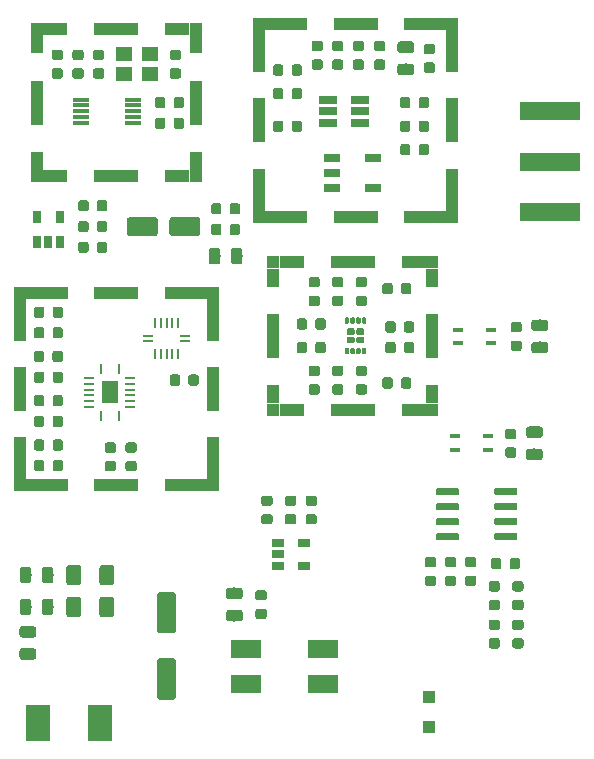
<source format=gtp>
G04 #@! TF.GenerationSoftware,KiCad,Pcbnew,(5.1.4)-1*
G04 #@! TF.CreationDate,2019-12-12T20:12:38+01:00*
G04 #@! TF.ProjectId,rf-receiver,72662d72-6563-4656-9976-65722e6b6963,Rev 2*
G04 #@! TF.SameCoordinates,Original*
G04 #@! TF.FileFunction,Paste,Top*
G04 #@! TF.FilePolarity,Positive*
%FSLAX46Y46*%
G04 Gerber Fmt 4.6, Leading zero omitted, Abs format (unit mm)*
G04 Created by KiCad (PCBNEW (5.1.4)-1) date 2019-12-12 20:12:38*
%MOMM*%
%LPD*%
G04 APERTURE LIST*
%ADD10C,0.100000*%
%ADD11C,0.875000*%
%ADD12R,1.000000X1.000000*%
%ADD13C,0.600000*%
%ADD14C,0.975000*%
%ADD15C,1.250000*%
%ADD16R,2.000000X3.100000*%
%ADD17R,0.900000X0.400000*%
%ADD18C,1.600000*%
%ADD19R,0.850000X0.280000*%
%ADD20R,0.280000X0.850000*%
%ADD21R,1.450000X1.950000*%
%ADD22R,0.240000X0.900000*%
%ADD23R,0.900000X0.240000*%
%ADD24R,0.600000X0.100000*%
%ADD25R,2.500000X1.500000*%
%ADD26R,2.130000X1.000000*%
%ADD27R,3.800000X1.000000*%
%ADD28R,1.000000X1.650000*%
%ADD29R,1.000000X3.800000*%
%ADD30R,1.000000X3.550000*%
%ADD31R,3.550000X1.000000*%
%ADD32C,0.350000*%
%ADD33C,0.560000*%
%ADD34R,1.400000X1.200000*%
%ADD35R,0.650000X1.060000*%
%ADD36R,1.450000X0.300000*%
%ADD37R,5.080000X1.500000*%
%ADD38R,1.060000X0.650000*%
%ADD39R,1.560000X0.650000*%
%ADD40R,1.400000X0.760000*%
G04 APERTURE END LIST*
D10*
G36*
X116777691Y-89026053D02*
G01*
X116798926Y-89029203D01*
X116819750Y-89034419D01*
X116839962Y-89041651D01*
X116859368Y-89050830D01*
X116877781Y-89061866D01*
X116895024Y-89074654D01*
X116910930Y-89089070D01*
X116925346Y-89104976D01*
X116938134Y-89122219D01*
X116949170Y-89140632D01*
X116958349Y-89160038D01*
X116965581Y-89180250D01*
X116970797Y-89201074D01*
X116973947Y-89222309D01*
X116975000Y-89243750D01*
X116975000Y-89756250D01*
X116973947Y-89777691D01*
X116970797Y-89798926D01*
X116965581Y-89819750D01*
X116958349Y-89839962D01*
X116949170Y-89859368D01*
X116938134Y-89877781D01*
X116925346Y-89895024D01*
X116910930Y-89910930D01*
X116895024Y-89925346D01*
X116877781Y-89938134D01*
X116859368Y-89949170D01*
X116839962Y-89958349D01*
X116819750Y-89965581D01*
X116798926Y-89970797D01*
X116777691Y-89973947D01*
X116756250Y-89975000D01*
X116318750Y-89975000D01*
X116297309Y-89973947D01*
X116276074Y-89970797D01*
X116255250Y-89965581D01*
X116235038Y-89958349D01*
X116215632Y-89949170D01*
X116197219Y-89938134D01*
X116179976Y-89925346D01*
X116164070Y-89910930D01*
X116149654Y-89895024D01*
X116136866Y-89877781D01*
X116125830Y-89859368D01*
X116116651Y-89839962D01*
X116109419Y-89819750D01*
X116104203Y-89798926D01*
X116101053Y-89777691D01*
X116100000Y-89756250D01*
X116100000Y-89243750D01*
X116101053Y-89222309D01*
X116104203Y-89201074D01*
X116109419Y-89180250D01*
X116116651Y-89160038D01*
X116125830Y-89140632D01*
X116136866Y-89122219D01*
X116149654Y-89104976D01*
X116164070Y-89089070D01*
X116179976Y-89074654D01*
X116197219Y-89061866D01*
X116215632Y-89050830D01*
X116235038Y-89041651D01*
X116255250Y-89034419D01*
X116276074Y-89029203D01*
X116297309Y-89026053D01*
X116318750Y-89025000D01*
X116756250Y-89025000D01*
X116777691Y-89026053D01*
X116777691Y-89026053D01*
G37*
D11*
X116537500Y-89500000D03*
D10*
G36*
X115202691Y-89026053D02*
G01*
X115223926Y-89029203D01*
X115244750Y-89034419D01*
X115264962Y-89041651D01*
X115284368Y-89050830D01*
X115302781Y-89061866D01*
X115320024Y-89074654D01*
X115335930Y-89089070D01*
X115350346Y-89104976D01*
X115363134Y-89122219D01*
X115374170Y-89140632D01*
X115383349Y-89160038D01*
X115390581Y-89180250D01*
X115395797Y-89201074D01*
X115398947Y-89222309D01*
X115400000Y-89243750D01*
X115400000Y-89756250D01*
X115398947Y-89777691D01*
X115395797Y-89798926D01*
X115390581Y-89819750D01*
X115383349Y-89839962D01*
X115374170Y-89859368D01*
X115363134Y-89877781D01*
X115350346Y-89895024D01*
X115335930Y-89910930D01*
X115320024Y-89925346D01*
X115302781Y-89938134D01*
X115284368Y-89949170D01*
X115264962Y-89958349D01*
X115244750Y-89965581D01*
X115223926Y-89970797D01*
X115202691Y-89973947D01*
X115181250Y-89975000D01*
X114743750Y-89975000D01*
X114722309Y-89973947D01*
X114701074Y-89970797D01*
X114680250Y-89965581D01*
X114660038Y-89958349D01*
X114640632Y-89949170D01*
X114622219Y-89938134D01*
X114604976Y-89925346D01*
X114589070Y-89910930D01*
X114574654Y-89895024D01*
X114561866Y-89877781D01*
X114550830Y-89859368D01*
X114541651Y-89839962D01*
X114534419Y-89819750D01*
X114529203Y-89798926D01*
X114526053Y-89777691D01*
X114525000Y-89756250D01*
X114525000Y-89243750D01*
X114526053Y-89222309D01*
X114529203Y-89201074D01*
X114534419Y-89180250D01*
X114541651Y-89160038D01*
X114550830Y-89140632D01*
X114561866Y-89122219D01*
X114574654Y-89104976D01*
X114589070Y-89089070D01*
X114604976Y-89074654D01*
X114622219Y-89061866D01*
X114640632Y-89050830D01*
X114660038Y-89041651D01*
X114680250Y-89034419D01*
X114701074Y-89029203D01*
X114722309Y-89026053D01*
X114743750Y-89025000D01*
X115181250Y-89025000D01*
X115202691Y-89026053D01*
X115202691Y-89026053D01*
G37*
D11*
X114962500Y-89500000D03*
D12*
X118450000Y-118600000D03*
X118450000Y-116100000D03*
D10*
G36*
X125814703Y-98395722D02*
G01*
X125829264Y-98397882D01*
X125843543Y-98401459D01*
X125857403Y-98406418D01*
X125870710Y-98412712D01*
X125883336Y-98420280D01*
X125895159Y-98429048D01*
X125906066Y-98438934D01*
X125915952Y-98449841D01*
X125924720Y-98461664D01*
X125932288Y-98474290D01*
X125938582Y-98487597D01*
X125943541Y-98501457D01*
X125947118Y-98515736D01*
X125949278Y-98530297D01*
X125950000Y-98545000D01*
X125950000Y-98845000D01*
X125949278Y-98859703D01*
X125947118Y-98874264D01*
X125943541Y-98888543D01*
X125938582Y-98902403D01*
X125932288Y-98915710D01*
X125924720Y-98928336D01*
X125915952Y-98940159D01*
X125906066Y-98951066D01*
X125895159Y-98960952D01*
X125883336Y-98969720D01*
X125870710Y-98977288D01*
X125857403Y-98983582D01*
X125843543Y-98988541D01*
X125829264Y-98992118D01*
X125814703Y-98994278D01*
X125800000Y-98995000D01*
X124150000Y-98995000D01*
X124135297Y-98994278D01*
X124120736Y-98992118D01*
X124106457Y-98988541D01*
X124092597Y-98983582D01*
X124079290Y-98977288D01*
X124066664Y-98969720D01*
X124054841Y-98960952D01*
X124043934Y-98951066D01*
X124034048Y-98940159D01*
X124025280Y-98928336D01*
X124017712Y-98915710D01*
X124011418Y-98902403D01*
X124006459Y-98888543D01*
X124002882Y-98874264D01*
X124000722Y-98859703D01*
X124000000Y-98845000D01*
X124000000Y-98545000D01*
X124000722Y-98530297D01*
X124002882Y-98515736D01*
X124006459Y-98501457D01*
X124011418Y-98487597D01*
X124017712Y-98474290D01*
X124025280Y-98461664D01*
X124034048Y-98449841D01*
X124043934Y-98438934D01*
X124054841Y-98429048D01*
X124066664Y-98420280D01*
X124079290Y-98412712D01*
X124092597Y-98406418D01*
X124106457Y-98401459D01*
X124120736Y-98397882D01*
X124135297Y-98395722D01*
X124150000Y-98395000D01*
X125800000Y-98395000D01*
X125814703Y-98395722D01*
X125814703Y-98395722D01*
G37*
D13*
X124975000Y-98695000D03*
D10*
G36*
X125814703Y-99665722D02*
G01*
X125829264Y-99667882D01*
X125843543Y-99671459D01*
X125857403Y-99676418D01*
X125870710Y-99682712D01*
X125883336Y-99690280D01*
X125895159Y-99699048D01*
X125906066Y-99708934D01*
X125915952Y-99719841D01*
X125924720Y-99731664D01*
X125932288Y-99744290D01*
X125938582Y-99757597D01*
X125943541Y-99771457D01*
X125947118Y-99785736D01*
X125949278Y-99800297D01*
X125950000Y-99815000D01*
X125950000Y-100115000D01*
X125949278Y-100129703D01*
X125947118Y-100144264D01*
X125943541Y-100158543D01*
X125938582Y-100172403D01*
X125932288Y-100185710D01*
X125924720Y-100198336D01*
X125915952Y-100210159D01*
X125906066Y-100221066D01*
X125895159Y-100230952D01*
X125883336Y-100239720D01*
X125870710Y-100247288D01*
X125857403Y-100253582D01*
X125843543Y-100258541D01*
X125829264Y-100262118D01*
X125814703Y-100264278D01*
X125800000Y-100265000D01*
X124150000Y-100265000D01*
X124135297Y-100264278D01*
X124120736Y-100262118D01*
X124106457Y-100258541D01*
X124092597Y-100253582D01*
X124079290Y-100247288D01*
X124066664Y-100239720D01*
X124054841Y-100230952D01*
X124043934Y-100221066D01*
X124034048Y-100210159D01*
X124025280Y-100198336D01*
X124017712Y-100185710D01*
X124011418Y-100172403D01*
X124006459Y-100158543D01*
X124002882Y-100144264D01*
X124000722Y-100129703D01*
X124000000Y-100115000D01*
X124000000Y-99815000D01*
X124000722Y-99800297D01*
X124002882Y-99785736D01*
X124006459Y-99771457D01*
X124011418Y-99757597D01*
X124017712Y-99744290D01*
X124025280Y-99731664D01*
X124034048Y-99719841D01*
X124043934Y-99708934D01*
X124054841Y-99699048D01*
X124066664Y-99690280D01*
X124079290Y-99682712D01*
X124092597Y-99676418D01*
X124106457Y-99671459D01*
X124120736Y-99667882D01*
X124135297Y-99665722D01*
X124150000Y-99665000D01*
X125800000Y-99665000D01*
X125814703Y-99665722D01*
X125814703Y-99665722D01*
G37*
D13*
X124975000Y-99965000D03*
D10*
G36*
X125814703Y-100935722D02*
G01*
X125829264Y-100937882D01*
X125843543Y-100941459D01*
X125857403Y-100946418D01*
X125870710Y-100952712D01*
X125883336Y-100960280D01*
X125895159Y-100969048D01*
X125906066Y-100978934D01*
X125915952Y-100989841D01*
X125924720Y-101001664D01*
X125932288Y-101014290D01*
X125938582Y-101027597D01*
X125943541Y-101041457D01*
X125947118Y-101055736D01*
X125949278Y-101070297D01*
X125950000Y-101085000D01*
X125950000Y-101385000D01*
X125949278Y-101399703D01*
X125947118Y-101414264D01*
X125943541Y-101428543D01*
X125938582Y-101442403D01*
X125932288Y-101455710D01*
X125924720Y-101468336D01*
X125915952Y-101480159D01*
X125906066Y-101491066D01*
X125895159Y-101500952D01*
X125883336Y-101509720D01*
X125870710Y-101517288D01*
X125857403Y-101523582D01*
X125843543Y-101528541D01*
X125829264Y-101532118D01*
X125814703Y-101534278D01*
X125800000Y-101535000D01*
X124150000Y-101535000D01*
X124135297Y-101534278D01*
X124120736Y-101532118D01*
X124106457Y-101528541D01*
X124092597Y-101523582D01*
X124079290Y-101517288D01*
X124066664Y-101509720D01*
X124054841Y-101500952D01*
X124043934Y-101491066D01*
X124034048Y-101480159D01*
X124025280Y-101468336D01*
X124017712Y-101455710D01*
X124011418Y-101442403D01*
X124006459Y-101428543D01*
X124002882Y-101414264D01*
X124000722Y-101399703D01*
X124000000Y-101385000D01*
X124000000Y-101085000D01*
X124000722Y-101070297D01*
X124002882Y-101055736D01*
X124006459Y-101041457D01*
X124011418Y-101027597D01*
X124017712Y-101014290D01*
X124025280Y-101001664D01*
X124034048Y-100989841D01*
X124043934Y-100978934D01*
X124054841Y-100969048D01*
X124066664Y-100960280D01*
X124079290Y-100952712D01*
X124092597Y-100946418D01*
X124106457Y-100941459D01*
X124120736Y-100937882D01*
X124135297Y-100935722D01*
X124150000Y-100935000D01*
X125800000Y-100935000D01*
X125814703Y-100935722D01*
X125814703Y-100935722D01*
G37*
D13*
X124975000Y-101235000D03*
D10*
G36*
X125814703Y-102205722D02*
G01*
X125829264Y-102207882D01*
X125843543Y-102211459D01*
X125857403Y-102216418D01*
X125870710Y-102222712D01*
X125883336Y-102230280D01*
X125895159Y-102239048D01*
X125906066Y-102248934D01*
X125915952Y-102259841D01*
X125924720Y-102271664D01*
X125932288Y-102284290D01*
X125938582Y-102297597D01*
X125943541Y-102311457D01*
X125947118Y-102325736D01*
X125949278Y-102340297D01*
X125950000Y-102355000D01*
X125950000Y-102655000D01*
X125949278Y-102669703D01*
X125947118Y-102684264D01*
X125943541Y-102698543D01*
X125938582Y-102712403D01*
X125932288Y-102725710D01*
X125924720Y-102738336D01*
X125915952Y-102750159D01*
X125906066Y-102761066D01*
X125895159Y-102770952D01*
X125883336Y-102779720D01*
X125870710Y-102787288D01*
X125857403Y-102793582D01*
X125843543Y-102798541D01*
X125829264Y-102802118D01*
X125814703Y-102804278D01*
X125800000Y-102805000D01*
X124150000Y-102805000D01*
X124135297Y-102804278D01*
X124120736Y-102802118D01*
X124106457Y-102798541D01*
X124092597Y-102793582D01*
X124079290Y-102787288D01*
X124066664Y-102779720D01*
X124054841Y-102770952D01*
X124043934Y-102761066D01*
X124034048Y-102750159D01*
X124025280Y-102738336D01*
X124017712Y-102725710D01*
X124011418Y-102712403D01*
X124006459Y-102698543D01*
X124002882Y-102684264D01*
X124000722Y-102669703D01*
X124000000Y-102655000D01*
X124000000Y-102355000D01*
X124000722Y-102340297D01*
X124002882Y-102325736D01*
X124006459Y-102311457D01*
X124011418Y-102297597D01*
X124017712Y-102284290D01*
X124025280Y-102271664D01*
X124034048Y-102259841D01*
X124043934Y-102248934D01*
X124054841Y-102239048D01*
X124066664Y-102230280D01*
X124079290Y-102222712D01*
X124092597Y-102216418D01*
X124106457Y-102211459D01*
X124120736Y-102207882D01*
X124135297Y-102205722D01*
X124150000Y-102205000D01*
X125800000Y-102205000D01*
X125814703Y-102205722D01*
X125814703Y-102205722D01*
G37*
D13*
X124975000Y-102505000D03*
D10*
G36*
X120864703Y-102205722D02*
G01*
X120879264Y-102207882D01*
X120893543Y-102211459D01*
X120907403Y-102216418D01*
X120920710Y-102222712D01*
X120933336Y-102230280D01*
X120945159Y-102239048D01*
X120956066Y-102248934D01*
X120965952Y-102259841D01*
X120974720Y-102271664D01*
X120982288Y-102284290D01*
X120988582Y-102297597D01*
X120993541Y-102311457D01*
X120997118Y-102325736D01*
X120999278Y-102340297D01*
X121000000Y-102355000D01*
X121000000Y-102655000D01*
X120999278Y-102669703D01*
X120997118Y-102684264D01*
X120993541Y-102698543D01*
X120988582Y-102712403D01*
X120982288Y-102725710D01*
X120974720Y-102738336D01*
X120965952Y-102750159D01*
X120956066Y-102761066D01*
X120945159Y-102770952D01*
X120933336Y-102779720D01*
X120920710Y-102787288D01*
X120907403Y-102793582D01*
X120893543Y-102798541D01*
X120879264Y-102802118D01*
X120864703Y-102804278D01*
X120850000Y-102805000D01*
X119200000Y-102805000D01*
X119185297Y-102804278D01*
X119170736Y-102802118D01*
X119156457Y-102798541D01*
X119142597Y-102793582D01*
X119129290Y-102787288D01*
X119116664Y-102779720D01*
X119104841Y-102770952D01*
X119093934Y-102761066D01*
X119084048Y-102750159D01*
X119075280Y-102738336D01*
X119067712Y-102725710D01*
X119061418Y-102712403D01*
X119056459Y-102698543D01*
X119052882Y-102684264D01*
X119050722Y-102669703D01*
X119050000Y-102655000D01*
X119050000Y-102355000D01*
X119050722Y-102340297D01*
X119052882Y-102325736D01*
X119056459Y-102311457D01*
X119061418Y-102297597D01*
X119067712Y-102284290D01*
X119075280Y-102271664D01*
X119084048Y-102259841D01*
X119093934Y-102248934D01*
X119104841Y-102239048D01*
X119116664Y-102230280D01*
X119129290Y-102222712D01*
X119142597Y-102216418D01*
X119156457Y-102211459D01*
X119170736Y-102207882D01*
X119185297Y-102205722D01*
X119200000Y-102205000D01*
X120850000Y-102205000D01*
X120864703Y-102205722D01*
X120864703Y-102205722D01*
G37*
D13*
X120025000Y-102505000D03*
D10*
G36*
X120864703Y-100935722D02*
G01*
X120879264Y-100937882D01*
X120893543Y-100941459D01*
X120907403Y-100946418D01*
X120920710Y-100952712D01*
X120933336Y-100960280D01*
X120945159Y-100969048D01*
X120956066Y-100978934D01*
X120965952Y-100989841D01*
X120974720Y-101001664D01*
X120982288Y-101014290D01*
X120988582Y-101027597D01*
X120993541Y-101041457D01*
X120997118Y-101055736D01*
X120999278Y-101070297D01*
X121000000Y-101085000D01*
X121000000Y-101385000D01*
X120999278Y-101399703D01*
X120997118Y-101414264D01*
X120993541Y-101428543D01*
X120988582Y-101442403D01*
X120982288Y-101455710D01*
X120974720Y-101468336D01*
X120965952Y-101480159D01*
X120956066Y-101491066D01*
X120945159Y-101500952D01*
X120933336Y-101509720D01*
X120920710Y-101517288D01*
X120907403Y-101523582D01*
X120893543Y-101528541D01*
X120879264Y-101532118D01*
X120864703Y-101534278D01*
X120850000Y-101535000D01*
X119200000Y-101535000D01*
X119185297Y-101534278D01*
X119170736Y-101532118D01*
X119156457Y-101528541D01*
X119142597Y-101523582D01*
X119129290Y-101517288D01*
X119116664Y-101509720D01*
X119104841Y-101500952D01*
X119093934Y-101491066D01*
X119084048Y-101480159D01*
X119075280Y-101468336D01*
X119067712Y-101455710D01*
X119061418Y-101442403D01*
X119056459Y-101428543D01*
X119052882Y-101414264D01*
X119050722Y-101399703D01*
X119050000Y-101385000D01*
X119050000Y-101085000D01*
X119050722Y-101070297D01*
X119052882Y-101055736D01*
X119056459Y-101041457D01*
X119061418Y-101027597D01*
X119067712Y-101014290D01*
X119075280Y-101001664D01*
X119084048Y-100989841D01*
X119093934Y-100978934D01*
X119104841Y-100969048D01*
X119116664Y-100960280D01*
X119129290Y-100952712D01*
X119142597Y-100946418D01*
X119156457Y-100941459D01*
X119170736Y-100937882D01*
X119185297Y-100935722D01*
X119200000Y-100935000D01*
X120850000Y-100935000D01*
X120864703Y-100935722D01*
X120864703Y-100935722D01*
G37*
D13*
X120025000Y-101235000D03*
D10*
G36*
X120864703Y-99665722D02*
G01*
X120879264Y-99667882D01*
X120893543Y-99671459D01*
X120907403Y-99676418D01*
X120920710Y-99682712D01*
X120933336Y-99690280D01*
X120945159Y-99699048D01*
X120956066Y-99708934D01*
X120965952Y-99719841D01*
X120974720Y-99731664D01*
X120982288Y-99744290D01*
X120988582Y-99757597D01*
X120993541Y-99771457D01*
X120997118Y-99785736D01*
X120999278Y-99800297D01*
X121000000Y-99815000D01*
X121000000Y-100115000D01*
X120999278Y-100129703D01*
X120997118Y-100144264D01*
X120993541Y-100158543D01*
X120988582Y-100172403D01*
X120982288Y-100185710D01*
X120974720Y-100198336D01*
X120965952Y-100210159D01*
X120956066Y-100221066D01*
X120945159Y-100230952D01*
X120933336Y-100239720D01*
X120920710Y-100247288D01*
X120907403Y-100253582D01*
X120893543Y-100258541D01*
X120879264Y-100262118D01*
X120864703Y-100264278D01*
X120850000Y-100265000D01*
X119200000Y-100265000D01*
X119185297Y-100264278D01*
X119170736Y-100262118D01*
X119156457Y-100258541D01*
X119142597Y-100253582D01*
X119129290Y-100247288D01*
X119116664Y-100239720D01*
X119104841Y-100230952D01*
X119093934Y-100221066D01*
X119084048Y-100210159D01*
X119075280Y-100198336D01*
X119067712Y-100185710D01*
X119061418Y-100172403D01*
X119056459Y-100158543D01*
X119052882Y-100144264D01*
X119050722Y-100129703D01*
X119050000Y-100115000D01*
X119050000Y-99815000D01*
X119050722Y-99800297D01*
X119052882Y-99785736D01*
X119056459Y-99771457D01*
X119061418Y-99757597D01*
X119067712Y-99744290D01*
X119075280Y-99731664D01*
X119084048Y-99719841D01*
X119093934Y-99708934D01*
X119104841Y-99699048D01*
X119116664Y-99690280D01*
X119129290Y-99682712D01*
X119142597Y-99676418D01*
X119156457Y-99671459D01*
X119170736Y-99667882D01*
X119185297Y-99665722D01*
X119200000Y-99665000D01*
X120850000Y-99665000D01*
X120864703Y-99665722D01*
X120864703Y-99665722D01*
G37*
D13*
X120025000Y-99965000D03*
D10*
G36*
X120864703Y-98395722D02*
G01*
X120879264Y-98397882D01*
X120893543Y-98401459D01*
X120907403Y-98406418D01*
X120920710Y-98412712D01*
X120933336Y-98420280D01*
X120945159Y-98429048D01*
X120956066Y-98438934D01*
X120965952Y-98449841D01*
X120974720Y-98461664D01*
X120982288Y-98474290D01*
X120988582Y-98487597D01*
X120993541Y-98501457D01*
X120997118Y-98515736D01*
X120999278Y-98530297D01*
X121000000Y-98545000D01*
X121000000Y-98845000D01*
X120999278Y-98859703D01*
X120997118Y-98874264D01*
X120993541Y-98888543D01*
X120988582Y-98902403D01*
X120982288Y-98915710D01*
X120974720Y-98928336D01*
X120965952Y-98940159D01*
X120956066Y-98951066D01*
X120945159Y-98960952D01*
X120933336Y-98969720D01*
X120920710Y-98977288D01*
X120907403Y-98983582D01*
X120893543Y-98988541D01*
X120879264Y-98992118D01*
X120864703Y-98994278D01*
X120850000Y-98995000D01*
X119200000Y-98995000D01*
X119185297Y-98994278D01*
X119170736Y-98992118D01*
X119156457Y-98988541D01*
X119142597Y-98983582D01*
X119129290Y-98977288D01*
X119116664Y-98969720D01*
X119104841Y-98960952D01*
X119093934Y-98951066D01*
X119084048Y-98940159D01*
X119075280Y-98928336D01*
X119067712Y-98915710D01*
X119061418Y-98902403D01*
X119056459Y-98888543D01*
X119052882Y-98874264D01*
X119050722Y-98859703D01*
X119050000Y-98845000D01*
X119050000Y-98545000D01*
X119050722Y-98530297D01*
X119052882Y-98515736D01*
X119056459Y-98501457D01*
X119061418Y-98487597D01*
X119067712Y-98474290D01*
X119075280Y-98461664D01*
X119084048Y-98449841D01*
X119093934Y-98438934D01*
X119104841Y-98429048D01*
X119116664Y-98420280D01*
X119129290Y-98412712D01*
X119142597Y-98406418D01*
X119156457Y-98401459D01*
X119170736Y-98397882D01*
X119185297Y-98395722D01*
X119200000Y-98395000D01*
X120850000Y-98395000D01*
X120864703Y-98395722D01*
X120864703Y-98395722D01*
G37*
D13*
X120025000Y-98695000D03*
D10*
G36*
X86455142Y-107751174D02*
G01*
X86478803Y-107754684D01*
X86502007Y-107760496D01*
X86524529Y-107768554D01*
X86546153Y-107778782D01*
X86566670Y-107791079D01*
X86585883Y-107805329D01*
X86603607Y-107821393D01*
X86619671Y-107839117D01*
X86633921Y-107858330D01*
X86646218Y-107878847D01*
X86656446Y-107900471D01*
X86664504Y-107922993D01*
X86670316Y-107946197D01*
X86673826Y-107969858D01*
X86675000Y-107993750D01*
X86675000Y-108906250D01*
X86673826Y-108930142D01*
X86670316Y-108953803D01*
X86664504Y-108977007D01*
X86656446Y-108999529D01*
X86646218Y-109021153D01*
X86633921Y-109041670D01*
X86619671Y-109060883D01*
X86603607Y-109078607D01*
X86585883Y-109094671D01*
X86566670Y-109108921D01*
X86546153Y-109121218D01*
X86524529Y-109131446D01*
X86502007Y-109139504D01*
X86478803Y-109145316D01*
X86455142Y-109148826D01*
X86431250Y-109150000D01*
X85943750Y-109150000D01*
X85919858Y-109148826D01*
X85896197Y-109145316D01*
X85872993Y-109139504D01*
X85850471Y-109131446D01*
X85828847Y-109121218D01*
X85808330Y-109108921D01*
X85789117Y-109094671D01*
X85771393Y-109078607D01*
X85755329Y-109060883D01*
X85741079Y-109041670D01*
X85728782Y-109021153D01*
X85718554Y-108999529D01*
X85710496Y-108977007D01*
X85704684Y-108953803D01*
X85701174Y-108930142D01*
X85700000Y-108906250D01*
X85700000Y-107993750D01*
X85701174Y-107969858D01*
X85704684Y-107946197D01*
X85710496Y-107922993D01*
X85718554Y-107900471D01*
X85728782Y-107878847D01*
X85741079Y-107858330D01*
X85755329Y-107839117D01*
X85771393Y-107821393D01*
X85789117Y-107805329D01*
X85808330Y-107791079D01*
X85828847Y-107778782D01*
X85850471Y-107768554D01*
X85872993Y-107760496D01*
X85896197Y-107754684D01*
X85919858Y-107751174D01*
X85943750Y-107750000D01*
X86431250Y-107750000D01*
X86455142Y-107751174D01*
X86455142Y-107751174D01*
G37*
D14*
X86187500Y-108450000D03*
D10*
G36*
X84580142Y-107751174D02*
G01*
X84603803Y-107754684D01*
X84627007Y-107760496D01*
X84649529Y-107768554D01*
X84671153Y-107778782D01*
X84691670Y-107791079D01*
X84710883Y-107805329D01*
X84728607Y-107821393D01*
X84744671Y-107839117D01*
X84758921Y-107858330D01*
X84771218Y-107878847D01*
X84781446Y-107900471D01*
X84789504Y-107922993D01*
X84795316Y-107946197D01*
X84798826Y-107969858D01*
X84800000Y-107993750D01*
X84800000Y-108906250D01*
X84798826Y-108930142D01*
X84795316Y-108953803D01*
X84789504Y-108977007D01*
X84781446Y-108999529D01*
X84771218Y-109021153D01*
X84758921Y-109041670D01*
X84744671Y-109060883D01*
X84728607Y-109078607D01*
X84710883Y-109094671D01*
X84691670Y-109108921D01*
X84671153Y-109121218D01*
X84649529Y-109131446D01*
X84627007Y-109139504D01*
X84603803Y-109145316D01*
X84580142Y-109148826D01*
X84556250Y-109150000D01*
X84068750Y-109150000D01*
X84044858Y-109148826D01*
X84021197Y-109145316D01*
X83997993Y-109139504D01*
X83975471Y-109131446D01*
X83953847Y-109121218D01*
X83933330Y-109108921D01*
X83914117Y-109094671D01*
X83896393Y-109078607D01*
X83880329Y-109060883D01*
X83866079Y-109041670D01*
X83853782Y-109021153D01*
X83843554Y-108999529D01*
X83835496Y-108977007D01*
X83829684Y-108953803D01*
X83826174Y-108930142D01*
X83825000Y-108906250D01*
X83825000Y-107993750D01*
X83826174Y-107969858D01*
X83829684Y-107946197D01*
X83835496Y-107922993D01*
X83843554Y-107900471D01*
X83853782Y-107878847D01*
X83866079Y-107858330D01*
X83880329Y-107839117D01*
X83896393Y-107821393D01*
X83914117Y-107805329D01*
X83933330Y-107791079D01*
X83953847Y-107778782D01*
X83975471Y-107768554D01*
X83997993Y-107760496D01*
X84021197Y-107754684D01*
X84044858Y-107751174D01*
X84068750Y-107750000D01*
X84556250Y-107750000D01*
X84580142Y-107751174D01*
X84580142Y-107751174D01*
G37*
D14*
X84312500Y-108450000D03*
D10*
G36*
X118877691Y-104226053D02*
G01*
X118898926Y-104229203D01*
X118919750Y-104234419D01*
X118939962Y-104241651D01*
X118959368Y-104250830D01*
X118977781Y-104261866D01*
X118995024Y-104274654D01*
X119010930Y-104289070D01*
X119025346Y-104304976D01*
X119038134Y-104322219D01*
X119049170Y-104340632D01*
X119058349Y-104360038D01*
X119065581Y-104380250D01*
X119070797Y-104401074D01*
X119073947Y-104422309D01*
X119075000Y-104443750D01*
X119075000Y-104881250D01*
X119073947Y-104902691D01*
X119070797Y-104923926D01*
X119065581Y-104944750D01*
X119058349Y-104964962D01*
X119049170Y-104984368D01*
X119038134Y-105002781D01*
X119025346Y-105020024D01*
X119010930Y-105035930D01*
X118995024Y-105050346D01*
X118977781Y-105063134D01*
X118959368Y-105074170D01*
X118939962Y-105083349D01*
X118919750Y-105090581D01*
X118898926Y-105095797D01*
X118877691Y-105098947D01*
X118856250Y-105100000D01*
X118343750Y-105100000D01*
X118322309Y-105098947D01*
X118301074Y-105095797D01*
X118280250Y-105090581D01*
X118260038Y-105083349D01*
X118240632Y-105074170D01*
X118222219Y-105063134D01*
X118204976Y-105050346D01*
X118189070Y-105035930D01*
X118174654Y-105020024D01*
X118161866Y-105002781D01*
X118150830Y-104984368D01*
X118141651Y-104964962D01*
X118134419Y-104944750D01*
X118129203Y-104923926D01*
X118126053Y-104902691D01*
X118125000Y-104881250D01*
X118125000Y-104443750D01*
X118126053Y-104422309D01*
X118129203Y-104401074D01*
X118134419Y-104380250D01*
X118141651Y-104360038D01*
X118150830Y-104340632D01*
X118161866Y-104322219D01*
X118174654Y-104304976D01*
X118189070Y-104289070D01*
X118204976Y-104274654D01*
X118222219Y-104261866D01*
X118240632Y-104250830D01*
X118260038Y-104241651D01*
X118280250Y-104234419D01*
X118301074Y-104229203D01*
X118322309Y-104226053D01*
X118343750Y-104225000D01*
X118856250Y-104225000D01*
X118877691Y-104226053D01*
X118877691Y-104226053D01*
G37*
D11*
X118600000Y-104662500D03*
D10*
G36*
X118877691Y-105801053D02*
G01*
X118898926Y-105804203D01*
X118919750Y-105809419D01*
X118939962Y-105816651D01*
X118959368Y-105825830D01*
X118977781Y-105836866D01*
X118995024Y-105849654D01*
X119010930Y-105864070D01*
X119025346Y-105879976D01*
X119038134Y-105897219D01*
X119049170Y-105915632D01*
X119058349Y-105935038D01*
X119065581Y-105955250D01*
X119070797Y-105976074D01*
X119073947Y-105997309D01*
X119075000Y-106018750D01*
X119075000Y-106456250D01*
X119073947Y-106477691D01*
X119070797Y-106498926D01*
X119065581Y-106519750D01*
X119058349Y-106539962D01*
X119049170Y-106559368D01*
X119038134Y-106577781D01*
X119025346Y-106595024D01*
X119010930Y-106610930D01*
X118995024Y-106625346D01*
X118977781Y-106638134D01*
X118959368Y-106649170D01*
X118939962Y-106658349D01*
X118919750Y-106665581D01*
X118898926Y-106670797D01*
X118877691Y-106673947D01*
X118856250Y-106675000D01*
X118343750Y-106675000D01*
X118322309Y-106673947D01*
X118301074Y-106670797D01*
X118280250Y-106665581D01*
X118260038Y-106658349D01*
X118240632Y-106649170D01*
X118222219Y-106638134D01*
X118204976Y-106625346D01*
X118189070Y-106610930D01*
X118174654Y-106595024D01*
X118161866Y-106577781D01*
X118150830Y-106559368D01*
X118141651Y-106539962D01*
X118134419Y-106519750D01*
X118129203Y-106498926D01*
X118126053Y-106477691D01*
X118125000Y-106456250D01*
X118125000Y-106018750D01*
X118126053Y-105997309D01*
X118129203Y-105976074D01*
X118134419Y-105955250D01*
X118141651Y-105935038D01*
X118150830Y-105915632D01*
X118161866Y-105897219D01*
X118174654Y-105879976D01*
X118189070Y-105864070D01*
X118204976Y-105849654D01*
X118222219Y-105836866D01*
X118240632Y-105825830D01*
X118260038Y-105816651D01*
X118280250Y-105809419D01*
X118301074Y-105804203D01*
X118322309Y-105801053D01*
X118343750Y-105800000D01*
X118856250Y-105800000D01*
X118877691Y-105801053D01*
X118877691Y-105801053D01*
G37*
D11*
X118600000Y-106237500D03*
D10*
G36*
X122277691Y-104226053D02*
G01*
X122298926Y-104229203D01*
X122319750Y-104234419D01*
X122339962Y-104241651D01*
X122359368Y-104250830D01*
X122377781Y-104261866D01*
X122395024Y-104274654D01*
X122410930Y-104289070D01*
X122425346Y-104304976D01*
X122438134Y-104322219D01*
X122449170Y-104340632D01*
X122458349Y-104360038D01*
X122465581Y-104380250D01*
X122470797Y-104401074D01*
X122473947Y-104422309D01*
X122475000Y-104443750D01*
X122475000Y-104881250D01*
X122473947Y-104902691D01*
X122470797Y-104923926D01*
X122465581Y-104944750D01*
X122458349Y-104964962D01*
X122449170Y-104984368D01*
X122438134Y-105002781D01*
X122425346Y-105020024D01*
X122410930Y-105035930D01*
X122395024Y-105050346D01*
X122377781Y-105063134D01*
X122359368Y-105074170D01*
X122339962Y-105083349D01*
X122319750Y-105090581D01*
X122298926Y-105095797D01*
X122277691Y-105098947D01*
X122256250Y-105100000D01*
X121743750Y-105100000D01*
X121722309Y-105098947D01*
X121701074Y-105095797D01*
X121680250Y-105090581D01*
X121660038Y-105083349D01*
X121640632Y-105074170D01*
X121622219Y-105063134D01*
X121604976Y-105050346D01*
X121589070Y-105035930D01*
X121574654Y-105020024D01*
X121561866Y-105002781D01*
X121550830Y-104984368D01*
X121541651Y-104964962D01*
X121534419Y-104944750D01*
X121529203Y-104923926D01*
X121526053Y-104902691D01*
X121525000Y-104881250D01*
X121525000Y-104443750D01*
X121526053Y-104422309D01*
X121529203Y-104401074D01*
X121534419Y-104380250D01*
X121541651Y-104360038D01*
X121550830Y-104340632D01*
X121561866Y-104322219D01*
X121574654Y-104304976D01*
X121589070Y-104289070D01*
X121604976Y-104274654D01*
X121622219Y-104261866D01*
X121640632Y-104250830D01*
X121660038Y-104241651D01*
X121680250Y-104234419D01*
X121701074Y-104229203D01*
X121722309Y-104226053D01*
X121743750Y-104225000D01*
X122256250Y-104225000D01*
X122277691Y-104226053D01*
X122277691Y-104226053D01*
G37*
D11*
X122000000Y-104662500D03*
D10*
G36*
X122277691Y-105801053D02*
G01*
X122298926Y-105804203D01*
X122319750Y-105809419D01*
X122339962Y-105816651D01*
X122359368Y-105825830D01*
X122377781Y-105836866D01*
X122395024Y-105849654D01*
X122410930Y-105864070D01*
X122425346Y-105879976D01*
X122438134Y-105897219D01*
X122449170Y-105915632D01*
X122458349Y-105935038D01*
X122465581Y-105955250D01*
X122470797Y-105976074D01*
X122473947Y-105997309D01*
X122475000Y-106018750D01*
X122475000Y-106456250D01*
X122473947Y-106477691D01*
X122470797Y-106498926D01*
X122465581Y-106519750D01*
X122458349Y-106539962D01*
X122449170Y-106559368D01*
X122438134Y-106577781D01*
X122425346Y-106595024D01*
X122410930Y-106610930D01*
X122395024Y-106625346D01*
X122377781Y-106638134D01*
X122359368Y-106649170D01*
X122339962Y-106658349D01*
X122319750Y-106665581D01*
X122298926Y-106670797D01*
X122277691Y-106673947D01*
X122256250Y-106675000D01*
X121743750Y-106675000D01*
X121722309Y-106673947D01*
X121701074Y-106670797D01*
X121680250Y-106665581D01*
X121660038Y-106658349D01*
X121640632Y-106649170D01*
X121622219Y-106638134D01*
X121604976Y-106625346D01*
X121589070Y-106610930D01*
X121574654Y-106595024D01*
X121561866Y-106577781D01*
X121550830Y-106559368D01*
X121541651Y-106539962D01*
X121534419Y-106519750D01*
X121529203Y-106498926D01*
X121526053Y-106477691D01*
X121525000Y-106456250D01*
X121525000Y-106018750D01*
X121526053Y-105997309D01*
X121529203Y-105976074D01*
X121534419Y-105955250D01*
X121541651Y-105935038D01*
X121550830Y-105915632D01*
X121561866Y-105897219D01*
X121574654Y-105879976D01*
X121589070Y-105864070D01*
X121604976Y-105849654D01*
X121622219Y-105836866D01*
X121640632Y-105825830D01*
X121660038Y-105816651D01*
X121680250Y-105809419D01*
X121701074Y-105804203D01*
X121722309Y-105801053D01*
X121743750Y-105800000D01*
X122256250Y-105800000D01*
X122277691Y-105801053D01*
X122277691Y-105801053D01*
G37*
D11*
X122000000Y-106237500D03*
D10*
G36*
X120577691Y-104226053D02*
G01*
X120598926Y-104229203D01*
X120619750Y-104234419D01*
X120639962Y-104241651D01*
X120659368Y-104250830D01*
X120677781Y-104261866D01*
X120695024Y-104274654D01*
X120710930Y-104289070D01*
X120725346Y-104304976D01*
X120738134Y-104322219D01*
X120749170Y-104340632D01*
X120758349Y-104360038D01*
X120765581Y-104380250D01*
X120770797Y-104401074D01*
X120773947Y-104422309D01*
X120775000Y-104443750D01*
X120775000Y-104881250D01*
X120773947Y-104902691D01*
X120770797Y-104923926D01*
X120765581Y-104944750D01*
X120758349Y-104964962D01*
X120749170Y-104984368D01*
X120738134Y-105002781D01*
X120725346Y-105020024D01*
X120710930Y-105035930D01*
X120695024Y-105050346D01*
X120677781Y-105063134D01*
X120659368Y-105074170D01*
X120639962Y-105083349D01*
X120619750Y-105090581D01*
X120598926Y-105095797D01*
X120577691Y-105098947D01*
X120556250Y-105100000D01*
X120043750Y-105100000D01*
X120022309Y-105098947D01*
X120001074Y-105095797D01*
X119980250Y-105090581D01*
X119960038Y-105083349D01*
X119940632Y-105074170D01*
X119922219Y-105063134D01*
X119904976Y-105050346D01*
X119889070Y-105035930D01*
X119874654Y-105020024D01*
X119861866Y-105002781D01*
X119850830Y-104984368D01*
X119841651Y-104964962D01*
X119834419Y-104944750D01*
X119829203Y-104923926D01*
X119826053Y-104902691D01*
X119825000Y-104881250D01*
X119825000Y-104443750D01*
X119826053Y-104422309D01*
X119829203Y-104401074D01*
X119834419Y-104380250D01*
X119841651Y-104360038D01*
X119850830Y-104340632D01*
X119861866Y-104322219D01*
X119874654Y-104304976D01*
X119889070Y-104289070D01*
X119904976Y-104274654D01*
X119922219Y-104261866D01*
X119940632Y-104250830D01*
X119960038Y-104241651D01*
X119980250Y-104234419D01*
X120001074Y-104229203D01*
X120022309Y-104226053D01*
X120043750Y-104225000D01*
X120556250Y-104225000D01*
X120577691Y-104226053D01*
X120577691Y-104226053D01*
G37*
D11*
X120300000Y-104662500D03*
D10*
G36*
X120577691Y-105801053D02*
G01*
X120598926Y-105804203D01*
X120619750Y-105809419D01*
X120639962Y-105816651D01*
X120659368Y-105825830D01*
X120677781Y-105836866D01*
X120695024Y-105849654D01*
X120710930Y-105864070D01*
X120725346Y-105879976D01*
X120738134Y-105897219D01*
X120749170Y-105915632D01*
X120758349Y-105935038D01*
X120765581Y-105955250D01*
X120770797Y-105976074D01*
X120773947Y-105997309D01*
X120775000Y-106018750D01*
X120775000Y-106456250D01*
X120773947Y-106477691D01*
X120770797Y-106498926D01*
X120765581Y-106519750D01*
X120758349Y-106539962D01*
X120749170Y-106559368D01*
X120738134Y-106577781D01*
X120725346Y-106595024D01*
X120710930Y-106610930D01*
X120695024Y-106625346D01*
X120677781Y-106638134D01*
X120659368Y-106649170D01*
X120639962Y-106658349D01*
X120619750Y-106665581D01*
X120598926Y-106670797D01*
X120577691Y-106673947D01*
X120556250Y-106675000D01*
X120043750Y-106675000D01*
X120022309Y-106673947D01*
X120001074Y-106670797D01*
X119980250Y-106665581D01*
X119960038Y-106658349D01*
X119940632Y-106649170D01*
X119922219Y-106638134D01*
X119904976Y-106625346D01*
X119889070Y-106610930D01*
X119874654Y-106595024D01*
X119861866Y-106577781D01*
X119850830Y-106559368D01*
X119841651Y-106539962D01*
X119834419Y-106519750D01*
X119829203Y-106498926D01*
X119826053Y-106477691D01*
X119825000Y-106456250D01*
X119825000Y-106018750D01*
X119826053Y-105997309D01*
X119829203Y-105976074D01*
X119834419Y-105955250D01*
X119841651Y-105935038D01*
X119850830Y-105915632D01*
X119861866Y-105897219D01*
X119874654Y-105879976D01*
X119889070Y-105864070D01*
X119904976Y-105849654D01*
X119922219Y-105836866D01*
X119940632Y-105825830D01*
X119960038Y-105816651D01*
X119980250Y-105809419D01*
X120001074Y-105804203D01*
X120022309Y-105801053D01*
X120043750Y-105800000D01*
X120556250Y-105800000D01*
X120577691Y-105801053D01*
X120577691Y-105801053D01*
G37*
D11*
X120300000Y-106237500D03*
D10*
G36*
X86455142Y-105051174D02*
G01*
X86478803Y-105054684D01*
X86502007Y-105060496D01*
X86524529Y-105068554D01*
X86546153Y-105078782D01*
X86566670Y-105091079D01*
X86585883Y-105105329D01*
X86603607Y-105121393D01*
X86619671Y-105139117D01*
X86633921Y-105158330D01*
X86646218Y-105178847D01*
X86656446Y-105200471D01*
X86664504Y-105222993D01*
X86670316Y-105246197D01*
X86673826Y-105269858D01*
X86675000Y-105293750D01*
X86675000Y-106206250D01*
X86673826Y-106230142D01*
X86670316Y-106253803D01*
X86664504Y-106277007D01*
X86656446Y-106299529D01*
X86646218Y-106321153D01*
X86633921Y-106341670D01*
X86619671Y-106360883D01*
X86603607Y-106378607D01*
X86585883Y-106394671D01*
X86566670Y-106408921D01*
X86546153Y-106421218D01*
X86524529Y-106431446D01*
X86502007Y-106439504D01*
X86478803Y-106445316D01*
X86455142Y-106448826D01*
X86431250Y-106450000D01*
X85943750Y-106450000D01*
X85919858Y-106448826D01*
X85896197Y-106445316D01*
X85872993Y-106439504D01*
X85850471Y-106431446D01*
X85828847Y-106421218D01*
X85808330Y-106408921D01*
X85789117Y-106394671D01*
X85771393Y-106378607D01*
X85755329Y-106360883D01*
X85741079Y-106341670D01*
X85728782Y-106321153D01*
X85718554Y-106299529D01*
X85710496Y-106277007D01*
X85704684Y-106253803D01*
X85701174Y-106230142D01*
X85700000Y-106206250D01*
X85700000Y-105293750D01*
X85701174Y-105269858D01*
X85704684Y-105246197D01*
X85710496Y-105222993D01*
X85718554Y-105200471D01*
X85728782Y-105178847D01*
X85741079Y-105158330D01*
X85755329Y-105139117D01*
X85771393Y-105121393D01*
X85789117Y-105105329D01*
X85808330Y-105091079D01*
X85828847Y-105078782D01*
X85850471Y-105068554D01*
X85872993Y-105060496D01*
X85896197Y-105054684D01*
X85919858Y-105051174D01*
X85943750Y-105050000D01*
X86431250Y-105050000D01*
X86455142Y-105051174D01*
X86455142Y-105051174D01*
G37*
D14*
X86187500Y-105750000D03*
D10*
G36*
X84580142Y-105051174D02*
G01*
X84603803Y-105054684D01*
X84627007Y-105060496D01*
X84649529Y-105068554D01*
X84671153Y-105078782D01*
X84691670Y-105091079D01*
X84710883Y-105105329D01*
X84728607Y-105121393D01*
X84744671Y-105139117D01*
X84758921Y-105158330D01*
X84771218Y-105178847D01*
X84781446Y-105200471D01*
X84789504Y-105222993D01*
X84795316Y-105246197D01*
X84798826Y-105269858D01*
X84800000Y-105293750D01*
X84800000Y-106206250D01*
X84798826Y-106230142D01*
X84795316Y-106253803D01*
X84789504Y-106277007D01*
X84781446Y-106299529D01*
X84771218Y-106321153D01*
X84758921Y-106341670D01*
X84744671Y-106360883D01*
X84728607Y-106378607D01*
X84710883Y-106394671D01*
X84691670Y-106408921D01*
X84671153Y-106421218D01*
X84649529Y-106431446D01*
X84627007Y-106439504D01*
X84603803Y-106445316D01*
X84580142Y-106448826D01*
X84556250Y-106450000D01*
X84068750Y-106450000D01*
X84044858Y-106448826D01*
X84021197Y-106445316D01*
X83997993Y-106439504D01*
X83975471Y-106431446D01*
X83953847Y-106421218D01*
X83933330Y-106408921D01*
X83914117Y-106394671D01*
X83896393Y-106378607D01*
X83880329Y-106360883D01*
X83866079Y-106341670D01*
X83853782Y-106321153D01*
X83843554Y-106299529D01*
X83835496Y-106277007D01*
X83829684Y-106253803D01*
X83826174Y-106230142D01*
X83825000Y-106206250D01*
X83825000Y-105293750D01*
X83826174Y-105269858D01*
X83829684Y-105246197D01*
X83835496Y-105222993D01*
X83843554Y-105200471D01*
X83853782Y-105178847D01*
X83866079Y-105158330D01*
X83880329Y-105139117D01*
X83896393Y-105121393D01*
X83914117Y-105105329D01*
X83933330Y-105091079D01*
X83953847Y-105078782D01*
X83975471Y-105068554D01*
X83997993Y-105060496D01*
X84021197Y-105054684D01*
X84044858Y-105051174D01*
X84068750Y-105050000D01*
X84556250Y-105050000D01*
X84580142Y-105051174D01*
X84580142Y-105051174D01*
G37*
D14*
X84312500Y-105750000D03*
D10*
G36*
X88799504Y-107576204D02*
G01*
X88823773Y-107579804D01*
X88847571Y-107585765D01*
X88870671Y-107594030D01*
X88892849Y-107604520D01*
X88913893Y-107617133D01*
X88933598Y-107631747D01*
X88951777Y-107648223D01*
X88968253Y-107666402D01*
X88982867Y-107686107D01*
X88995480Y-107707151D01*
X89005970Y-107729329D01*
X89014235Y-107752429D01*
X89020196Y-107776227D01*
X89023796Y-107800496D01*
X89025000Y-107825000D01*
X89025000Y-109075000D01*
X89023796Y-109099504D01*
X89020196Y-109123773D01*
X89014235Y-109147571D01*
X89005970Y-109170671D01*
X88995480Y-109192849D01*
X88982867Y-109213893D01*
X88968253Y-109233598D01*
X88951777Y-109251777D01*
X88933598Y-109268253D01*
X88913893Y-109282867D01*
X88892849Y-109295480D01*
X88870671Y-109305970D01*
X88847571Y-109314235D01*
X88823773Y-109320196D01*
X88799504Y-109323796D01*
X88775000Y-109325000D01*
X88025000Y-109325000D01*
X88000496Y-109323796D01*
X87976227Y-109320196D01*
X87952429Y-109314235D01*
X87929329Y-109305970D01*
X87907151Y-109295480D01*
X87886107Y-109282867D01*
X87866402Y-109268253D01*
X87848223Y-109251777D01*
X87831747Y-109233598D01*
X87817133Y-109213893D01*
X87804520Y-109192849D01*
X87794030Y-109170671D01*
X87785765Y-109147571D01*
X87779804Y-109123773D01*
X87776204Y-109099504D01*
X87775000Y-109075000D01*
X87775000Y-107825000D01*
X87776204Y-107800496D01*
X87779804Y-107776227D01*
X87785765Y-107752429D01*
X87794030Y-107729329D01*
X87804520Y-107707151D01*
X87817133Y-107686107D01*
X87831747Y-107666402D01*
X87848223Y-107648223D01*
X87866402Y-107631747D01*
X87886107Y-107617133D01*
X87907151Y-107604520D01*
X87929329Y-107594030D01*
X87952429Y-107585765D01*
X87976227Y-107579804D01*
X88000496Y-107576204D01*
X88025000Y-107575000D01*
X88775000Y-107575000D01*
X88799504Y-107576204D01*
X88799504Y-107576204D01*
G37*
D15*
X88400000Y-108450000D03*
D10*
G36*
X91599504Y-107576204D02*
G01*
X91623773Y-107579804D01*
X91647571Y-107585765D01*
X91670671Y-107594030D01*
X91692849Y-107604520D01*
X91713893Y-107617133D01*
X91733598Y-107631747D01*
X91751777Y-107648223D01*
X91768253Y-107666402D01*
X91782867Y-107686107D01*
X91795480Y-107707151D01*
X91805970Y-107729329D01*
X91814235Y-107752429D01*
X91820196Y-107776227D01*
X91823796Y-107800496D01*
X91825000Y-107825000D01*
X91825000Y-109075000D01*
X91823796Y-109099504D01*
X91820196Y-109123773D01*
X91814235Y-109147571D01*
X91805970Y-109170671D01*
X91795480Y-109192849D01*
X91782867Y-109213893D01*
X91768253Y-109233598D01*
X91751777Y-109251777D01*
X91733598Y-109268253D01*
X91713893Y-109282867D01*
X91692849Y-109295480D01*
X91670671Y-109305970D01*
X91647571Y-109314235D01*
X91623773Y-109320196D01*
X91599504Y-109323796D01*
X91575000Y-109325000D01*
X90825000Y-109325000D01*
X90800496Y-109323796D01*
X90776227Y-109320196D01*
X90752429Y-109314235D01*
X90729329Y-109305970D01*
X90707151Y-109295480D01*
X90686107Y-109282867D01*
X90666402Y-109268253D01*
X90648223Y-109251777D01*
X90631747Y-109233598D01*
X90617133Y-109213893D01*
X90604520Y-109192849D01*
X90594030Y-109170671D01*
X90585765Y-109147571D01*
X90579804Y-109123773D01*
X90576204Y-109099504D01*
X90575000Y-109075000D01*
X90575000Y-107825000D01*
X90576204Y-107800496D01*
X90579804Y-107776227D01*
X90585765Y-107752429D01*
X90594030Y-107729329D01*
X90604520Y-107707151D01*
X90617133Y-107686107D01*
X90631747Y-107666402D01*
X90648223Y-107648223D01*
X90666402Y-107631747D01*
X90686107Y-107617133D01*
X90707151Y-107604520D01*
X90729329Y-107594030D01*
X90752429Y-107585765D01*
X90776227Y-107579804D01*
X90800496Y-107576204D01*
X90825000Y-107575000D01*
X91575000Y-107575000D01*
X91599504Y-107576204D01*
X91599504Y-107576204D01*
G37*
D15*
X91200000Y-108450000D03*
D10*
G36*
X88799504Y-104876204D02*
G01*
X88823773Y-104879804D01*
X88847571Y-104885765D01*
X88870671Y-104894030D01*
X88892849Y-104904520D01*
X88913893Y-104917133D01*
X88933598Y-104931747D01*
X88951777Y-104948223D01*
X88968253Y-104966402D01*
X88982867Y-104986107D01*
X88995480Y-105007151D01*
X89005970Y-105029329D01*
X89014235Y-105052429D01*
X89020196Y-105076227D01*
X89023796Y-105100496D01*
X89025000Y-105125000D01*
X89025000Y-106375000D01*
X89023796Y-106399504D01*
X89020196Y-106423773D01*
X89014235Y-106447571D01*
X89005970Y-106470671D01*
X88995480Y-106492849D01*
X88982867Y-106513893D01*
X88968253Y-106533598D01*
X88951777Y-106551777D01*
X88933598Y-106568253D01*
X88913893Y-106582867D01*
X88892849Y-106595480D01*
X88870671Y-106605970D01*
X88847571Y-106614235D01*
X88823773Y-106620196D01*
X88799504Y-106623796D01*
X88775000Y-106625000D01*
X88025000Y-106625000D01*
X88000496Y-106623796D01*
X87976227Y-106620196D01*
X87952429Y-106614235D01*
X87929329Y-106605970D01*
X87907151Y-106595480D01*
X87886107Y-106582867D01*
X87866402Y-106568253D01*
X87848223Y-106551777D01*
X87831747Y-106533598D01*
X87817133Y-106513893D01*
X87804520Y-106492849D01*
X87794030Y-106470671D01*
X87785765Y-106447571D01*
X87779804Y-106423773D01*
X87776204Y-106399504D01*
X87775000Y-106375000D01*
X87775000Y-105125000D01*
X87776204Y-105100496D01*
X87779804Y-105076227D01*
X87785765Y-105052429D01*
X87794030Y-105029329D01*
X87804520Y-105007151D01*
X87817133Y-104986107D01*
X87831747Y-104966402D01*
X87848223Y-104948223D01*
X87866402Y-104931747D01*
X87886107Y-104917133D01*
X87907151Y-104904520D01*
X87929329Y-104894030D01*
X87952429Y-104885765D01*
X87976227Y-104879804D01*
X88000496Y-104876204D01*
X88025000Y-104875000D01*
X88775000Y-104875000D01*
X88799504Y-104876204D01*
X88799504Y-104876204D01*
G37*
D15*
X88400000Y-105750000D03*
D10*
G36*
X91599504Y-104876204D02*
G01*
X91623773Y-104879804D01*
X91647571Y-104885765D01*
X91670671Y-104894030D01*
X91692849Y-104904520D01*
X91713893Y-104917133D01*
X91733598Y-104931747D01*
X91751777Y-104948223D01*
X91768253Y-104966402D01*
X91782867Y-104986107D01*
X91795480Y-105007151D01*
X91805970Y-105029329D01*
X91814235Y-105052429D01*
X91820196Y-105076227D01*
X91823796Y-105100496D01*
X91825000Y-105125000D01*
X91825000Y-106375000D01*
X91823796Y-106399504D01*
X91820196Y-106423773D01*
X91814235Y-106447571D01*
X91805970Y-106470671D01*
X91795480Y-106492849D01*
X91782867Y-106513893D01*
X91768253Y-106533598D01*
X91751777Y-106551777D01*
X91733598Y-106568253D01*
X91713893Y-106582867D01*
X91692849Y-106595480D01*
X91670671Y-106605970D01*
X91647571Y-106614235D01*
X91623773Y-106620196D01*
X91599504Y-106623796D01*
X91575000Y-106625000D01*
X90825000Y-106625000D01*
X90800496Y-106623796D01*
X90776227Y-106620196D01*
X90752429Y-106614235D01*
X90729329Y-106605970D01*
X90707151Y-106595480D01*
X90686107Y-106582867D01*
X90666402Y-106568253D01*
X90648223Y-106551777D01*
X90631747Y-106533598D01*
X90617133Y-106513893D01*
X90604520Y-106492849D01*
X90594030Y-106470671D01*
X90585765Y-106447571D01*
X90579804Y-106423773D01*
X90576204Y-106399504D01*
X90575000Y-106375000D01*
X90575000Y-105125000D01*
X90576204Y-105100496D01*
X90579804Y-105076227D01*
X90585765Y-105052429D01*
X90594030Y-105029329D01*
X90604520Y-105007151D01*
X90617133Y-104986107D01*
X90631747Y-104966402D01*
X90648223Y-104948223D01*
X90666402Y-104931747D01*
X90686107Y-104917133D01*
X90707151Y-104904520D01*
X90729329Y-104894030D01*
X90752429Y-104885765D01*
X90776227Y-104879804D01*
X90800496Y-104876204D01*
X90825000Y-104875000D01*
X91575000Y-104875000D01*
X91599504Y-104876204D01*
X91599504Y-104876204D01*
G37*
D15*
X91200000Y-105750000D03*
D10*
G36*
X124402691Y-104326053D02*
G01*
X124423926Y-104329203D01*
X124444750Y-104334419D01*
X124464962Y-104341651D01*
X124484368Y-104350830D01*
X124502781Y-104361866D01*
X124520024Y-104374654D01*
X124535930Y-104389070D01*
X124550346Y-104404976D01*
X124563134Y-104422219D01*
X124574170Y-104440632D01*
X124583349Y-104460038D01*
X124590581Y-104480250D01*
X124595797Y-104501074D01*
X124598947Y-104522309D01*
X124600000Y-104543750D01*
X124600000Y-105056250D01*
X124598947Y-105077691D01*
X124595797Y-105098926D01*
X124590581Y-105119750D01*
X124583349Y-105139962D01*
X124574170Y-105159368D01*
X124563134Y-105177781D01*
X124550346Y-105195024D01*
X124535930Y-105210930D01*
X124520024Y-105225346D01*
X124502781Y-105238134D01*
X124484368Y-105249170D01*
X124464962Y-105258349D01*
X124444750Y-105265581D01*
X124423926Y-105270797D01*
X124402691Y-105273947D01*
X124381250Y-105275000D01*
X123943750Y-105275000D01*
X123922309Y-105273947D01*
X123901074Y-105270797D01*
X123880250Y-105265581D01*
X123860038Y-105258349D01*
X123840632Y-105249170D01*
X123822219Y-105238134D01*
X123804976Y-105225346D01*
X123789070Y-105210930D01*
X123774654Y-105195024D01*
X123761866Y-105177781D01*
X123750830Y-105159368D01*
X123741651Y-105139962D01*
X123734419Y-105119750D01*
X123729203Y-105098926D01*
X123726053Y-105077691D01*
X123725000Y-105056250D01*
X123725000Y-104543750D01*
X123726053Y-104522309D01*
X123729203Y-104501074D01*
X123734419Y-104480250D01*
X123741651Y-104460038D01*
X123750830Y-104440632D01*
X123761866Y-104422219D01*
X123774654Y-104404976D01*
X123789070Y-104389070D01*
X123804976Y-104374654D01*
X123822219Y-104361866D01*
X123840632Y-104350830D01*
X123860038Y-104341651D01*
X123880250Y-104334419D01*
X123901074Y-104329203D01*
X123922309Y-104326053D01*
X123943750Y-104325000D01*
X124381250Y-104325000D01*
X124402691Y-104326053D01*
X124402691Y-104326053D01*
G37*
D11*
X124162500Y-104800000D03*
D10*
G36*
X125977691Y-104326053D02*
G01*
X125998926Y-104329203D01*
X126019750Y-104334419D01*
X126039962Y-104341651D01*
X126059368Y-104350830D01*
X126077781Y-104361866D01*
X126095024Y-104374654D01*
X126110930Y-104389070D01*
X126125346Y-104404976D01*
X126138134Y-104422219D01*
X126149170Y-104440632D01*
X126158349Y-104460038D01*
X126165581Y-104480250D01*
X126170797Y-104501074D01*
X126173947Y-104522309D01*
X126175000Y-104543750D01*
X126175000Y-105056250D01*
X126173947Y-105077691D01*
X126170797Y-105098926D01*
X126165581Y-105119750D01*
X126158349Y-105139962D01*
X126149170Y-105159368D01*
X126138134Y-105177781D01*
X126125346Y-105195024D01*
X126110930Y-105210930D01*
X126095024Y-105225346D01*
X126077781Y-105238134D01*
X126059368Y-105249170D01*
X126039962Y-105258349D01*
X126019750Y-105265581D01*
X125998926Y-105270797D01*
X125977691Y-105273947D01*
X125956250Y-105275000D01*
X125518750Y-105275000D01*
X125497309Y-105273947D01*
X125476074Y-105270797D01*
X125455250Y-105265581D01*
X125435038Y-105258349D01*
X125415632Y-105249170D01*
X125397219Y-105238134D01*
X125379976Y-105225346D01*
X125364070Y-105210930D01*
X125349654Y-105195024D01*
X125336866Y-105177781D01*
X125325830Y-105159368D01*
X125316651Y-105139962D01*
X125309419Y-105119750D01*
X125304203Y-105098926D01*
X125301053Y-105077691D01*
X125300000Y-105056250D01*
X125300000Y-104543750D01*
X125301053Y-104522309D01*
X125304203Y-104501074D01*
X125309419Y-104480250D01*
X125316651Y-104460038D01*
X125325830Y-104440632D01*
X125336866Y-104422219D01*
X125349654Y-104404976D01*
X125364070Y-104389070D01*
X125379976Y-104374654D01*
X125397219Y-104361866D01*
X125415632Y-104350830D01*
X125435038Y-104341651D01*
X125455250Y-104334419D01*
X125476074Y-104329203D01*
X125497309Y-104326053D01*
X125518750Y-104325000D01*
X125956250Y-104325000D01*
X125977691Y-104326053D01*
X125977691Y-104326053D01*
G37*
D11*
X125737500Y-104800000D03*
D16*
X85350000Y-118250000D03*
X90650000Y-118250000D03*
D10*
G36*
X84980142Y-110076174D02*
G01*
X85003803Y-110079684D01*
X85027007Y-110085496D01*
X85049529Y-110093554D01*
X85071153Y-110103782D01*
X85091670Y-110116079D01*
X85110883Y-110130329D01*
X85128607Y-110146393D01*
X85144671Y-110164117D01*
X85158921Y-110183330D01*
X85171218Y-110203847D01*
X85181446Y-110225471D01*
X85189504Y-110247993D01*
X85195316Y-110271197D01*
X85198826Y-110294858D01*
X85200000Y-110318750D01*
X85200000Y-110806250D01*
X85198826Y-110830142D01*
X85195316Y-110853803D01*
X85189504Y-110877007D01*
X85181446Y-110899529D01*
X85171218Y-110921153D01*
X85158921Y-110941670D01*
X85144671Y-110960883D01*
X85128607Y-110978607D01*
X85110883Y-110994671D01*
X85091670Y-111008921D01*
X85071153Y-111021218D01*
X85049529Y-111031446D01*
X85027007Y-111039504D01*
X85003803Y-111045316D01*
X84980142Y-111048826D01*
X84956250Y-111050000D01*
X84043750Y-111050000D01*
X84019858Y-111048826D01*
X83996197Y-111045316D01*
X83972993Y-111039504D01*
X83950471Y-111031446D01*
X83928847Y-111021218D01*
X83908330Y-111008921D01*
X83889117Y-110994671D01*
X83871393Y-110978607D01*
X83855329Y-110960883D01*
X83841079Y-110941670D01*
X83828782Y-110921153D01*
X83818554Y-110899529D01*
X83810496Y-110877007D01*
X83804684Y-110853803D01*
X83801174Y-110830142D01*
X83800000Y-110806250D01*
X83800000Y-110318750D01*
X83801174Y-110294858D01*
X83804684Y-110271197D01*
X83810496Y-110247993D01*
X83818554Y-110225471D01*
X83828782Y-110203847D01*
X83841079Y-110183330D01*
X83855329Y-110164117D01*
X83871393Y-110146393D01*
X83889117Y-110130329D01*
X83908330Y-110116079D01*
X83928847Y-110103782D01*
X83950471Y-110093554D01*
X83972993Y-110085496D01*
X83996197Y-110079684D01*
X84019858Y-110076174D01*
X84043750Y-110075000D01*
X84956250Y-110075000D01*
X84980142Y-110076174D01*
X84980142Y-110076174D01*
G37*
D14*
X84500000Y-110562500D03*
D10*
G36*
X84980142Y-111951174D02*
G01*
X85003803Y-111954684D01*
X85027007Y-111960496D01*
X85049529Y-111968554D01*
X85071153Y-111978782D01*
X85091670Y-111991079D01*
X85110883Y-112005329D01*
X85128607Y-112021393D01*
X85144671Y-112039117D01*
X85158921Y-112058330D01*
X85171218Y-112078847D01*
X85181446Y-112100471D01*
X85189504Y-112122993D01*
X85195316Y-112146197D01*
X85198826Y-112169858D01*
X85200000Y-112193750D01*
X85200000Y-112681250D01*
X85198826Y-112705142D01*
X85195316Y-112728803D01*
X85189504Y-112752007D01*
X85181446Y-112774529D01*
X85171218Y-112796153D01*
X85158921Y-112816670D01*
X85144671Y-112835883D01*
X85128607Y-112853607D01*
X85110883Y-112869671D01*
X85091670Y-112883921D01*
X85071153Y-112896218D01*
X85049529Y-112906446D01*
X85027007Y-112914504D01*
X85003803Y-112920316D01*
X84980142Y-112923826D01*
X84956250Y-112925000D01*
X84043750Y-112925000D01*
X84019858Y-112923826D01*
X83996197Y-112920316D01*
X83972993Y-112914504D01*
X83950471Y-112906446D01*
X83928847Y-112896218D01*
X83908330Y-112883921D01*
X83889117Y-112869671D01*
X83871393Y-112853607D01*
X83855329Y-112835883D01*
X83841079Y-112816670D01*
X83828782Y-112796153D01*
X83818554Y-112774529D01*
X83810496Y-112752007D01*
X83804684Y-112728803D01*
X83801174Y-112705142D01*
X83800000Y-112681250D01*
X83800000Y-112193750D01*
X83801174Y-112169858D01*
X83804684Y-112146197D01*
X83810496Y-112122993D01*
X83818554Y-112100471D01*
X83828782Y-112078847D01*
X83841079Y-112058330D01*
X83855329Y-112039117D01*
X83871393Y-112021393D01*
X83889117Y-112005329D01*
X83908330Y-111991079D01*
X83928847Y-111978782D01*
X83950471Y-111968554D01*
X83972993Y-111960496D01*
X83996197Y-111954684D01*
X84019858Y-111951174D01*
X84043750Y-111950000D01*
X84956250Y-111950000D01*
X84980142Y-111951174D01*
X84980142Y-111951174D01*
G37*
D14*
X84500000Y-112437500D03*
D17*
X120650000Y-94025000D03*
X120650000Y-95175000D03*
X123450000Y-94025000D03*
X123450000Y-95175000D03*
X120950000Y-84975000D03*
X120950000Y-86125000D03*
X123750000Y-84975000D03*
X123750000Y-86125000D03*
D10*
G36*
X102455142Y-78051174D02*
G01*
X102478803Y-78054684D01*
X102502007Y-78060496D01*
X102524529Y-78068554D01*
X102546153Y-78078782D01*
X102566670Y-78091079D01*
X102585883Y-78105329D01*
X102603607Y-78121393D01*
X102619671Y-78139117D01*
X102633921Y-78158330D01*
X102646218Y-78178847D01*
X102656446Y-78200471D01*
X102664504Y-78222993D01*
X102670316Y-78246197D01*
X102673826Y-78269858D01*
X102675000Y-78293750D01*
X102675000Y-79206250D01*
X102673826Y-79230142D01*
X102670316Y-79253803D01*
X102664504Y-79277007D01*
X102656446Y-79299529D01*
X102646218Y-79321153D01*
X102633921Y-79341670D01*
X102619671Y-79360883D01*
X102603607Y-79378607D01*
X102585883Y-79394671D01*
X102566670Y-79408921D01*
X102546153Y-79421218D01*
X102524529Y-79431446D01*
X102502007Y-79439504D01*
X102478803Y-79445316D01*
X102455142Y-79448826D01*
X102431250Y-79450000D01*
X101943750Y-79450000D01*
X101919858Y-79448826D01*
X101896197Y-79445316D01*
X101872993Y-79439504D01*
X101850471Y-79431446D01*
X101828847Y-79421218D01*
X101808330Y-79408921D01*
X101789117Y-79394671D01*
X101771393Y-79378607D01*
X101755329Y-79360883D01*
X101741079Y-79341670D01*
X101728782Y-79321153D01*
X101718554Y-79299529D01*
X101710496Y-79277007D01*
X101704684Y-79253803D01*
X101701174Y-79230142D01*
X101700000Y-79206250D01*
X101700000Y-78293750D01*
X101701174Y-78269858D01*
X101704684Y-78246197D01*
X101710496Y-78222993D01*
X101718554Y-78200471D01*
X101728782Y-78178847D01*
X101741079Y-78158330D01*
X101755329Y-78139117D01*
X101771393Y-78121393D01*
X101789117Y-78105329D01*
X101808330Y-78091079D01*
X101828847Y-78078782D01*
X101850471Y-78068554D01*
X101872993Y-78060496D01*
X101896197Y-78054684D01*
X101919858Y-78051174D01*
X101943750Y-78050000D01*
X102431250Y-78050000D01*
X102455142Y-78051174D01*
X102455142Y-78051174D01*
G37*
D14*
X102187500Y-78750000D03*
D10*
G36*
X100580142Y-78051174D02*
G01*
X100603803Y-78054684D01*
X100627007Y-78060496D01*
X100649529Y-78068554D01*
X100671153Y-78078782D01*
X100691670Y-78091079D01*
X100710883Y-78105329D01*
X100728607Y-78121393D01*
X100744671Y-78139117D01*
X100758921Y-78158330D01*
X100771218Y-78178847D01*
X100781446Y-78200471D01*
X100789504Y-78222993D01*
X100795316Y-78246197D01*
X100798826Y-78269858D01*
X100800000Y-78293750D01*
X100800000Y-79206250D01*
X100798826Y-79230142D01*
X100795316Y-79253803D01*
X100789504Y-79277007D01*
X100781446Y-79299529D01*
X100771218Y-79321153D01*
X100758921Y-79341670D01*
X100744671Y-79360883D01*
X100728607Y-79378607D01*
X100710883Y-79394671D01*
X100691670Y-79408921D01*
X100671153Y-79421218D01*
X100649529Y-79431446D01*
X100627007Y-79439504D01*
X100603803Y-79445316D01*
X100580142Y-79448826D01*
X100556250Y-79450000D01*
X100068750Y-79450000D01*
X100044858Y-79448826D01*
X100021197Y-79445316D01*
X99997993Y-79439504D01*
X99975471Y-79431446D01*
X99953847Y-79421218D01*
X99933330Y-79408921D01*
X99914117Y-79394671D01*
X99896393Y-79378607D01*
X99880329Y-79360883D01*
X99866079Y-79341670D01*
X99853782Y-79321153D01*
X99843554Y-79299529D01*
X99835496Y-79277007D01*
X99829684Y-79253803D01*
X99826174Y-79230142D01*
X99825000Y-79206250D01*
X99825000Y-78293750D01*
X99826174Y-78269858D01*
X99829684Y-78246197D01*
X99835496Y-78222993D01*
X99843554Y-78200471D01*
X99853782Y-78178847D01*
X99866079Y-78158330D01*
X99880329Y-78139117D01*
X99896393Y-78121393D01*
X99914117Y-78105329D01*
X99933330Y-78091079D01*
X99953847Y-78078782D01*
X99975471Y-78068554D01*
X99997993Y-78060496D01*
X100021197Y-78054684D01*
X100044858Y-78051174D01*
X100068750Y-78050000D01*
X100556250Y-78050000D01*
X100580142Y-78051174D01*
X100580142Y-78051174D01*
G37*
D14*
X100312500Y-78750000D03*
D10*
G36*
X104527691Y-107026053D02*
G01*
X104548926Y-107029203D01*
X104569750Y-107034419D01*
X104589962Y-107041651D01*
X104609368Y-107050830D01*
X104627781Y-107061866D01*
X104645024Y-107074654D01*
X104660930Y-107089070D01*
X104675346Y-107104976D01*
X104688134Y-107122219D01*
X104699170Y-107140632D01*
X104708349Y-107160038D01*
X104715581Y-107180250D01*
X104720797Y-107201074D01*
X104723947Y-107222309D01*
X104725000Y-107243750D01*
X104725000Y-107681250D01*
X104723947Y-107702691D01*
X104720797Y-107723926D01*
X104715581Y-107744750D01*
X104708349Y-107764962D01*
X104699170Y-107784368D01*
X104688134Y-107802781D01*
X104675346Y-107820024D01*
X104660930Y-107835930D01*
X104645024Y-107850346D01*
X104627781Y-107863134D01*
X104609368Y-107874170D01*
X104589962Y-107883349D01*
X104569750Y-107890581D01*
X104548926Y-107895797D01*
X104527691Y-107898947D01*
X104506250Y-107900000D01*
X103993750Y-107900000D01*
X103972309Y-107898947D01*
X103951074Y-107895797D01*
X103930250Y-107890581D01*
X103910038Y-107883349D01*
X103890632Y-107874170D01*
X103872219Y-107863134D01*
X103854976Y-107850346D01*
X103839070Y-107835930D01*
X103824654Y-107820024D01*
X103811866Y-107802781D01*
X103800830Y-107784368D01*
X103791651Y-107764962D01*
X103784419Y-107744750D01*
X103779203Y-107723926D01*
X103776053Y-107702691D01*
X103775000Y-107681250D01*
X103775000Y-107243750D01*
X103776053Y-107222309D01*
X103779203Y-107201074D01*
X103784419Y-107180250D01*
X103791651Y-107160038D01*
X103800830Y-107140632D01*
X103811866Y-107122219D01*
X103824654Y-107104976D01*
X103839070Y-107089070D01*
X103854976Y-107074654D01*
X103872219Y-107061866D01*
X103890632Y-107050830D01*
X103910038Y-107041651D01*
X103930250Y-107034419D01*
X103951074Y-107029203D01*
X103972309Y-107026053D01*
X103993750Y-107025000D01*
X104506250Y-107025000D01*
X104527691Y-107026053D01*
X104527691Y-107026053D01*
G37*
D11*
X104250000Y-107462500D03*
D10*
G36*
X104527691Y-108601053D02*
G01*
X104548926Y-108604203D01*
X104569750Y-108609419D01*
X104589962Y-108616651D01*
X104609368Y-108625830D01*
X104627781Y-108636866D01*
X104645024Y-108649654D01*
X104660930Y-108664070D01*
X104675346Y-108679976D01*
X104688134Y-108697219D01*
X104699170Y-108715632D01*
X104708349Y-108735038D01*
X104715581Y-108755250D01*
X104720797Y-108776074D01*
X104723947Y-108797309D01*
X104725000Y-108818750D01*
X104725000Y-109256250D01*
X104723947Y-109277691D01*
X104720797Y-109298926D01*
X104715581Y-109319750D01*
X104708349Y-109339962D01*
X104699170Y-109359368D01*
X104688134Y-109377781D01*
X104675346Y-109395024D01*
X104660930Y-109410930D01*
X104645024Y-109425346D01*
X104627781Y-109438134D01*
X104609368Y-109449170D01*
X104589962Y-109458349D01*
X104569750Y-109465581D01*
X104548926Y-109470797D01*
X104527691Y-109473947D01*
X104506250Y-109475000D01*
X103993750Y-109475000D01*
X103972309Y-109473947D01*
X103951074Y-109470797D01*
X103930250Y-109465581D01*
X103910038Y-109458349D01*
X103890632Y-109449170D01*
X103872219Y-109438134D01*
X103854976Y-109425346D01*
X103839070Y-109410930D01*
X103824654Y-109395024D01*
X103811866Y-109377781D01*
X103800830Y-109359368D01*
X103791651Y-109339962D01*
X103784419Y-109319750D01*
X103779203Y-109298926D01*
X103776053Y-109277691D01*
X103775000Y-109256250D01*
X103775000Y-108818750D01*
X103776053Y-108797309D01*
X103779203Y-108776074D01*
X103784419Y-108755250D01*
X103791651Y-108735038D01*
X103800830Y-108715632D01*
X103811866Y-108697219D01*
X103824654Y-108679976D01*
X103839070Y-108664070D01*
X103854976Y-108649654D01*
X103872219Y-108636866D01*
X103890632Y-108625830D01*
X103910038Y-108616651D01*
X103930250Y-108609419D01*
X103951074Y-108604203D01*
X103972309Y-108601053D01*
X103993750Y-108600000D01*
X104506250Y-108600000D01*
X104527691Y-108601053D01*
X104527691Y-108601053D01*
G37*
D11*
X104250000Y-109037500D03*
D10*
G36*
X125677691Y-93376053D02*
G01*
X125698926Y-93379203D01*
X125719750Y-93384419D01*
X125739962Y-93391651D01*
X125759368Y-93400830D01*
X125777781Y-93411866D01*
X125795024Y-93424654D01*
X125810930Y-93439070D01*
X125825346Y-93454976D01*
X125838134Y-93472219D01*
X125849170Y-93490632D01*
X125858349Y-93510038D01*
X125865581Y-93530250D01*
X125870797Y-93551074D01*
X125873947Y-93572309D01*
X125875000Y-93593750D01*
X125875000Y-94031250D01*
X125873947Y-94052691D01*
X125870797Y-94073926D01*
X125865581Y-94094750D01*
X125858349Y-94114962D01*
X125849170Y-94134368D01*
X125838134Y-94152781D01*
X125825346Y-94170024D01*
X125810930Y-94185930D01*
X125795024Y-94200346D01*
X125777781Y-94213134D01*
X125759368Y-94224170D01*
X125739962Y-94233349D01*
X125719750Y-94240581D01*
X125698926Y-94245797D01*
X125677691Y-94248947D01*
X125656250Y-94250000D01*
X125143750Y-94250000D01*
X125122309Y-94248947D01*
X125101074Y-94245797D01*
X125080250Y-94240581D01*
X125060038Y-94233349D01*
X125040632Y-94224170D01*
X125022219Y-94213134D01*
X125004976Y-94200346D01*
X124989070Y-94185930D01*
X124974654Y-94170024D01*
X124961866Y-94152781D01*
X124950830Y-94134368D01*
X124941651Y-94114962D01*
X124934419Y-94094750D01*
X124929203Y-94073926D01*
X124926053Y-94052691D01*
X124925000Y-94031250D01*
X124925000Y-93593750D01*
X124926053Y-93572309D01*
X124929203Y-93551074D01*
X124934419Y-93530250D01*
X124941651Y-93510038D01*
X124950830Y-93490632D01*
X124961866Y-93472219D01*
X124974654Y-93454976D01*
X124989070Y-93439070D01*
X125004976Y-93424654D01*
X125022219Y-93411866D01*
X125040632Y-93400830D01*
X125060038Y-93391651D01*
X125080250Y-93384419D01*
X125101074Y-93379203D01*
X125122309Y-93376053D01*
X125143750Y-93375000D01*
X125656250Y-93375000D01*
X125677691Y-93376053D01*
X125677691Y-93376053D01*
G37*
D11*
X125400000Y-93812500D03*
D10*
G36*
X125677691Y-94951053D02*
G01*
X125698926Y-94954203D01*
X125719750Y-94959419D01*
X125739962Y-94966651D01*
X125759368Y-94975830D01*
X125777781Y-94986866D01*
X125795024Y-94999654D01*
X125810930Y-95014070D01*
X125825346Y-95029976D01*
X125838134Y-95047219D01*
X125849170Y-95065632D01*
X125858349Y-95085038D01*
X125865581Y-95105250D01*
X125870797Y-95126074D01*
X125873947Y-95147309D01*
X125875000Y-95168750D01*
X125875000Y-95606250D01*
X125873947Y-95627691D01*
X125870797Y-95648926D01*
X125865581Y-95669750D01*
X125858349Y-95689962D01*
X125849170Y-95709368D01*
X125838134Y-95727781D01*
X125825346Y-95745024D01*
X125810930Y-95760930D01*
X125795024Y-95775346D01*
X125777781Y-95788134D01*
X125759368Y-95799170D01*
X125739962Y-95808349D01*
X125719750Y-95815581D01*
X125698926Y-95820797D01*
X125677691Y-95823947D01*
X125656250Y-95825000D01*
X125143750Y-95825000D01*
X125122309Y-95823947D01*
X125101074Y-95820797D01*
X125080250Y-95815581D01*
X125060038Y-95808349D01*
X125040632Y-95799170D01*
X125022219Y-95788134D01*
X125004976Y-95775346D01*
X124989070Y-95760930D01*
X124974654Y-95745024D01*
X124961866Y-95727781D01*
X124950830Y-95709368D01*
X124941651Y-95689962D01*
X124934419Y-95669750D01*
X124929203Y-95648926D01*
X124926053Y-95627691D01*
X124925000Y-95606250D01*
X124925000Y-95168750D01*
X124926053Y-95147309D01*
X124929203Y-95126074D01*
X124934419Y-95105250D01*
X124941651Y-95085038D01*
X124950830Y-95065632D01*
X124961866Y-95047219D01*
X124974654Y-95029976D01*
X124989070Y-95014070D01*
X125004976Y-94999654D01*
X125022219Y-94986866D01*
X125040632Y-94975830D01*
X125060038Y-94966651D01*
X125080250Y-94959419D01*
X125101074Y-94954203D01*
X125122309Y-94951053D01*
X125143750Y-94950000D01*
X125656250Y-94950000D01*
X125677691Y-94951053D01*
X125677691Y-94951053D01*
G37*
D11*
X125400000Y-95387500D03*
D10*
G36*
X126127691Y-84326053D02*
G01*
X126148926Y-84329203D01*
X126169750Y-84334419D01*
X126189962Y-84341651D01*
X126209368Y-84350830D01*
X126227781Y-84361866D01*
X126245024Y-84374654D01*
X126260930Y-84389070D01*
X126275346Y-84404976D01*
X126288134Y-84422219D01*
X126299170Y-84440632D01*
X126308349Y-84460038D01*
X126315581Y-84480250D01*
X126320797Y-84501074D01*
X126323947Y-84522309D01*
X126325000Y-84543750D01*
X126325000Y-84981250D01*
X126323947Y-85002691D01*
X126320797Y-85023926D01*
X126315581Y-85044750D01*
X126308349Y-85064962D01*
X126299170Y-85084368D01*
X126288134Y-85102781D01*
X126275346Y-85120024D01*
X126260930Y-85135930D01*
X126245024Y-85150346D01*
X126227781Y-85163134D01*
X126209368Y-85174170D01*
X126189962Y-85183349D01*
X126169750Y-85190581D01*
X126148926Y-85195797D01*
X126127691Y-85198947D01*
X126106250Y-85200000D01*
X125593750Y-85200000D01*
X125572309Y-85198947D01*
X125551074Y-85195797D01*
X125530250Y-85190581D01*
X125510038Y-85183349D01*
X125490632Y-85174170D01*
X125472219Y-85163134D01*
X125454976Y-85150346D01*
X125439070Y-85135930D01*
X125424654Y-85120024D01*
X125411866Y-85102781D01*
X125400830Y-85084368D01*
X125391651Y-85064962D01*
X125384419Y-85044750D01*
X125379203Y-85023926D01*
X125376053Y-85002691D01*
X125375000Y-84981250D01*
X125375000Y-84543750D01*
X125376053Y-84522309D01*
X125379203Y-84501074D01*
X125384419Y-84480250D01*
X125391651Y-84460038D01*
X125400830Y-84440632D01*
X125411866Y-84422219D01*
X125424654Y-84404976D01*
X125439070Y-84389070D01*
X125454976Y-84374654D01*
X125472219Y-84361866D01*
X125490632Y-84350830D01*
X125510038Y-84341651D01*
X125530250Y-84334419D01*
X125551074Y-84329203D01*
X125572309Y-84326053D01*
X125593750Y-84325000D01*
X126106250Y-84325000D01*
X126127691Y-84326053D01*
X126127691Y-84326053D01*
G37*
D11*
X125850000Y-84762500D03*
D10*
G36*
X126127691Y-85901053D02*
G01*
X126148926Y-85904203D01*
X126169750Y-85909419D01*
X126189962Y-85916651D01*
X126209368Y-85925830D01*
X126227781Y-85936866D01*
X126245024Y-85949654D01*
X126260930Y-85964070D01*
X126275346Y-85979976D01*
X126288134Y-85997219D01*
X126299170Y-86015632D01*
X126308349Y-86035038D01*
X126315581Y-86055250D01*
X126320797Y-86076074D01*
X126323947Y-86097309D01*
X126325000Y-86118750D01*
X126325000Y-86556250D01*
X126323947Y-86577691D01*
X126320797Y-86598926D01*
X126315581Y-86619750D01*
X126308349Y-86639962D01*
X126299170Y-86659368D01*
X126288134Y-86677781D01*
X126275346Y-86695024D01*
X126260930Y-86710930D01*
X126245024Y-86725346D01*
X126227781Y-86738134D01*
X126209368Y-86749170D01*
X126189962Y-86758349D01*
X126169750Y-86765581D01*
X126148926Y-86770797D01*
X126127691Y-86773947D01*
X126106250Y-86775000D01*
X125593750Y-86775000D01*
X125572309Y-86773947D01*
X125551074Y-86770797D01*
X125530250Y-86765581D01*
X125510038Y-86758349D01*
X125490632Y-86749170D01*
X125472219Y-86738134D01*
X125454976Y-86725346D01*
X125439070Y-86710930D01*
X125424654Y-86695024D01*
X125411866Y-86677781D01*
X125400830Y-86659368D01*
X125391651Y-86639962D01*
X125384419Y-86619750D01*
X125379203Y-86598926D01*
X125376053Y-86577691D01*
X125375000Y-86556250D01*
X125375000Y-86118750D01*
X125376053Y-86097309D01*
X125379203Y-86076074D01*
X125384419Y-86055250D01*
X125391651Y-86035038D01*
X125400830Y-86015632D01*
X125411866Y-85997219D01*
X125424654Y-85979976D01*
X125439070Y-85964070D01*
X125454976Y-85949654D01*
X125472219Y-85936866D01*
X125490632Y-85925830D01*
X125510038Y-85916651D01*
X125530250Y-85909419D01*
X125551074Y-85904203D01*
X125572309Y-85901053D01*
X125593750Y-85900000D01*
X126106250Y-85900000D01*
X126127691Y-85901053D01*
X126127691Y-85901053D01*
G37*
D11*
X125850000Y-86337500D03*
D10*
G36*
X102480142Y-106826174D02*
G01*
X102503803Y-106829684D01*
X102527007Y-106835496D01*
X102549529Y-106843554D01*
X102571153Y-106853782D01*
X102591670Y-106866079D01*
X102610883Y-106880329D01*
X102628607Y-106896393D01*
X102644671Y-106914117D01*
X102658921Y-106933330D01*
X102671218Y-106953847D01*
X102681446Y-106975471D01*
X102689504Y-106997993D01*
X102695316Y-107021197D01*
X102698826Y-107044858D01*
X102700000Y-107068750D01*
X102700000Y-107556250D01*
X102698826Y-107580142D01*
X102695316Y-107603803D01*
X102689504Y-107627007D01*
X102681446Y-107649529D01*
X102671218Y-107671153D01*
X102658921Y-107691670D01*
X102644671Y-107710883D01*
X102628607Y-107728607D01*
X102610883Y-107744671D01*
X102591670Y-107758921D01*
X102571153Y-107771218D01*
X102549529Y-107781446D01*
X102527007Y-107789504D01*
X102503803Y-107795316D01*
X102480142Y-107798826D01*
X102456250Y-107800000D01*
X101543750Y-107800000D01*
X101519858Y-107798826D01*
X101496197Y-107795316D01*
X101472993Y-107789504D01*
X101450471Y-107781446D01*
X101428847Y-107771218D01*
X101408330Y-107758921D01*
X101389117Y-107744671D01*
X101371393Y-107728607D01*
X101355329Y-107710883D01*
X101341079Y-107691670D01*
X101328782Y-107671153D01*
X101318554Y-107649529D01*
X101310496Y-107627007D01*
X101304684Y-107603803D01*
X101301174Y-107580142D01*
X101300000Y-107556250D01*
X101300000Y-107068750D01*
X101301174Y-107044858D01*
X101304684Y-107021197D01*
X101310496Y-106997993D01*
X101318554Y-106975471D01*
X101328782Y-106953847D01*
X101341079Y-106933330D01*
X101355329Y-106914117D01*
X101371393Y-106896393D01*
X101389117Y-106880329D01*
X101408330Y-106866079D01*
X101428847Y-106853782D01*
X101450471Y-106843554D01*
X101472993Y-106835496D01*
X101496197Y-106829684D01*
X101519858Y-106826174D01*
X101543750Y-106825000D01*
X102456250Y-106825000D01*
X102480142Y-106826174D01*
X102480142Y-106826174D01*
G37*
D14*
X102000000Y-107312500D03*
D10*
G36*
X102480142Y-108701174D02*
G01*
X102503803Y-108704684D01*
X102527007Y-108710496D01*
X102549529Y-108718554D01*
X102571153Y-108728782D01*
X102591670Y-108741079D01*
X102610883Y-108755329D01*
X102628607Y-108771393D01*
X102644671Y-108789117D01*
X102658921Y-108808330D01*
X102671218Y-108828847D01*
X102681446Y-108850471D01*
X102689504Y-108872993D01*
X102695316Y-108896197D01*
X102698826Y-108919858D01*
X102700000Y-108943750D01*
X102700000Y-109431250D01*
X102698826Y-109455142D01*
X102695316Y-109478803D01*
X102689504Y-109502007D01*
X102681446Y-109524529D01*
X102671218Y-109546153D01*
X102658921Y-109566670D01*
X102644671Y-109585883D01*
X102628607Y-109603607D01*
X102610883Y-109619671D01*
X102591670Y-109633921D01*
X102571153Y-109646218D01*
X102549529Y-109656446D01*
X102527007Y-109664504D01*
X102503803Y-109670316D01*
X102480142Y-109673826D01*
X102456250Y-109675000D01*
X101543750Y-109675000D01*
X101519858Y-109673826D01*
X101496197Y-109670316D01*
X101472993Y-109664504D01*
X101450471Y-109656446D01*
X101428847Y-109646218D01*
X101408330Y-109633921D01*
X101389117Y-109619671D01*
X101371393Y-109603607D01*
X101355329Y-109585883D01*
X101341079Y-109566670D01*
X101328782Y-109546153D01*
X101318554Y-109524529D01*
X101310496Y-109502007D01*
X101304684Y-109478803D01*
X101301174Y-109455142D01*
X101300000Y-109431250D01*
X101300000Y-108943750D01*
X101301174Y-108919858D01*
X101304684Y-108896197D01*
X101310496Y-108872993D01*
X101318554Y-108850471D01*
X101328782Y-108828847D01*
X101341079Y-108808330D01*
X101355329Y-108789117D01*
X101371393Y-108771393D01*
X101389117Y-108755329D01*
X101408330Y-108741079D01*
X101428847Y-108728782D01*
X101450471Y-108718554D01*
X101472993Y-108710496D01*
X101496197Y-108704684D01*
X101519858Y-108701174D01*
X101543750Y-108700000D01*
X102456250Y-108700000D01*
X102480142Y-108701174D01*
X102480142Y-108701174D01*
G37*
D14*
X102000000Y-109187500D03*
D10*
G36*
X127880142Y-93176174D02*
G01*
X127903803Y-93179684D01*
X127927007Y-93185496D01*
X127949529Y-93193554D01*
X127971153Y-93203782D01*
X127991670Y-93216079D01*
X128010883Y-93230329D01*
X128028607Y-93246393D01*
X128044671Y-93264117D01*
X128058921Y-93283330D01*
X128071218Y-93303847D01*
X128081446Y-93325471D01*
X128089504Y-93347993D01*
X128095316Y-93371197D01*
X128098826Y-93394858D01*
X128100000Y-93418750D01*
X128100000Y-93906250D01*
X128098826Y-93930142D01*
X128095316Y-93953803D01*
X128089504Y-93977007D01*
X128081446Y-93999529D01*
X128071218Y-94021153D01*
X128058921Y-94041670D01*
X128044671Y-94060883D01*
X128028607Y-94078607D01*
X128010883Y-94094671D01*
X127991670Y-94108921D01*
X127971153Y-94121218D01*
X127949529Y-94131446D01*
X127927007Y-94139504D01*
X127903803Y-94145316D01*
X127880142Y-94148826D01*
X127856250Y-94150000D01*
X126943750Y-94150000D01*
X126919858Y-94148826D01*
X126896197Y-94145316D01*
X126872993Y-94139504D01*
X126850471Y-94131446D01*
X126828847Y-94121218D01*
X126808330Y-94108921D01*
X126789117Y-94094671D01*
X126771393Y-94078607D01*
X126755329Y-94060883D01*
X126741079Y-94041670D01*
X126728782Y-94021153D01*
X126718554Y-93999529D01*
X126710496Y-93977007D01*
X126704684Y-93953803D01*
X126701174Y-93930142D01*
X126700000Y-93906250D01*
X126700000Y-93418750D01*
X126701174Y-93394858D01*
X126704684Y-93371197D01*
X126710496Y-93347993D01*
X126718554Y-93325471D01*
X126728782Y-93303847D01*
X126741079Y-93283330D01*
X126755329Y-93264117D01*
X126771393Y-93246393D01*
X126789117Y-93230329D01*
X126808330Y-93216079D01*
X126828847Y-93203782D01*
X126850471Y-93193554D01*
X126872993Y-93185496D01*
X126896197Y-93179684D01*
X126919858Y-93176174D01*
X126943750Y-93175000D01*
X127856250Y-93175000D01*
X127880142Y-93176174D01*
X127880142Y-93176174D01*
G37*
D14*
X127400000Y-93662500D03*
D10*
G36*
X127880142Y-95051174D02*
G01*
X127903803Y-95054684D01*
X127927007Y-95060496D01*
X127949529Y-95068554D01*
X127971153Y-95078782D01*
X127991670Y-95091079D01*
X128010883Y-95105329D01*
X128028607Y-95121393D01*
X128044671Y-95139117D01*
X128058921Y-95158330D01*
X128071218Y-95178847D01*
X128081446Y-95200471D01*
X128089504Y-95222993D01*
X128095316Y-95246197D01*
X128098826Y-95269858D01*
X128100000Y-95293750D01*
X128100000Y-95781250D01*
X128098826Y-95805142D01*
X128095316Y-95828803D01*
X128089504Y-95852007D01*
X128081446Y-95874529D01*
X128071218Y-95896153D01*
X128058921Y-95916670D01*
X128044671Y-95935883D01*
X128028607Y-95953607D01*
X128010883Y-95969671D01*
X127991670Y-95983921D01*
X127971153Y-95996218D01*
X127949529Y-96006446D01*
X127927007Y-96014504D01*
X127903803Y-96020316D01*
X127880142Y-96023826D01*
X127856250Y-96025000D01*
X126943750Y-96025000D01*
X126919858Y-96023826D01*
X126896197Y-96020316D01*
X126872993Y-96014504D01*
X126850471Y-96006446D01*
X126828847Y-95996218D01*
X126808330Y-95983921D01*
X126789117Y-95969671D01*
X126771393Y-95953607D01*
X126755329Y-95935883D01*
X126741079Y-95916670D01*
X126728782Y-95896153D01*
X126718554Y-95874529D01*
X126710496Y-95852007D01*
X126704684Y-95828803D01*
X126701174Y-95805142D01*
X126700000Y-95781250D01*
X126700000Y-95293750D01*
X126701174Y-95269858D01*
X126704684Y-95246197D01*
X126710496Y-95222993D01*
X126718554Y-95200471D01*
X126728782Y-95178847D01*
X126741079Y-95158330D01*
X126755329Y-95139117D01*
X126771393Y-95121393D01*
X126789117Y-95105329D01*
X126808330Y-95091079D01*
X126828847Y-95078782D01*
X126850471Y-95068554D01*
X126872993Y-95060496D01*
X126896197Y-95054684D01*
X126919858Y-95051174D01*
X126943750Y-95050000D01*
X127856250Y-95050000D01*
X127880142Y-95051174D01*
X127880142Y-95051174D01*
G37*
D14*
X127400000Y-95537500D03*
D10*
G36*
X128330142Y-84126174D02*
G01*
X128353803Y-84129684D01*
X128377007Y-84135496D01*
X128399529Y-84143554D01*
X128421153Y-84153782D01*
X128441670Y-84166079D01*
X128460883Y-84180329D01*
X128478607Y-84196393D01*
X128494671Y-84214117D01*
X128508921Y-84233330D01*
X128521218Y-84253847D01*
X128531446Y-84275471D01*
X128539504Y-84297993D01*
X128545316Y-84321197D01*
X128548826Y-84344858D01*
X128550000Y-84368750D01*
X128550000Y-84856250D01*
X128548826Y-84880142D01*
X128545316Y-84903803D01*
X128539504Y-84927007D01*
X128531446Y-84949529D01*
X128521218Y-84971153D01*
X128508921Y-84991670D01*
X128494671Y-85010883D01*
X128478607Y-85028607D01*
X128460883Y-85044671D01*
X128441670Y-85058921D01*
X128421153Y-85071218D01*
X128399529Y-85081446D01*
X128377007Y-85089504D01*
X128353803Y-85095316D01*
X128330142Y-85098826D01*
X128306250Y-85100000D01*
X127393750Y-85100000D01*
X127369858Y-85098826D01*
X127346197Y-85095316D01*
X127322993Y-85089504D01*
X127300471Y-85081446D01*
X127278847Y-85071218D01*
X127258330Y-85058921D01*
X127239117Y-85044671D01*
X127221393Y-85028607D01*
X127205329Y-85010883D01*
X127191079Y-84991670D01*
X127178782Y-84971153D01*
X127168554Y-84949529D01*
X127160496Y-84927007D01*
X127154684Y-84903803D01*
X127151174Y-84880142D01*
X127150000Y-84856250D01*
X127150000Y-84368750D01*
X127151174Y-84344858D01*
X127154684Y-84321197D01*
X127160496Y-84297993D01*
X127168554Y-84275471D01*
X127178782Y-84253847D01*
X127191079Y-84233330D01*
X127205329Y-84214117D01*
X127221393Y-84196393D01*
X127239117Y-84180329D01*
X127258330Y-84166079D01*
X127278847Y-84153782D01*
X127300471Y-84143554D01*
X127322993Y-84135496D01*
X127346197Y-84129684D01*
X127369858Y-84126174D01*
X127393750Y-84125000D01*
X128306250Y-84125000D01*
X128330142Y-84126174D01*
X128330142Y-84126174D01*
G37*
D14*
X127850000Y-84612500D03*
D10*
G36*
X128330142Y-86001174D02*
G01*
X128353803Y-86004684D01*
X128377007Y-86010496D01*
X128399529Y-86018554D01*
X128421153Y-86028782D01*
X128441670Y-86041079D01*
X128460883Y-86055329D01*
X128478607Y-86071393D01*
X128494671Y-86089117D01*
X128508921Y-86108330D01*
X128521218Y-86128847D01*
X128531446Y-86150471D01*
X128539504Y-86172993D01*
X128545316Y-86196197D01*
X128548826Y-86219858D01*
X128550000Y-86243750D01*
X128550000Y-86731250D01*
X128548826Y-86755142D01*
X128545316Y-86778803D01*
X128539504Y-86802007D01*
X128531446Y-86824529D01*
X128521218Y-86846153D01*
X128508921Y-86866670D01*
X128494671Y-86885883D01*
X128478607Y-86903607D01*
X128460883Y-86919671D01*
X128441670Y-86933921D01*
X128421153Y-86946218D01*
X128399529Y-86956446D01*
X128377007Y-86964504D01*
X128353803Y-86970316D01*
X128330142Y-86973826D01*
X128306250Y-86975000D01*
X127393750Y-86975000D01*
X127369858Y-86973826D01*
X127346197Y-86970316D01*
X127322993Y-86964504D01*
X127300471Y-86956446D01*
X127278847Y-86946218D01*
X127258330Y-86933921D01*
X127239117Y-86919671D01*
X127221393Y-86903607D01*
X127205329Y-86885883D01*
X127191079Y-86866670D01*
X127178782Y-86846153D01*
X127168554Y-86824529D01*
X127160496Y-86802007D01*
X127154684Y-86778803D01*
X127151174Y-86755142D01*
X127150000Y-86731250D01*
X127150000Y-86243750D01*
X127151174Y-86219858D01*
X127154684Y-86196197D01*
X127160496Y-86172993D01*
X127168554Y-86150471D01*
X127178782Y-86128847D01*
X127191079Y-86108330D01*
X127205329Y-86089117D01*
X127221393Y-86071393D01*
X127239117Y-86055329D01*
X127258330Y-86041079D01*
X127278847Y-86028782D01*
X127300471Y-86018554D01*
X127322993Y-86010496D01*
X127346197Y-86004684D01*
X127369858Y-86001174D01*
X127393750Y-86000000D01*
X128306250Y-86000000D01*
X128330142Y-86001174D01*
X128330142Y-86001174D01*
G37*
D14*
X127850000Y-86487500D03*
D10*
G36*
X96824504Y-107201204D02*
G01*
X96848773Y-107204804D01*
X96872571Y-107210765D01*
X96895671Y-107219030D01*
X96917849Y-107229520D01*
X96938893Y-107242133D01*
X96958598Y-107256747D01*
X96976777Y-107273223D01*
X96993253Y-107291402D01*
X97007867Y-107311107D01*
X97020480Y-107332151D01*
X97030970Y-107354329D01*
X97039235Y-107377429D01*
X97045196Y-107401227D01*
X97048796Y-107425496D01*
X97050000Y-107450000D01*
X97050000Y-110450000D01*
X97048796Y-110474504D01*
X97045196Y-110498773D01*
X97039235Y-110522571D01*
X97030970Y-110545671D01*
X97020480Y-110567849D01*
X97007867Y-110588893D01*
X96993253Y-110608598D01*
X96976777Y-110626777D01*
X96958598Y-110643253D01*
X96938893Y-110657867D01*
X96917849Y-110670480D01*
X96895671Y-110680970D01*
X96872571Y-110689235D01*
X96848773Y-110695196D01*
X96824504Y-110698796D01*
X96800000Y-110700000D01*
X95700000Y-110700000D01*
X95675496Y-110698796D01*
X95651227Y-110695196D01*
X95627429Y-110689235D01*
X95604329Y-110680970D01*
X95582151Y-110670480D01*
X95561107Y-110657867D01*
X95541402Y-110643253D01*
X95523223Y-110626777D01*
X95506747Y-110608598D01*
X95492133Y-110588893D01*
X95479520Y-110567849D01*
X95469030Y-110545671D01*
X95460765Y-110522571D01*
X95454804Y-110498773D01*
X95451204Y-110474504D01*
X95450000Y-110450000D01*
X95450000Y-107450000D01*
X95451204Y-107425496D01*
X95454804Y-107401227D01*
X95460765Y-107377429D01*
X95469030Y-107354329D01*
X95479520Y-107332151D01*
X95492133Y-107311107D01*
X95506747Y-107291402D01*
X95523223Y-107273223D01*
X95541402Y-107256747D01*
X95561107Y-107242133D01*
X95582151Y-107229520D01*
X95604329Y-107219030D01*
X95627429Y-107210765D01*
X95651227Y-107204804D01*
X95675496Y-107201204D01*
X95700000Y-107200000D01*
X96800000Y-107200000D01*
X96824504Y-107201204D01*
X96824504Y-107201204D01*
G37*
D18*
X96250000Y-108950000D03*
D10*
G36*
X96824504Y-112801204D02*
G01*
X96848773Y-112804804D01*
X96872571Y-112810765D01*
X96895671Y-112819030D01*
X96917849Y-112829520D01*
X96938893Y-112842133D01*
X96958598Y-112856747D01*
X96976777Y-112873223D01*
X96993253Y-112891402D01*
X97007867Y-112911107D01*
X97020480Y-112932151D01*
X97030970Y-112954329D01*
X97039235Y-112977429D01*
X97045196Y-113001227D01*
X97048796Y-113025496D01*
X97050000Y-113050000D01*
X97050000Y-116050000D01*
X97048796Y-116074504D01*
X97045196Y-116098773D01*
X97039235Y-116122571D01*
X97030970Y-116145671D01*
X97020480Y-116167849D01*
X97007867Y-116188893D01*
X96993253Y-116208598D01*
X96976777Y-116226777D01*
X96958598Y-116243253D01*
X96938893Y-116257867D01*
X96917849Y-116270480D01*
X96895671Y-116280970D01*
X96872571Y-116289235D01*
X96848773Y-116295196D01*
X96824504Y-116298796D01*
X96800000Y-116300000D01*
X95700000Y-116300000D01*
X95675496Y-116298796D01*
X95651227Y-116295196D01*
X95627429Y-116289235D01*
X95604329Y-116280970D01*
X95582151Y-116270480D01*
X95561107Y-116257867D01*
X95541402Y-116243253D01*
X95523223Y-116226777D01*
X95506747Y-116208598D01*
X95492133Y-116188893D01*
X95479520Y-116167849D01*
X95469030Y-116145671D01*
X95460765Y-116122571D01*
X95454804Y-116098773D01*
X95451204Y-116074504D01*
X95450000Y-116050000D01*
X95450000Y-113050000D01*
X95451204Y-113025496D01*
X95454804Y-113001227D01*
X95460765Y-112977429D01*
X95469030Y-112954329D01*
X95479520Y-112932151D01*
X95492133Y-112911107D01*
X95506747Y-112891402D01*
X95523223Y-112873223D01*
X95541402Y-112856747D01*
X95561107Y-112842133D01*
X95582151Y-112829520D01*
X95604329Y-112819030D01*
X95627429Y-112810765D01*
X95651227Y-112804804D01*
X95675496Y-112801204D01*
X95700000Y-112800000D01*
X96800000Y-112800000D01*
X96824504Y-112801204D01*
X96824504Y-112801204D01*
G37*
D18*
X96250000Y-114550000D03*
D19*
X93175000Y-91550000D03*
X93175000Y-91050000D03*
X93175000Y-90550000D03*
X93175000Y-90050000D03*
X93175000Y-89550000D03*
X89725000Y-89050000D03*
X89725000Y-89550000D03*
X89725000Y-90050000D03*
X89725000Y-90550000D03*
X89725000Y-91050000D03*
X93175000Y-89050000D03*
X89725000Y-91550000D03*
D20*
X90700000Y-88325000D03*
X92200000Y-88325000D03*
D21*
X91450000Y-90300000D03*
D20*
X92200000Y-92275000D03*
X90700000Y-92275000D03*
D22*
X95250000Y-84450000D03*
X95750000Y-84450000D03*
X96250000Y-84450000D03*
X96750000Y-84450000D03*
X97250000Y-84450000D03*
X95250000Y-87050000D03*
X95750000Y-87050000D03*
X96250000Y-87050000D03*
X96750000Y-87050000D03*
X97250000Y-87050000D03*
D23*
X94690000Y-85950000D03*
X94700000Y-85550000D03*
D24*
X96250000Y-85750000D03*
D23*
X97800000Y-85550000D03*
X97800000Y-85950000D03*
D25*
X109500000Y-115000000D03*
X109500000Y-112000000D03*
X103000000Y-115000000D03*
X103000000Y-112000000D03*
D10*
G36*
X95274504Y-75451204D02*
G01*
X95298773Y-75454804D01*
X95322571Y-75460765D01*
X95345671Y-75469030D01*
X95367849Y-75479520D01*
X95388893Y-75492133D01*
X95408598Y-75506747D01*
X95426777Y-75523223D01*
X95443253Y-75541402D01*
X95457867Y-75561107D01*
X95470480Y-75582151D01*
X95480970Y-75604329D01*
X95489235Y-75627429D01*
X95495196Y-75651227D01*
X95498796Y-75675496D01*
X95500000Y-75700000D01*
X95500000Y-76800000D01*
X95498796Y-76824504D01*
X95495196Y-76848773D01*
X95489235Y-76872571D01*
X95480970Y-76895671D01*
X95470480Y-76917849D01*
X95457867Y-76938893D01*
X95443253Y-76958598D01*
X95426777Y-76976777D01*
X95408598Y-76993253D01*
X95388893Y-77007867D01*
X95367849Y-77020480D01*
X95345671Y-77030970D01*
X95322571Y-77039235D01*
X95298773Y-77045196D01*
X95274504Y-77048796D01*
X95250000Y-77050000D01*
X93150000Y-77050000D01*
X93125496Y-77048796D01*
X93101227Y-77045196D01*
X93077429Y-77039235D01*
X93054329Y-77030970D01*
X93032151Y-77020480D01*
X93011107Y-77007867D01*
X92991402Y-76993253D01*
X92973223Y-76976777D01*
X92956747Y-76958598D01*
X92942133Y-76938893D01*
X92929520Y-76917849D01*
X92919030Y-76895671D01*
X92910765Y-76872571D01*
X92904804Y-76848773D01*
X92901204Y-76824504D01*
X92900000Y-76800000D01*
X92900000Y-75700000D01*
X92901204Y-75675496D01*
X92904804Y-75651227D01*
X92910765Y-75627429D01*
X92919030Y-75604329D01*
X92929520Y-75582151D01*
X92942133Y-75561107D01*
X92956747Y-75541402D01*
X92973223Y-75523223D01*
X92991402Y-75506747D01*
X93011107Y-75492133D01*
X93032151Y-75479520D01*
X93054329Y-75469030D01*
X93077429Y-75460765D01*
X93101227Y-75454804D01*
X93125496Y-75451204D01*
X93150000Y-75450000D01*
X95250000Y-75450000D01*
X95274504Y-75451204D01*
X95274504Y-75451204D01*
G37*
D18*
X94200000Y-76250000D03*
D10*
G36*
X98874504Y-75451204D02*
G01*
X98898773Y-75454804D01*
X98922571Y-75460765D01*
X98945671Y-75469030D01*
X98967849Y-75479520D01*
X98988893Y-75492133D01*
X99008598Y-75506747D01*
X99026777Y-75523223D01*
X99043253Y-75541402D01*
X99057867Y-75561107D01*
X99070480Y-75582151D01*
X99080970Y-75604329D01*
X99089235Y-75627429D01*
X99095196Y-75651227D01*
X99098796Y-75675496D01*
X99100000Y-75700000D01*
X99100000Y-76800000D01*
X99098796Y-76824504D01*
X99095196Y-76848773D01*
X99089235Y-76872571D01*
X99080970Y-76895671D01*
X99070480Y-76917849D01*
X99057867Y-76938893D01*
X99043253Y-76958598D01*
X99026777Y-76976777D01*
X99008598Y-76993253D01*
X98988893Y-77007867D01*
X98967849Y-77020480D01*
X98945671Y-77030970D01*
X98922571Y-77039235D01*
X98898773Y-77045196D01*
X98874504Y-77048796D01*
X98850000Y-77050000D01*
X96750000Y-77050000D01*
X96725496Y-77048796D01*
X96701227Y-77045196D01*
X96677429Y-77039235D01*
X96654329Y-77030970D01*
X96632151Y-77020480D01*
X96611107Y-77007867D01*
X96591402Y-76993253D01*
X96573223Y-76976777D01*
X96556747Y-76958598D01*
X96542133Y-76938893D01*
X96529520Y-76917849D01*
X96519030Y-76895671D01*
X96510765Y-76872571D01*
X96504804Y-76848773D01*
X96501204Y-76824504D01*
X96500000Y-76800000D01*
X96500000Y-75700000D01*
X96501204Y-75675496D01*
X96504804Y-75651227D01*
X96510765Y-75627429D01*
X96519030Y-75604329D01*
X96529520Y-75582151D01*
X96542133Y-75561107D01*
X96556747Y-75541402D01*
X96573223Y-75523223D01*
X96591402Y-75506747D01*
X96611107Y-75492133D01*
X96632151Y-75479520D01*
X96654329Y-75469030D01*
X96677429Y-75460765D01*
X96701227Y-75454804D01*
X96725496Y-75451204D01*
X96750000Y-75450000D01*
X98850000Y-75450000D01*
X98874504Y-75451204D01*
X98874504Y-75451204D01*
G37*
D18*
X97800000Y-76250000D03*
D10*
G36*
X109527691Y-84026053D02*
G01*
X109548926Y-84029203D01*
X109569750Y-84034419D01*
X109589962Y-84041651D01*
X109609368Y-84050830D01*
X109627781Y-84061866D01*
X109645024Y-84074654D01*
X109660930Y-84089070D01*
X109675346Y-84104976D01*
X109688134Y-84122219D01*
X109699170Y-84140632D01*
X109708349Y-84160038D01*
X109715581Y-84180250D01*
X109720797Y-84201074D01*
X109723947Y-84222309D01*
X109725000Y-84243750D01*
X109725000Y-84756250D01*
X109723947Y-84777691D01*
X109720797Y-84798926D01*
X109715581Y-84819750D01*
X109708349Y-84839962D01*
X109699170Y-84859368D01*
X109688134Y-84877781D01*
X109675346Y-84895024D01*
X109660930Y-84910930D01*
X109645024Y-84925346D01*
X109627781Y-84938134D01*
X109609368Y-84949170D01*
X109589962Y-84958349D01*
X109569750Y-84965581D01*
X109548926Y-84970797D01*
X109527691Y-84973947D01*
X109506250Y-84975000D01*
X109068750Y-84975000D01*
X109047309Y-84973947D01*
X109026074Y-84970797D01*
X109005250Y-84965581D01*
X108985038Y-84958349D01*
X108965632Y-84949170D01*
X108947219Y-84938134D01*
X108929976Y-84925346D01*
X108914070Y-84910930D01*
X108899654Y-84895024D01*
X108886866Y-84877781D01*
X108875830Y-84859368D01*
X108866651Y-84839962D01*
X108859419Y-84819750D01*
X108854203Y-84798926D01*
X108851053Y-84777691D01*
X108850000Y-84756250D01*
X108850000Y-84243750D01*
X108851053Y-84222309D01*
X108854203Y-84201074D01*
X108859419Y-84180250D01*
X108866651Y-84160038D01*
X108875830Y-84140632D01*
X108886866Y-84122219D01*
X108899654Y-84104976D01*
X108914070Y-84089070D01*
X108929976Y-84074654D01*
X108947219Y-84061866D01*
X108965632Y-84050830D01*
X108985038Y-84041651D01*
X109005250Y-84034419D01*
X109026074Y-84029203D01*
X109047309Y-84026053D01*
X109068750Y-84025000D01*
X109506250Y-84025000D01*
X109527691Y-84026053D01*
X109527691Y-84026053D01*
G37*
D11*
X109287500Y-84500000D03*
D10*
G36*
X107952691Y-84026053D02*
G01*
X107973926Y-84029203D01*
X107994750Y-84034419D01*
X108014962Y-84041651D01*
X108034368Y-84050830D01*
X108052781Y-84061866D01*
X108070024Y-84074654D01*
X108085930Y-84089070D01*
X108100346Y-84104976D01*
X108113134Y-84122219D01*
X108124170Y-84140632D01*
X108133349Y-84160038D01*
X108140581Y-84180250D01*
X108145797Y-84201074D01*
X108148947Y-84222309D01*
X108150000Y-84243750D01*
X108150000Y-84756250D01*
X108148947Y-84777691D01*
X108145797Y-84798926D01*
X108140581Y-84819750D01*
X108133349Y-84839962D01*
X108124170Y-84859368D01*
X108113134Y-84877781D01*
X108100346Y-84895024D01*
X108085930Y-84910930D01*
X108070024Y-84925346D01*
X108052781Y-84938134D01*
X108034368Y-84949170D01*
X108014962Y-84958349D01*
X107994750Y-84965581D01*
X107973926Y-84970797D01*
X107952691Y-84973947D01*
X107931250Y-84975000D01*
X107493750Y-84975000D01*
X107472309Y-84973947D01*
X107451074Y-84970797D01*
X107430250Y-84965581D01*
X107410038Y-84958349D01*
X107390632Y-84949170D01*
X107372219Y-84938134D01*
X107354976Y-84925346D01*
X107339070Y-84910930D01*
X107324654Y-84895024D01*
X107311866Y-84877781D01*
X107300830Y-84859368D01*
X107291651Y-84839962D01*
X107284419Y-84819750D01*
X107279203Y-84798926D01*
X107276053Y-84777691D01*
X107275000Y-84756250D01*
X107275000Y-84243750D01*
X107276053Y-84222309D01*
X107279203Y-84201074D01*
X107284419Y-84180250D01*
X107291651Y-84160038D01*
X107300830Y-84140632D01*
X107311866Y-84122219D01*
X107324654Y-84104976D01*
X107339070Y-84089070D01*
X107354976Y-84074654D01*
X107372219Y-84061866D01*
X107390632Y-84050830D01*
X107410038Y-84041651D01*
X107430250Y-84034419D01*
X107451074Y-84029203D01*
X107472309Y-84026053D01*
X107493750Y-84025000D01*
X107931250Y-84025000D01*
X107952691Y-84026053D01*
X107952691Y-84026053D01*
G37*
D11*
X107712500Y-84500000D03*
D10*
G36*
X91027691Y-77526053D02*
G01*
X91048926Y-77529203D01*
X91069750Y-77534419D01*
X91089962Y-77541651D01*
X91109368Y-77550830D01*
X91127781Y-77561866D01*
X91145024Y-77574654D01*
X91160930Y-77589070D01*
X91175346Y-77604976D01*
X91188134Y-77622219D01*
X91199170Y-77640632D01*
X91208349Y-77660038D01*
X91215581Y-77680250D01*
X91220797Y-77701074D01*
X91223947Y-77722309D01*
X91225000Y-77743750D01*
X91225000Y-78256250D01*
X91223947Y-78277691D01*
X91220797Y-78298926D01*
X91215581Y-78319750D01*
X91208349Y-78339962D01*
X91199170Y-78359368D01*
X91188134Y-78377781D01*
X91175346Y-78395024D01*
X91160930Y-78410930D01*
X91145024Y-78425346D01*
X91127781Y-78438134D01*
X91109368Y-78449170D01*
X91089962Y-78458349D01*
X91069750Y-78465581D01*
X91048926Y-78470797D01*
X91027691Y-78473947D01*
X91006250Y-78475000D01*
X90568750Y-78475000D01*
X90547309Y-78473947D01*
X90526074Y-78470797D01*
X90505250Y-78465581D01*
X90485038Y-78458349D01*
X90465632Y-78449170D01*
X90447219Y-78438134D01*
X90429976Y-78425346D01*
X90414070Y-78410930D01*
X90399654Y-78395024D01*
X90386866Y-78377781D01*
X90375830Y-78359368D01*
X90366651Y-78339962D01*
X90359419Y-78319750D01*
X90354203Y-78298926D01*
X90351053Y-78277691D01*
X90350000Y-78256250D01*
X90350000Y-77743750D01*
X90351053Y-77722309D01*
X90354203Y-77701074D01*
X90359419Y-77680250D01*
X90366651Y-77660038D01*
X90375830Y-77640632D01*
X90386866Y-77622219D01*
X90399654Y-77604976D01*
X90414070Y-77589070D01*
X90429976Y-77574654D01*
X90447219Y-77561866D01*
X90465632Y-77550830D01*
X90485038Y-77541651D01*
X90505250Y-77534419D01*
X90526074Y-77529203D01*
X90547309Y-77526053D01*
X90568750Y-77525000D01*
X91006250Y-77525000D01*
X91027691Y-77526053D01*
X91027691Y-77526053D01*
G37*
D11*
X90787500Y-78000000D03*
D10*
G36*
X89452691Y-77526053D02*
G01*
X89473926Y-77529203D01*
X89494750Y-77534419D01*
X89514962Y-77541651D01*
X89534368Y-77550830D01*
X89552781Y-77561866D01*
X89570024Y-77574654D01*
X89585930Y-77589070D01*
X89600346Y-77604976D01*
X89613134Y-77622219D01*
X89624170Y-77640632D01*
X89633349Y-77660038D01*
X89640581Y-77680250D01*
X89645797Y-77701074D01*
X89648947Y-77722309D01*
X89650000Y-77743750D01*
X89650000Y-78256250D01*
X89648947Y-78277691D01*
X89645797Y-78298926D01*
X89640581Y-78319750D01*
X89633349Y-78339962D01*
X89624170Y-78359368D01*
X89613134Y-78377781D01*
X89600346Y-78395024D01*
X89585930Y-78410930D01*
X89570024Y-78425346D01*
X89552781Y-78438134D01*
X89534368Y-78449170D01*
X89514962Y-78458349D01*
X89494750Y-78465581D01*
X89473926Y-78470797D01*
X89452691Y-78473947D01*
X89431250Y-78475000D01*
X88993750Y-78475000D01*
X88972309Y-78473947D01*
X88951074Y-78470797D01*
X88930250Y-78465581D01*
X88910038Y-78458349D01*
X88890632Y-78449170D01*
X88872219Y-78438134D01*
X88854976Y-78425346D01*
X88839070Y-78410930D01*
X88824654Y-78395024D01*
X88811866Y-78377781D01*
X88800830Y-78359368D01*
X88791651Y-78339962D01*
X88784419Y-78319750D01*
X88779203Y-78298926D01*
X88776053Y-78277691D01*
X88775000Y-78256250D01*
X88775000Y-77743750D01*
X88776053Y-77722309D01*
X88779203Y-77701074D01*
X88784419Y-77680250D01*
X88791651Y-77660038D01*
X88800830Y-77640632D01*
X88811866Y-77622219D01*
X88824654Y-77604976D01*
X88839070Y-77589070D01*
X88854976Y-77574654D01*
X88872219Y-77561866D01*
X88890632Y-77550830D01*
X88910038Y-77541651D01*
X88930250Y-77534419D01*
X88951074Y-77529203D01*
X88972309Y-77526053D01*
X88993750Y-77525000D01*
X89431250Y-77525000D01*
X89452691Y-77526053D01*
X89452691Y-77526053D01*
G37*
D11*
X89212500Y-78000000D03*
D10*
G36*
X91027691Y-74026053D02*
G01*
X91048926Y-74029203D01*
X91069750Y-74034419D01*
X91089962Y-74041651D01*
X91109368Y-74050830D01*
X91127781Y-74061866D01*
X91145024Y-74074654D01*
X91160930Y-74089070D01*
X91175346Y-74104976D01*
X91188134Y-74122219D01*
X91199170Y-74140632D01*
X91208349Y-74160038D01*
X91215581Y-74180250D01*
X91220797Y-74201074D01*
X91223947Y-74222309D01*
X91225000Y-74243750D01*
X91225000Y-74756250D01*
X91223947Y-74777691D01*
X91220797Y-74798926D01*
X91215581Y-74819750D01*
X91208349Y-74839962D01*
X91199170Y-74859368D01*
X91188134Y-74877781D01*
X91175346Y-74895024D01*
X91160930Y-74910930D01*
X91145024Y-74925346D01*
X91127781Y-74938134D01*
X91109368Y-74949170D01*
X91089962Y-74958349D01*
X91069750Y-74965581D01*
X91048926Y-74970797D01*
X91027691Y-74973947D01*
X91006250Y-74975000D01*
X90568750Y-74975000D01*
X90547309Y-74973947D01*
X90526074Y-74970797D01*
X90505250Y-74965581D01*
X90485038Y-74958349D01*
X90465632Y-74949170D01*
X90447219Y-74938134D01*
X90429976Y-74925346D01*
X90414070Y-74910930D01*
X90399654Y-74895024D01*
X90386866Y-74877781D01*
X90375830Y-74859368D01*
X90366651Y-74839962D01*
X90359419Y-74819750D01*
X90354203Y-74798926D01*
X90351053Y-74777691D01*
X90350000Y-74756250D01*
X90350000Y-74243750D01*
X90351053Y-74222309D01*
X90354203Y-74201074D01*
X90359419Y-74180250D01*
X90366651Y-74160038D01*
X90375830Y-74140632D01*
X90386866Y-74122219D01*
X90399654Y-74104976D01*
X90414070Y-74089070D01*
X90429976Y-74074654D01*
X90447219Y-74061866D01*
X90465632Y-74050830D01*
X90485038Y-74041651D01*
X90505250Y-74034419D01*
X90526074Y-74029203D01*
X90547309Y-74026053D01*
X90568750Y-74025000D01*
X91006250Y-74025000D01*
X91027691Y-74026053D01*
X91027691Y-74026053D01*
G37*
D11*
X90787500Y-74500000D03*
D10*
G36*
X89452691Y-74026053D02*
G01*
X89473926Y-74029203D01*
X89494750Y-74034419D01*
X89514962Y-74041651D01*
X89534368Y-74050830D01*
X89552781Y-74061866D01*
X89570024Y-74074654D01*
X89585930Y-74089070D01*
X89600346Y-74104976D01*
X89613134Y-74122219D01*
X89624170Y-74140632D01*
X89633349Y-74160038D01*
X89640581Y-74180250D01*
X89645797Y-74201074D01*
X89648947Y-74222309D01*
X89650000Y-74243750D01*
X89650000Y-74756250D01*
X89648947Y-74777691D01*
X89645797Y-74798926D01*
X89640581Y-74819750D01*
X89633349Y-74839962D01*
X89624170Y-74859368D01*
X89613134Y-74877781D01*
X89600346Y-74895024D01*
X89585930Y-74910930D01*
X89570024Y-74925346D01*
X89552781Y-74938134D01*
X89534368Y-74949170D01*
X89514962Y-74958349D01*
X89494750Y-74965581D01*
X89473926Y-74970797D01*
X89452691Y-74973947D01*
X89431250Y-74975000D01*
X88993750Y-74975000D01*
X88972309Y-74973947D01*
X88951074Y-74970797D01*
X88930250Y-74965581D01*
X88910038Y-74958349D01*
X88890632Y-74949170D01*
X88872219Y-74938134D01*
X88854976Y-74925346D01*
X88839070Y-74910930D01*
X88824654Y-74895024D01*
X88811866Y-74877781D01*
X88800830Y-74859368D01*
X88791651Y-74839962D01*
X88784419Y-74819750D01*
X88779203Y-74798926D01*
X88776053Y-74777691D01*
X88775000Y-74756250D01*
X88775000Y-74243750D01*
X88776053Y-74222309D01*
X88779203Y-74201074D01*
X88784419Y-74180250D01*
X88791651Y-74160038D01*
X88800830Y-74140632D01*
X88811866Y-74122219D01*
X88824654Y-74104976D01*
X88839070Y-74089070D01*
X88854976Y-74074654D01*
X88872219Y-74061866D01*
X88890632Y-74050830D01*
X88910038Y-74041651D01*
X88930250Y-74034419D01*
X88951074Y-74029203D01*
X88972309Y-74026053D01*
X88993750Y-74025000D01*
X89431250Y-74025000D01*
X89452691Y-74026053D01*
X89452691Y-74026053D01*
G37*
D11*
X89212500Y-74500000D03*
D10*
G36*
X105027691Y-100601053D02*
G01*
X105048926Y-100604203D01*
X105069750Y-100609419D01*
X105089962Y-100616651D01*
X105109368Y-100625830D01*
X105127781Y-100636866D01*
X105145024Y-100649654D01*
X105160930Y-100664070D01*
X105175346Y-100679976D01*
X105188134Y-100697219D01*
X105199170Y-100715632D01*
X105208349Y-100735038D01*
X105215581Y-100755250D01*
X105220797Y-100776074D01*
X105223947Y-100797309D01*
X105225000Y-100818750D01*
X105225000Y-101256250D01*
X105223947Y-101277691D01*
X105220797Y-101298926D01*
X105215581Y-101319750D01*
X105208349Y-101339962D01*
X105199170Y-101359368D01*
X105188134Y-101377781D01*
X105175346Y-101395024D01*
X105160930Y-101410930D01*
X105145024Y-101425346D01*
X105127781Y-101438134D01*
X105109368Y-101449170D01*
X105089962Y-101458349D01*
X105069750Y-101465581D01*
X105048926Y-101470797D01*
X105027691Y-101473947D01*
X105006250Y-101475000D01*
X104493750Y-101475000D01*
X104472309Y-101473947D01*
X104451074Y-101470797D01*
X104430250Y-101465581D01*
X104410038Y-101458349D01*
X104390632Y-101449170D01*
X104372219Y-101438134D01*
X104354976Y-101425346D01*
X104339070Y-101410930D01*
X104324654Y-101395024D01*
X104311866Y-101377781D01*
X104300830Y-101359368D01*
X104291651Y-101339962D01*
X104284419Y-101319750D01*
X104279203Y-101298926D01*
X104276053Y-101277691D01*
X104275000Y-101256250D01*
X104275000Y-100818750D01*
X104276053Y-100797309D01*
X104279203Y-100776074D01*
X104284419Y-100755250D01*
X104291651Y-100735038D01*
X104300830Y-100715632D01*
X104311866Y-100697219D01*
X104324654Y-100679976D01*
X104339070Y-100664070D01*
X104354976Y-100649654D01*
X104372219Y-100636866D01*
X104390632Y-100625830D01*
X104410038Y-100616651D01*
X104430250Y-100609419D01*
X104451074Y-100604203D01*
X104472309Y-100601053D01*
X104493750Y-100600000D01*
X105006250Y-100600000D01*
X105027691Y-100601053D01*
X105027691Y-100601053D01*
G37*
D11*
X104750000Y-101037500D03*
D10*
G36*
X105027691Y-99026053D02*
G01*
X105048926Y-99029203D01*
X105069750Y-99034419D01*
X105089962Y-99041651D01*
X105109368Y-99050830D01*
X105127781Y-99061866D01*
X105145024Y-99074654D01*
X105160930Y-99089070D01*
X105175346Y-99104976D01*
X105188134Y-99122219D01*
X105199170Y-99140632D01*
X105208349Y-99160038D01*
X105215581Y-99180250D01*
X105220797Y-99201074D01*
X105223947Y-99222309D01*
X105225000Y-99243750D01*
X105225000Y-99681250D01*
X105223947Y-99702691D01*
X105220797Y-99723926D01*
X105215581Y-99744750D01*
X105208349Y-99764962D01*
X105199170Y-99784368D01*
X105188134Y-99802781D01*
X105175346Y-99820024D01*
X105160930Y-99835930D01*
X105145024Y-99850346D01*
X105127781Y-99863134D01*
X105109368Y-99874170D01*
X105089962Y-99883349D01*
X105069750Y-99890581D01*
X105048926Y-99895797D01*
X105027691Y-99898947D01*
X105006250Y-99900000D01*
X104493750Y-99900000D01*
X104472309Y-99898947D01*
X104451074Y-99895797D01*
X104430250Y-99890581D01*
X104410038Y-99883349D01*
X104390632Y-99874170D01*
X104372219Y-99863134D01*
X104354976Y-99850346D01*
X104339070Y-99835930D01*
X104324654Y-99820024D01*
X104311866Y-99802781D01*
X104300830Y-99784368D01*
X104291651Y-99764962D01*
X104284419Y-99744750D01*
X104279203Y-99723926D01*
X104276053Y-99702691D01*
X104275000Y-99681250D01*
X104275000Y-99243750D01*
X104276053Y-99222309D01*
X104279203Y-99201074D01*
X104284419Y-99180250D01*
X104291651Y-99160038D01*
X104300830Y-99140632D01*
X104311866Y-99122219D01*
X104324654Y-99104976D01*
X104339070Y-99089070D01*
X104354976Y-99074654D01*
X104372219Y-99061866D01*
X104390632Y-99050830D01*
X104410038Y-99041651D01*
X104430250Y-99034419D01*
X104451074Y-99029203D01*
X104472309Y-99026053D01*
X104493750Y-99025000D01*
X105006250Y-99025000D01*
X105027691Y-99026053D01*
X105027691Y-99026053D01*
G37*
D11*
X104750000Y-99462500D03*
D10*
G36*
X109277691Y-62101053D02*
G01*
X109298926Y-62104203D01*
X109319750Y-62109419D01*
X109339962Y-62116651D01*
X109359368Y-62125830D01*
X109377781Y-62136866D01*
X109395024Y-62149654D01*
X109410930Y-62164070D01*
X109425346Y-62179976D01*
X109438134Y-62197219D01*
X109449170Y-62215632D01*
X109458349Y-62235038D01*
X109465581Y-62255250D01*
X109470797Y-62276074D01*
X109473947Y-62297309D01*
X109475000Y-62318750D01*
X109475000Y-62756250D01*
X109473947Y-62777691D01*
X109470797Y-62798926D01*
X109465581Y-62819750D01*
X109458349Y-62839962D01*
X109449170Y-62859368D01*
X109438134Y-62877781D01*
X109425346Y-62895024D01*
X109410930Y-62910930D01*
X109395024Y-62925346D01*
X109377781Y-62938134D01*
X109359368Y-62949170D01*
X109339962Y-62958349D01*
X109319750Y-62965581D01*
X109298926Y-62970797D01*
X109277691Y-62973947D01*
X109256250Y-62975000D01*
X108743750Y-62975000D01*
X108722309Y-62973947D01*
X108701074Y-62970797D01*
X108680250Y-62965581D01*
X108660038Y-62958349D01*
X108640632Y-62949170D01*
X108622219Y-62938134D01*
X108604976Y-62925346D01*
X108589070Y-62910930D01*
X108574654Y-62895024D01*
X108561866Y-62877781D01*
X108550830Y-62859368D01*
X108541651Y-62839962D01*
X108534419Y-62819750D01*
X108529203Y-62798926D01*
X108526053Y-62777691D01*
X108525000Y-62756250D01*
X108525000Y-62318750D01*
X108526053Y-62297309D01*
X108529203Y-62276074D01*
X108534419Y-62255250D01*
X108541651Y-62235038D01*
X108550830Y-62215632D01*
X108561866Y-62197219D01*
X108574654Y-62179976D01*
X108589070Y-62164070D01*
X108604976Y-62149654D01*
X108622219Y-62136866D01*
X108640632Y-62125830D01*
X108660038Y-62116651D01*
X108680250Y-62109419D01*
X108701074Y-62104203D01*
X108722309Y-62101053D01*
X108743750Y-62100000D01*
X109256250Y-62100000D01*
X109277691Y-62101053D01*
X109277691Y-62101053D01*
G37*
D11*
X109000000Y-62537500D03*
D10*
G36*
X109277691Y-60526053D02*
G01*
X109298926Y-60529203D01*
X109319750Y-60534419D01*
X109339962Y-60541651D01*
X109359368Y-60550830D01*
X109377781Y-60561866D01*
X109395024Y-60574654D01*
X109410930Y-60589070D01*
X109425346Y-60604976D01*
X109438134Y-60622219D01*
X109449170Y-60640632D01*
X109458349Y-60660038D01*
X109465581Y-60680250D01*
X109470797Y-60701074D01*
X109473947Y-60722309D01*
X109475000Y-60743750D01*
X109475000Y-61181250D01*
X109473947Y-61202691D01*
X109470797Y-61223926D01*
X109465581Y-61244750D01*
X109458349Y-61264962D01*
X109449170Y-61284368D01*
X109438134Y-61302781D01*
X109425346Y-61320024D01*
X109410930Y-61335930D01*
X109395024Y-61350346D01*
X109377781Y-61363134D01*
X109359368Y-61374170D01*
X109339962Y-61383349D01*
X109319750Y-61390581D01*
X109298926Y-61395797D01*
X109277691Y-61398947D01*
X109256250Y-61400000D01*
X108743750Y-61400000D01*
X108722309Y-61398947D01*
X108701074Y-61395797D01*
X108680250Y-61390581D01*
X108660038Y-61383349D01*
X108640632Y-61374170D01*
X108622219Y-61363134D01*
X108604976Y-61350346D01*
X108589070Y-61335930D01*
X108574654Y-61320024D01*
X108561866Y-61302781D01*
X108550830Y-61284368D01*
X108541651Y-61264962D01*
X108534419Y-61244750D01*
X108529203Y-61223926D01*
X108526053Y-61202691D01*
X108525000Y-61181250D01*
X108525000Y-60743750D01*
X108526053Y-60722309D01*
X108529203Y-60701074D01*
X108534419Y-60680250D01*
X108541651Y-60660038D01*
X108550830Y-60640632D01*
X108561866Y-60622219D01*
X108574654Y-60604976D01*
X108589070Y-60589070D01*
X108604976Y-60574654D01*
X108622219Y-60561866D01*
X108640632Y-60550830D01*
X108660038Y-60541651D01*
X108680250Y-60534419D01*
X108701074Y-60529203D01*
X108722309Y-60526053D01*
X108743750Y-60525000D01*
X109256250Y-60525000D01*
X109277691Y-60526053D01*
X109277691Y-60526053D01*
G37*
D11*
X109000000Y-60962500D03*
D10*
G36*
X107527691Y-64526053D02*
G01*
X107548926Y-64529203D01*
X107569750Y-64534419D01*
X107589962Y-64541651D01*
X107609368Y-64550830D01*
X107627781Y-64561866D01*
X107645024Y-64574654D01*
X107660930Y-64589070D01*
X107675346Y-64604976D01*
X107688134Y-64622219D01*
X107699170Y-64640632D01*
X107708349Y-64660038D01*
X107715581Y-64680250D01*
X107720797Y-64701074D01*
X107723947Y-64722309D01*
X107725000Y-64743750D01*
X107725000Y-65256250D01*
X107723947Y-65277691D01*
X107720797Y-65298926D01*
X107715581Y-65319750D01*
X107708349Y-65339962D01*
X107699170Y-65359368D01*
X107688134Y-65377781D01*
X107675346Y-65395024D01*
X107660930Y-65410930D01*
X107645024Y-65425346D01*
X107627781Y-65438134D01*
X107609368Y-65449170D01*
X107589962Y-65458349D01*
X107569750Y-65465581D01*
X107548926Y-65470797D01*
X107527691Y-65473947D01*
X107506250Y-65475000D01*
X107068750Y-65475000D01*
X107047309Y-65473947D01*
X107026074Y-65470797D01*
X107005250Y-65465581D01*
X106985038Y-65458349D01*
X106965632Y-65449170D01*
X106947219Y-65438134D01*
X106929976Y-65425346D01*
X106914070Y-65410930D01*
X106899654Y-65395024D01*
X106886866Y-65377781D01*
X106875830Y-65359368D01*
X106866651Y-65339962D01*
X106859419Y-65319750D01*
X106854203Y-65298926D01*
X106851053Y-65277691D01*
X106850000Y-65256250D01*
X106850000Y-64743750D01*
X106851053Y-64722309D01*
X106854203Y-64701074D01*
X106859419Y-64680250D01*
X106866651Y-64660038D01*
X106875830Y-64640632D01*
X106886866Y-64622219D01*
X106899654Y-64604976D01*
X106914070Y-64589070D01*
X106929976Y-64574654D01*
X106947219Y-64561866D01*
X106965632Y-64550830D01*
X106985038Y-64541651D01*
X107005250Y-64534419D01*
X107026074Y-64529203D01*
X107047309Y-64526053D01*
X107068750Y-64525000D01*
X107506250Y-64525000D01*
X107527691Y-64526053D01*
X107527691Y-64526053D01*
G37*
D11*
X107287500Y-65000000D03*
D10*
G36*
X105952691Y-64526053D02*
G01*
X105973926Y-64529203D01*
X105994750Y-64534419D01*
X106014962Y-64541651D01*
X106034368Y-64550830D01*
X106052781Y-64561866D01*
X106070024Y-64574654D01*
X106085930Y-64589070D01*
X106100346Y-64604976D01*
X106113134Y-64622219D01*
X106124170Y-64640632D01*
X106133349Y-64660038D01*
X106140581Y-64680250D01*
X106145797Y-64701074D01*
X106148947Y-64722309D01*
X106150000Y-64743750D01*
X106150000Y-65256250D01*
X106148947Y-65277691D01*
X106145797Y-65298926D01*
X106140581Y-65319750D01*
X106133349Y-65339962D01*
X106124170Y-65359368D01*
X106113134Y-65377781D01*
X106100346Y-65395024D01*
X106085930Y-65410930D01*
X106070024Y-65425346D01*
X106052781Y-65438134D01*
X106034368Y-65449170D01*
X106014962Y-65458349D01*
X105994750Y-65465581D01*
X105973926Y-65470797D01*
X105952691Y-65473947D01*
X105931250Y-65475000D01*
X105493750Y-65475000D01*
X105472309Y-65473947D01*
X105451074Y-65470797D01*
X105430250Y-65465581D01*
X105410038Y-65458349D01*
X105390632Y-65449170D01*
X105372219Y-65438134D01*
X105354976Y-65425346D01*
X105339070Y-65410930D01*
X105324654Y-65395024D01*
X105311866Y-65377781D01*
X105300830Y-65359368D01*
X105291651Y-65339962D01*
X105284419Y-65319750D01*
X105279203Y-65298926D01*
X105276053Y-65277691D01*
X105275000Y-65256250D01*
X105275000Y-64743750D01*
X105276053Y-64722309D01*
X105279203Y-64701074D01*
X105284419Y-64680250D01*
X105291651Y-64660038D01*
X105300830Y-64640632D01*
X105311866Y-64622219D01*
X105324654Y-64604976D01*
X105339070Y-64589070D01*
X105354976Y-64574654D01*
X105372219Y-64561866D01*
X105390632Y-64550830D01*
X105410038Y-64541651D01*
X105430250Y-64534419D01*
X105451074Y-64529203D01*
X105472309Y-64526053D01*
X105493750Y-64525000D01*
X105931250Y-64525000D01*
X105952691Y-64526053D01*
X105952691Y-64526053D01*
G37*
D11*
X105712500Y-65000000D03*
D10*
G36*
X107027691Y-99026053D02*
G01*
X107048926Y-99029203D01*
X107069750Y-99034419D01*
X107089962Y-99041651D01*
X107109368Y-99050830D01*
X107127781Y-99061866D01*
X107145024Y-99074654D01*
X107160930Y-99089070D01*
X107175346Y-99104976D01*
X107188134Y-99122219D01*
X107199170Y-99140632D01*
X107208349Y-99160038D01*
X107215581Y-99180250D01*
X107220797Y-99201074D01*
X107223947Y-99222309D01*
X107225000Y-99243750D01*
X107225000Y-99681250D01*
X107223947Y-99702691D01*
X107220797Y-99723926D01*
X107215581Y-99744750D01*
X107208349Y-99764962D01*
X107199170Y-99784368D01*
X107188134Y-99802781D01*
X107175346Y-99820024D01*
X107160930Y-99835930D01*
X107145024Y-99850346D01*
X107127781Y-99863134D01*
X107109368Y-99874170D01*
X107089962Y-99883349D01*
X107069750Y-99890581D01*
X107048926Y-99895797D01*
X107027691Y-99898947D01*
X107006250Y-99900000D01*
X106493750Y-99900000D01*
X106472309Y-99898947D01*
X106451074Y-99895797D01*
X106430250Y-99890581D01*
X106410038Y-99883349D01*
X106390632Y-99874170D01*
X106372219Y-99863134D01*
X106354976Y-99850346D01*
X106339070Y-99835930D01*
X106324654Y-99820024D01*
X106311866Y-99802781D01*
X106300830Y-99784368D01*
X106291651Y-99764962D01*
X106284419Y-99744750D01*
X106279203Y-99723926D01*
X106276053Y-99702691D01*
X106275000Y-99681250D01*
X106275000Y-99243750D01*
X106276053Y-99222309D01*
X106279203Y-99201074D01*
X106284419Y-99180250D01*
X106291651Y-99160038D01*
X106300830Y-99140632D01*
X106311866Y-99122219D01*
X106324654Y-99104976D01*
X106339070Y-99089070D01*
X106354976Y-99074654D01*
X106372219Y-99061866D01*
X106390632Y-99050830D01*
X106410038Y-99041651D01*
X106430250Y-99034419D01*
X106451074Y-99029203D01*
X106472309Y-99026053D01*
X106493750Y-99025000D01*
X107006250Y-99025000D01*
X107027691Y-99026053D01*
X107027691Y-99026053D01*
G37*
D11*
X106750000Y-99462500D03*
D10*
G36*
X107027691Y-100601053D02*
G01*
X107048926Y-100604203D01*
X107069750Y-100609419D01*
X107089962Y-100616651D01*
X107109368Y-100625830D01*
X107127781Y-100636866D01*
X107145024Y-100649654D01*
X107160930Y-100664070D01*
X107175346Y-100679976D01*
X107188134Y-100697219D01*
X107199170Y-100715632D01*
X107208349Y-100735038D01*
X107215581Y-100755250D01*
X107220797Y-100776074D01*
X107223947Y-100797309D01*
X107225000Y-100818750D01*
X107225000Y-101256250D01*
X107223947Y-101277691D01*
X107220797Y-101298926D01*
X107215581Y-101319750D01*
X107208349Y-101339962D01*
X107199170Y-101359368D01*
X107188134Y-101377781D01*
X107175346Y-101395024D01*
X107160930Y-101410930D01*
X107145024Y-101425346D01*
X107127781Y-101438134D01*
X107109368Y-101449170D01*
X107089962Y-101458349D01*
X107069750Y-101465581D01*
X107048926Y-101470797D01*
X107027691Y-101473947D01*
X107006250Y-101475000D01*
X106493750Y-101475000D01*
X106472309Y-101473947D01*
X106451074Y-101470797D01*
X106430250Y-101465581D01*
X106410038Y-101458349D01*
X106390632Y-101449170D01*
X106372219Y-101438134D01*
X106354976Y-101425346D01*
X106339070Y-101410930D01*
X106324654Y-101395024D01*
X106311866Y-101377781D01*
X106300830Y-101359368D01*
X106291651Y-101339962D01*
X106284419Y-101319750D01*
X106279203Y-101298926D01*
X106276053Y-101277691D01*
X106275000Y-101256250D01*
X106275000Y-100818750D01*
X106276053Y-100797309D01*
X106279203Y-100776074D01*
X106284419Y-100755250D01*
X106291651Y-100735038D01*
X106300830Y-100715632D01*
X106311866Y-100697219D01*
X106324654Y-100679976D01*
X106339070Y-100664070D01*
X106354976Y-100649654D01*
X106372219Y-100636866D01*
X106390632Y-100625830D01*
X106410038Y-100616651D01*
X106430250Y-100609419D01*
X106451074Y-100604203D01*
X106472309Y-100601053D01*
X106493750Y-100600000D01*
X107006250Y-100600000D01*
X107027691Y-100601053D01*
X107027691Y-100601053D01*
G37*
D11*
X106750000Y-101037500D03*
D10*
G36*
X115452691Y-84276053D02*
G01*
X115473926Y-84279203D01*
X115494750Y-84284419D01*
X115514962Y-84291651D01*
X115534368Y-84300830D01*
X115552781Y-84311866D01*
X115570024Y-84324654D01*
X115585930Y-84339070D01*
X115600346Y-84354976D01*
X115613134Y-84372219D01*
X115624170Y-84390632D01*
X115633349Y-84410038D01*
X115640581Y-84430250D01*
X115645797Y-84451074D01*
X115648947Y-84472309D01*
X115650000Y-84493750D01*
X115650000Y-85006250D01*
X115648947Y-85027691D01*
X115645797Y-85048926D01*
X115640581Y-85069750D01*
X115633349Y-85089962D01*
X115624170Y-85109368D01*
X115613134Y-85127781D01*
X115600346Y-85145024D01*
X115585930Y-85160930D01*
X115570024Y-85175346D01*
X115552781Y-85188134D01*
X115534368Y-85199170D01*
X115514962Y-85208349D01*
X115494750Y-85215581D01*
X115473926Y-85220797D01*
X115452691Y-85223947D01*
X115431250Y-85225000D01*
X114993750Y-85225000D01*
X114972309Y-85223947D01*
X114951074Y-85220797D01*
X114930250Y-85215581D01*
X114910038Y-85208349D01*
X114890632Y-85199170D01*
X114872219Y-85188134D01*
X114854976Y-85175346D01*
X114839070Y-85160930D01*
X114824654Y-85145024D01*
X114811866Y-85127781D01*
X114800830Y-85109368D01*
X114791651Y-85089962D01*
X114784419Y-85069750D01*
X114779203Y-85048926D01*
X114776053Y-85027691D01*
X114775000Y-85006250D01*
X114775000Y-84493750D01*
X114776053Y-84472309D01*
X114779203Y-84451074D01*
X114784419Y-84430250D01*
X114791651Y-84410038D01*
X114800830Y-84390632D01*
X114811866Y-84372219D01*
X114824654Y-84354976D01*
X114839070Y-84339070D01*
X114854976Y-84324654D01*
X114872219Y-84311866D01*
X114890632Y-84300830D01*
X114910038Y-84291651D01*
X114930250Y-84284419D01*
X114951074Y-84279203D01*
X114972309Y-84276053D01*
X114993750Y-84275000D01*
X115431250Y-84275000D01*
X115452691Y-84276053D01*
X115452691Y-84276053D01*
G37*
D11*
X115212500Y-84750000D03*
D10*
G36*
X117027691Y-84276053D02*
G01*
X117048926Y-84279203D01*
X117069750Y-84284419D01*
X117089962Y-84291651D01*
X117109368Y-84300830D01*
X117127781Y-84311866D01*
X117145024Y-84324654D01*
X117160930Y-84339070D01*
X117175346Y-84354976D01*
X117188134Y-84372219D01*
X117199170Y-84390632D01*
X117208349Y-84410038D01*
X117215581Y-84430250D01*
X117220797Y-84451074D01*
X117223947Y-84472309D01*
X117225000Y-84493750D01*
X117225000Y-85006250D01*
X117223947Y-85027691D01*
X117220797Y-85048926D01*
X117215581Y-85069750D01*
X117208349Y-85089962D01*
X117199170Y-85109368D01*
X117188134Y-85127781D01*
X117175346Y-85145024D01*
X117160930Y-85160930D01*
X117145024Y-85175346D01*
X117127781Y-85188134D01*
X117109368Y-85199170D01*
X117089962Y-85208349D01*
X117069750Y-85215581D01*
X117048926Y-85220797D01*
X117027691Y-85223947D01*
X117006250Y-85225000D01*
X116568750Y-85225000D01*
X116547309Y-85223947D01*
X116526074Y-85220797D01*
X116505250Y-85215581D01*
X116485038Y-85208349D01*
X116465632Y-85199170D01*
X116447219Y-85188134D01*
X116429976Y-85175346D01*
X116414070Y-85160930D01*
X116399654Y-85145024D01*
X116386866Y-85127781D01*
X116375830Y-85109368D01*
X116366651Y-85089962D01*
X116359419Y-85069750D01*
X116354203Y-85048926D01*
X116351053Y-85027691D01*
X116350000Y-85006250D01*
X116350000Y-84493750D01*
X116351053Y-84472309D01*
X116354203Y-84451074D01*
X116359419Y-84430250D01*
X116366651Y-84410038D01*
X116375830Y-84390632D01*
X116386866Y-84372219D01*
X116399654Y-84354976D01*
X116414070Y-84339070D01*
X116429976Y-84324654D01*
X116447219Y-84311866D01*
X116465632Y-84300830D01*
X116485038Y-84291651D01*
X116505250Y-84284419D01*
X116526074Y-84279203D01*
X116547309Y-84276053D01*
X116568750Y-84275000D01*
X117006250Y-84275000D01*
X117027691Y-84276053D01*
X117027691Y-84276053D01*
G37*
D11*
X116787500Y-84750000D03*
D26*
X86835000Y-72000000D03*
X86835000Y-59500000D03*
D27*
X92000000Y-72000000D03*
X92000000Y-59500000D03*
D26*
X97165000Y-72000000D03*
X97165000Y-59500000D03*
D28*
X85270000Y-70675000D03*
X98730000Y-70675000D03*
D29*
X85270000Y-65750000D03*
X98730000Y-65750000D03*
D28*
X85270000Y-60825000D03*
X98730000Y-60825000D03*
D12*
X85270000Y-59500000D03*
X85270000Y-72000000D03*
X98730000Y-72000000D03*
X98730000Y-59500000D03*
D26*
X106835000Y-91750000D03*
X106835000Y-79250000D03*
D27*
X112000000Y-91750000D03*
X112000000Y-79250000D03*
D26*
X117165000Y-91750000D03*
X117165000Y-79250000D03*
D28*
X105270000Y-90425000D03*
X118730000Y-90425000D03*
D29*
X105270000Y-85500000D03*
X118730000Y-85500000D03*
D28*
X105270000Y-80575000D03*
X118730000Y-80575000D03*
D12*
X105270000Y-79250000D03*
X105270000Y-91750000D03*
X118730000Y-91750000D03*
X118730000Y-79250000D03*
D30*
X83850000Y-84125000D03*
X100150000Y-84125000D03*
D29*
X83850000Y-90000000D03*
X100150000Y-90000000D03*
D30*
X83850000Y-95875000D03*
X100150000Y-95875000D03*
D31*
X86125000Y-81850000D03*
X86125000Y-98150000D03*
D27*
X92000000Y-81850000D03*
X92000000Y-98150000D03*
D31*
X97875000Y-81850000D03*
X97875000Y-98150000D03*
D12*
X100150000Y-81850000D03*
X83850000Y-81850000D03*
X83850000Y-98150000D03*
X100150000Y-98150000D03*
D30*
X120400000Y-73125000D03*
X104100000Y-73125000D03*
D29*
X120400000Y-67250000D03*
X104100000Y-67250000D03*
D30*
X120400000Y-61375000D03*
X104100000Y-61375000D03*
D31*
X118125000Y-75400000D03*
X118125000Y-59100000D03*
D27*
X112250000Y-75400000D03*
X112250000Y-59100000D03*
D31*
X106375000Y-75400000D03*
X106375000Y-59100000D03*
D12*
X104100000Y-75400000D03*
X120400000Y-75400000D03*
X120400000Y-59100000D03*
X104100000Y-59100000D03*
D10*
G36*
X113096076Y-86525421D02*
G01*
X113104570Y-86526681D01*
X113112900Y-86528768D01*
X113120985Y-86531661D01*
X113128747Y-86535332D01*
X113136112Y-86539746D01*
X113143009Y-86544862D01*
X113149372Y-86550628D01*
X113155138Y-86556991D01*
X113160254Y-86563888D01*
X113164668Y-86571253D01*
X113168339Y-86579015D01*
X113171232Y-86587100D01*
X113173319Y-86595430D01*
X113174579Y-86603924D01*
X113175000Y-86612500D01*
X113175000Y-86962500D01*
X113174579Y-86971076D01*
X113173319Y-86979570D01*
X113171232Y-86987900D01*
X113168339Y-86995985D01*
X113164668Y-87003747D01*
X113160254Y-87011112D01*
X113155138Y-87018009D01*
X113149372Y-87024372D01*
X113143009Y-87030138D01*
X113136112Y-87035254D01*
X113128747Y-87039668D01*
X113120985Y-87043339D01*
X113112900Y-87046232D01*
X113104570Y-87048319D01*
X113096076Y-87049579D01*
X113087500Y-87050000D01*
X112912500Y-87050000D01*
X112903924Y-87049579D01*
X112895430Y-87048319D01*
X112887100Y-87046232D01*
X112879015Y-87043339D01*
X112871253Y-87039668D01*
X112863888Y-87035254D01*
X112856991Y-87030138D01*
X112850628Y-87024372D01*
X112844862Y-87018009D01*
X112839746Y-87011112D01*
X112835332Y-87003747D01*
X112831661Y-86995985D01*
X112828768Y-86987900D01*
X112826681Y-86979570D01*
X112825421Y-86971076D01*
X112825000Y-86962500D01*
X112825000Y-86612500D01*
X112825421Y-86603924D01*
X112826681Y-86595430D01*
X112828768Y-86587100D01*
X112831661Y-86579015D01*
X112835332Y-86571253D01*
X112839746Y-86563888D01*
X112844862Y-86556991D01*
X112850628Y-86550628D01*
X112856991Y-86544862D01*
X112863888Y-86539746D01*
X112871253Y-86535332D01*
X112879015Y-86531661D01*
X112887100Y-86528768D01*
X112895430Y-86526681D01*
X112903924Y-86525421D01*
X112912500Y-86525000D01*
X113087500Y-86525000D01*
X113096076Y-86525421D01*
X113096076Y-86525421D01*
G37*
D32*
X113000000Y-86787500D03*
D10*
G36*
X112596076Y-86525421D02*
G01*
X112604570Y-86526681D01*
X112612900Y-86528768D01*
X112620985Y-86531661D01*
X112628747Y-86535332D01*
X112636112Y-86539746D01*
X112643009Y-86544862D01*
X112649372Y-86550628D01*
X112655138Y-86556991D01*
X112660254Y-86563888D01*
X112664668Y-86571253D01*
X112668339Y-86579015D01*
X112671232Y-86587100D01*
X112673319Y-86595430D01*
X112674579Y-86603924D01*
X112675000Y-86612500D01*
X112675000Y-86962500D01*
X112674579Y-86971076D01*
X112673319Y-86979570D01*
X112671232Y-86987900D01*
X112668339Y-86995985D01*
X112664668Y-87003747D01*
X112660254Y-87011112D01*
X112655138Y-87018009D01*
X112649372Y-87024372D01*
X112643009Y-87030138D01*
X112636112Y-87035254D01*
X112628747Y-87039668D01*
X112620985Y-87043339D01*
X112612900Y-87046232D01*
X112604570Y-87048319D01*
X112596076Y-87049579D01*
X112587500Y-87050000D01*
X112412500Y-87050000D01*
X112403924Y-87049579D01*
X112395430Y-87048319D01*
X112387100Y-87046232D01*
X112379015Y-87043339D01*
X112371253Y-87039668D01*
X112363888Y-87035254D01*
X112356991Y-87030138D01*
X112350628Y-87024372D01*
X112344862Y-87018009D01*
X112339746Y-87011112D01*
X112335332Y-87003747D01*
X112331661Y-86995985D01*
X112328768Y-86987900D01*
X112326681Y-86979570D01*
X112325421Y-86971076D01*
X112325000Y-86962500D01*
X112325000Y-86612500D01*
X112325421Y-86603924D01*
X112326681Y-86595430D01*
X112328768Y-86587100D01*
X112331661Y-86579015D01*
X112335332Y-86571253D01*
X112339746Y-86563888D01*
X112344862Y-86556991D01*
X112350628Y-86550628D01*
X112356991Y-86544862D01*
X112363888Y-86539746D01*
X112371253Y-86535332D01*
X112379015Y-86531661D01*
X112387100Y-86528768D01*
X112395430Y-86526681D01*
X112403924Y-86525421D01*
X112412500Y-86525000D01*
X112587500Y-86525000D01*
X112596076Y-86525421D01*
X112596076Y-86525421D01*
G37*
D32*
X112500000Y-86787500D03*
D10*
G36*
X112096076Y-86525421D02*
G01*
X112104570Y-86526681D01*
X112112900Y-86528768D01*
X112120985Y-86531661D01*
X112128747Y-86535332D01*
X112136112Y-86539746D01*
X112143009Y-86544862D01*
X112149372Y-86550628D01*
X112155138Y-86556991D01*
X112160254Y-86563888D01*
X112164668Y-86571253D01*
X112168339Y-86579015D01*
X112171232Y-86587100D01*
X112173319Y-86595430D01*
X112174579Y-86603924D01*
X112175000Y-86612500D01*
X112175000Y-86962500D01*
X112174579Y-86971076D01*
X112173319Y-86979570D01*
X112171232Y-86987900D01*
X112168339Y-86995985D01*
X112164668Y-87003747D01*
X112160254Y-87011112D01*
X112155138Y-87018009D01*
X112149372Y-87024372D01*
X112143009Y-87030138D01*
X112136112Y-87035254D01*
X112128747Y-87039668D01*
X112120985Y-87043339D01*
X112112900Y-87046232D01*
X112104570Y-87048319D01*
X112096076Y-87049579D01*
X112087500Y-87050000D01*
X111912500Y-87050000D01*
X111903924Y-87049579D01*
X111895430Y-87048319D01*
X111887100Y-87046232D01*
X111879015Y-87043339D01*
X111871253Y-87039668D01*
X111863888Y-87035254D01*
X111856991Y-87030138D01*
X111850628Y-87024372D01*
X111844862Y-87018009D01*
X111839746Y-87011112D01*
X111835332Y-87003747D01*
X111831661Y-86995985D01*
X111828768Y-86987900D01*
X111826681Y-86979570D01*
X111825421Y-86971076D01*
X111825000Y-86962500D01*
X111825000Y-86612500D01*
X111825421Y-86603924D01*
X111826681Y-86595430D01*
X111828768Y-86587100D01*
X111831661Y-86579015D01*
X111835332Y-86571253D01*
X111839746Y-86563888D01*
X111844862Y-86556991D01*
X111850628Y-86550628D01*
X111856991Y-86544862D01*
X111863888Y-86539746D01*
X111871253Y-86535332D01*
X111879015Y-86531661D01*
X111887100Y-86528768D01*
X111895430Y-86526681D01*
X111903924Y-86525421D01*
X111912500Y-86525000D01*
X112087500Y-86525000D01*
X112096076Y-86525421D01*
X112096076Y-86525421D01*
G37*
D32*
X112000000Y-86787500D03*
D10*
G36*
X111596076Y-86525421D02*
G01*
X111604570Y-86526681D01*
X111612900Y-86528768D01*
X111620985Y-86531661D01*
X111628747Y-86535332D01*
X111636112Y-86539746D01*
X111643009Y-86544862D01*
X111649372Y-86550628D01*
X111655138Y-86556991D01*
X111660254Y-86563888D01*
X111664668Y-86571253D01*
X111668339Y-86579015D01*
X111671232Y-86587100D01*
X111673319Y-86595430D01*
X111674579Y-86603924D01*
X111675000Y-86612500D01*
X111675000Y-86962500D01*
X111674579Y-86971076D01*
X111673319Y-86979570D01*
X111671232Y-86987900D01*
X111668339Y-86995985D01*
X111664668Y-87003747D01*
X111660254Y-87011112D01*
X111655138Y-87018009D01*
X111649372Y-87024372D01*
X111643009Y-87030138D01*
X111636112Y-87035254D01*
X111628747Y-87039668D01*
X111620985Y-87043339D01*
X111612900Y-87046232D01*
X111604570Y-87048319D01*
X111596076Y-87049579D01*
X111587500Y-87050000D01*
X111412500Y-87050000D01*
X111403924Y-87049579D01*
X111395430Y-87048319D01*
X111387100Y-87046232D01*
X111379015Y-87043339D01*
X111371253Y-87039668D01*
X111363888Y-87035254D01*
X111356991Y-87030138D01*
X111350628Y-87024372D01*
X111344862Y-87018009D01*
X111339746Y-87011112D01*
X111335332Y-87003747D01*
X111331661Y-86995985D01*
X111328768Y-86987900D01*
X111326681Y-86979570D01*
X111325421Y-86971076D01*
X111325000Y-86962500D01*
X111325000Y-86612500D01*
X111325421Y-86603924D01*
X111326681Y-86595430D01*
X111328768Y-86587100D01*
X111331661Y-86579015D01*
X111335332Y-86571253D01*
X111339746Y-86563888D01*
X111344862Y-86556991D01*
X111350628Y-86550628D01*
X111356991Y-86544862D01*
X111363888Y-86539746D01*
X111371253Y-86535332D01*
X111379015Y-86531661D01*
X111387100Y-86528768D01*
X111395430Y-86526681D01*
X111403924Y-86525421D01*
X111412500Y-86525000D01*
X111587500Y-86525000D01*
X111596076Y-86525421D01*
X111596076Y-86525421D01*
G37*
D32*
X111500000Y-86787500D03*
D10*
G36*
X111596076Y-83950421D02*
G01*
X111604570Y-83951681D01*
X111612900Y-83953768D01*
X111620985Y-83956661D01*
X111628747Y-83960332D01*
X111636112Y-83964746D01*
X111643009Y-83969862D01*
X111649372Y-83975628D01*
X111655138Y-83981991D01*
X111660254Y-83988888D01*
X111664668Y-83996253D01*
X111668339Y-84004015D01*
X111671232Y-84012100D01*
X111673319Y-84020430D01*
X111674579Y-84028924D01*
X111675000Y-84037500D01*
X111675000Y-84387500D01*
X111674579Y-84396076D01*
X111673319Y-84404570D01*
X111671232Y-84412900D01*
X111668339Y-84420985D01*
X111664668Y-84428747D01*
X111660254Y-84436112D01*
X111655138Y-84443009D01*
X111649372Y-84449372D01*
X111643009Y-84455138D01*
X111636112Y-84460254D01*
X111628747Y-84464668D01*
X111620985Y-84468339D01*
X111612900Y-84471232D01*
X111604570Y-84473319D01*
X111596076Y-84474579D01*
X111587500Y-84475000D01*
X111412500Y-84475000D01*
X111403924Y-84474579D01*
X111395430Y-84473319D01*
X111387100Y-84471232D01*
X111379015Y-84468339D01*
X111371253Y-84464668D01*
X111363888Y-84460254D01*
X111356991Y-84455138D01*
X111350628Y-84449372D01*
X111344862Y-84443009D01*
X111339746Y-84436112D01*
X111335332Y-84428747D01*
X111331661Y-84420985D01*
X111328768Y-84412900D01*
X111326681Y-84404570D01*
X111325421Y-84396076D01*
X111325000Y-84387500D01*
X111325000Y-84037500D01*
X111325421Y-84028924D01*
X111326681Y-84020430D01*
X111328768Y-84012100D01*
X111331661Y-84004015D01*
X111335332Y-83996253D01*
X111339746Y-83988888D01*
X111344862Y-83981991D01*
X111350628Y-83975628D01*
X111356991Y-83969862D01*
X111363888Y-83964746D01*
X111371253Y-83960332D01*
X111379015Y-83956661D01*
X111387100Y-83953768D01*
X111395430Y-83951681D01*
X111403924Y-83950421D01*
X111412500Y-83950000D01*
X111587500Y-83950000D01*
X111596076Y-83950421D01*
X111596076Y-83950421D01*
G37*
D32*
X111500000Y-84212500D03*
D10*
G36*
X112096076Y-83950421D02*
G01*
X112104570Y-83951681D01*
X112112900Y-83953768D01*
X112120985Y-83956661D01*
X112128747Y-83960332D01*
X112136112Y-83964746D01*
X112143009Y-83969862D01*
X112149372Y-83975628D01*
X112155138Y-83981991D01*
X112160254Y-83988888D01*
X112164668Y-83996253D01*
X112168339Y-84004015D01*
X112171232Y-84012100D01*
X112173319Y-84020430D01*
X112174579Y-84028924D01*
X112175000Y-84037500D01*
X112175000Y-84387500D01*
X112174579Y-84396076D01*
X112173319Y-84404570D01*
X112171232Y-84412900D01*
X112168339Y-84420985D01*
X112164668Y-84428747D01*
X112160254Y-84436112D01*
X112155138Y-84443009D01*
X112149372Y-84449372D01*
X112143009Y-84455138D01*
X112136112Y-84460254D01*
X112128747Y-84464668D01*
X112120985Y-84468339D01*
X112112900Y-84471232D01*
X112104570Y-84473319D01*
X112096076Y-84474579D01*
X112087500Y-84475000D01*
X111912500Y-84475000D01*
X111903924Y-84474579D01*
X111895430Y-84473319D01*
X111887100Y-84471232D01*
X111879015Y-84468339D01*
X111871253Y-84464668D01*
X111863888Y-84460254D01*
X111856991Y-84455138D01*
X111850628Y-84449372D01*
X111844862Y-84443009D01*
X111839746Y-84436112D01*
X111835332Y-84428747D01*
X111831661Y-84420985D01*
X111828768Y-84412900D01*
X111826681Y-84404570D01*
X111825421Y-84396076D01*
X111825000Y-84387500D01*
X111825000Y-84037500D01*
X111825421Y-84028924D01*
X111826681Y-84020430D01*
X111828768Y-84012100D01*
X111831661Y-84004015D01*
X111835332Y-83996253D01*
X111839746Y-83988888D01*
X111844862Y-83981991D01*
X111850628Y-83975628D01*
X111856991Y-83969862D01*
X111863888Y-83964746D01*
X111871253Y-83960332D01*
X111879015Y-83956661D01*
X111887100Y-83953768D01*
X111895430Y-83951681D01*
X111903924Y-83950421D01*
X111912500Y-83950000D01*
X112087500Y-83950000D01*
X112096076Y-83950421D01*
X112096076Y-83950421D01*
G37*
D32*
X112000000Y-84212500D03*
D10*
G36*
X112596076Y-83950421D02*
G01*
X112604570Y-83951681D01*
X112612900Y-83953768D01*
X112620985Y-83956661D01*
X112628747Y-83960332D01*
X112636112Y-83964746D01*
X112643009Y-83969862D01*
X112649372Y-83975628D01*
X112655138Y-83981991D01*
X112660254Y-83988888D01*
X112664668Y-83996253D01*
X112668339Y-84004015D01*
X112671232Y-84012100D01*
X112673319Y-84020430D01*
X112674579Y-84028924D01*
X112675000Y-84037500D01*
X112675000Y-84387500D01*
X112674579Y-84396076D01*
X112673319Y-84404570D01*
X112671232Y-84412900D01*
X112668339Y-84420985D01*
X112664668Y-84428747D01*
X112660254Y-84436112D01*
X112655138Y-84443009D01*
X112649372Y-84449372D01*
X112643009Y-84455138D01*
X112636112Y-84460254D01*
X112628747Y-84464668D01*
X112620985Y-84468339D01*
X112612900Y-84471232D01*
X112604570Y-84473319D01*
X112596076Y-84474579D01*
X112587500Y-84475000D01*
X112412500Y-84475000D01*
X112403924Y-84474579D01*
X112395430Y-84473319D01*
X112387100Y-84471232D01*
X112379015Y-84468339D01*
X112371253Y-84464668D01*
X112363888Y-84460254D01*
X112356991Y-84455138D01*
X112350628Y-84449372D01*
X112344862Y-84443009D01*
X112339746Y-84436112D01*
X112335332Y-84428747D01*
X112331661Y-84420985D01*
X112328768Y-84412900D01*
X112326681Y-84404570D01*
X112325421Y-84396076D01*
X112325000Y-84387500D01*
X112325000Y-84037500D01*
X112325421Y-84028924D01*
X112326681Y-84020430D01*
X112328768Y-84012100D01*
X112331661Y-84004015D01*
X112335332Y-83996253D01*
X112339746Y-83988888D01*
X112344862Y-83981991D01*
X112350628Y-83975628D01*
X112356991Y-83969862D01*
X112363888Y-83964746D01*
X112371253Y-83960332D01*
X112379015Y-83956661D01*
X112387100Y-83953768D01*
X112395430Y-83951681D01*
X112403924Y-83950421D01*
X112412500Y-83950000D01*
X112587500Y-83950000D01*
X112596076Y-83950421D01*
X112596076Y-83950421D01*
G37*
D32*
X112500000Y-84212500D03*
D10*
G36*
X113096076Y-83950421D02*
G01*
X113104570Y-83951681D01*
X113112900Y-83953768D01*
X113120985Y-83956661D01*
X113128747Y-83960332D01*
X113136112Y-83964746D01*
X113143009Y-83969862D01*
X113149372Y-83975628D01*
X113155138Y-83981991D01*
X113160254Y-83988888D01*
X113164668Y-83996253D01*
X113168339Y-84004015D01*
X113171232Y-84012100D01*
X113173319Y-84020430D01*
X113174579Y-84028924D01*
X113175000Y-84037500D01*
X113175000Y-84387500D01*
X113174579Y-84396076D01*
X113173319Y-84404570D01*
X113171232Y-84412900D01*
X113168339Y-84420985D01*
X113164668Y-84428747D01*
X113160254Y-84436112D01*
X113155138Y-84443009D01*
X113149372Y-84449372D01*
X113143009Y-84455138D01*
X113136112Y-84460254D01*
X113128747Y-84464668D01*
X113120985Y-84468339D01*
X113112900Y-84471232D01*
X113104570Y-84473319D01*
X113096076Y-84474579D01*
X113087500Y-84475000D01*
X112912500Y-84475000D01*
X112903924Y-84474579D01*
X112895430Y-84473319D01*
X112887100Y-84471232D01*
X112879015Y-84468339D01*
X112871253Y-84464668D01*
X112863888Y-84460254D01*
X112856991Y-84455138D01*
X112850628Y-84449372D01*
X112844862Y-84443009D01*
X112839746Y-84436112D01*
X112835332Y-84428747D01*
X112831661Y-84420985D01*
X112828768Y-84412900D01*
X112826681Y-84404570D01*
X112825421Y-84396076D01*
X112825000Y-84387500D01*
X112825000Y-84037500D01*
X112825421Y-84028924D01*
X112826681Y-84020430D01*
X112828768Y-84012100D01*
X112831661Y-84004015D01*
X112835332Y-83996253D01*
X112839746Y-83988888D01*
X112844862Y-83981991D01*
X112850628Y-83975628D01*
X112856991Y-83969862D01*
X112863888Y-83964746D01*
X112871253Y-83960332D01*
X112879015Y-83956661D01*
X112887100Y-83953768D01*
X112895430Y-83951681D01*
X112903924Y-83950421D01*
X112912500Y-83950000D01*
X113087500Y-83950000D01*
X113096076Y-83950421D01*
X113096076Y-83950421D01*
G37*
D32*
X113000000Y-84212500D03*
D10*
G36*
X112043722Y-85570674D02*
G01*
X112057313Y-85572690D01*
X112070640Y-85576028D01*
X112083576Y-85580657D01*
X112095996Y-85586531D01*
X112107780Y-85593594D01*
X112118815Y-85601779D01*
X112128995Y-85611005D01*
X112138221Y-85621185D01*
X112146406Y-85632220D01*
X112153469Y-85644004D01*
X112159343Y-85656424D01*
X112163972Y-85669360D01*
X112167310Y-85682687D01*
X112169326Y-85696278D01*
X112170000Y-85710000D01*
X112170000Y-85990000D01*
X112169326Y-86003722D01*
X112167310Y-86017313D01*
X112163972Y-86030640D01*
X112159343Y-86043576D01*
X112153469Y-86055996D01*
X112146406Y-86067780D01*
X112138221Y-86078815D01*
X112128995Y-86088995D01*
X112118815Y-86098221D01*
X112107780Y-86106406D01*
X112095996Y-86113469D01*
X112083576Y-86119343D01*
X112070640Y-86123972D01*
X112057313Y-86127310D01*
X112043722Y-86129326D01*
X112030000Y-86130000D01*
X111670000Y-86130000D01*
X111656278Y-86129326D01*
X111642687Y-86127310D01*
X111629360Y-86123972D01*
X111616424Y-86119343D01*
X111604004Y-86113469D01*
X111592220Y-86106406D01*
X111581185Y-86098221D01*
X111571005Y-86088995D01*
X111561779Y-86078815D01*
X111553594Y-86067780D01*
X111546531Y-86055996D01*
X111540657Y-86043576D01*
X111536028Y-86030640D01*
X111532690Y-86017313D01*
X111530674Y-86003722D01*
X111530000Y-85990000D01*
X111530000Y-85710000D01*
X111530674Y-85696278D01*
X111532690Y-85682687D01*
X111536028Y-85669360D01*
X111540657Y-85656424D01*
X111546531Y-85644004D01*
X111553594Y-85632220D01*
X111561779Y-85621185D01*
X111571005Y-85611005D01*
X111581185Y-85601779D01*
X111592220Y-85593594D01*
X111604004Y-85586531D01*
X111616424Y-85580657D01*
X111629360Y-85576028D01*
X111642687Y-85572690D01*
X111656278Y-85570674D01*
X111670000Y-85570000D01*
X112030000Y-85570000D01*
X112043722Y-85570674D01*
X112043722Y-85570674D01*
G37*
D33*
X111850000Y-85850000D03*
D10*
G36*
X112843722Y-85570674D02*
G01*
X112857313Y-85572690D01*
X112870640Y-85576028D01*
X112883576Y-85580657D01*
X112895996Y-85586531D01*
X112907780Y-85593594D01*
X112918815Y-85601779D01*
X112928995Y-85611005D01*
X112938221Y-85621185D01*
X112946406Y-85632220D01*
X112953469Y-85644004D01*
X112959343Y-85656424D01*
X112963972Y-85669360D01*
X112967310Y-85682687D01*
X112969326Y-85696278D01*
X112970000Y-85710000D01*
X112970000Y-85990000D01*
X112969326Y-86003722D01*
X112967310Y-86017313D01*
X112963972Y-86030640D01*
X112959343Y-86043576D01*
X112953469Y-86055996D01*
X112946406Y-86067780D01*
X112938221Y-86078815D01*
X112928995Y-86088995D01*
X112918815Y-86098221D01*
X112907780Y-86106406D01*
X112895996Y-86113469D01*
X112883576Y-86119343D01*
X112870640Y-86123972D01*
X112857313Y-86127310D01*
X112843722Y-86129326D01*
X112830000Y-86130000D01*
X112470000Y-86130000D01*
X112456278Y-86129326D01*
X112442687Y-86127310D01*
X112429360Y-86123972D01*
X112416424Y-86119343D01*
X112404004Y-86113469D01*
X112392220Y-86106406D01*
X112381185Y-86098221D01*
X112371005Y-86088995D01*
X112361779Y-86078815D01*
X112353594Y-86067780D01*
X112346531Y-86055996D01*
X112340657Y-86043576D01*
X112336028Y-86030640D01*
X112332690Y-86017313D01*
X112330674Y-86003722D01*
X112330000Y-85990000D01*
X112330000Y-85710000D01*
X112330674Y-85696278D01*
X112332690Y-85682687D01*
X112336028Y-85669360D01*
X112340657Y-85656424D01*
X112346531Y-85644004D01*
X112353594Y-85632220D01*
X112361779Y-85621185D01*
X112371005Y-85611005D01*
X112381185Y-85601779D01*
X112392220Y-85593594D01*
X112404004Y-85586531D01*
X112416424Y-85580657D01*
X112429360Y-85576028D01*
X112442687Y-85572690D01*
X112456278Y-85570674D01*
X112470000Y-85570000D01*
X112830000Y-85570000D01*
X112843722Y-85570674D01*
X112843722Y-85570674D01*
G37*
D33*
X112650000Y-85850000D03*
D10*
G36*
X112043722Y-84870674D02*
G01*
X112057313Y-84872690D01*
X112070640Y-84876028D01*
X112083576Y-84880657D01*
X112095996Y-84886531D01*
X112107780Y-84893594D01*
X112118815Y-84901779D01*
X112128995Y-84911005D01*
X112138221Y-84921185D01*
X112146406Y-84932220D01*
X112153469Y-84944004D01*
X112159343Y-84956424D01*
X112163972Y-84969360D01*
X112167310Y-84982687D01*
X112169326Y-84996278D01*
X112170000Y-85010000D01*
X112170000Y-85290000D01*
X112169326Y-85303722D01*
X112167310Y-85317313D01*
X112163972Y-85330640D01*
X112159343Y-85343576D01*
X112153469Y-85355996D01*
X112146406Y-85367780D01*
X112138221Y-85378815D01*
X112128995Y-85388995D01*
X112118815Y-85398221D01*
X112107780Y-85406406D01*
X112095996Y-85413469D01*
X112083576Y-85419343D01*
X112070640Y-85423972D01*
X112057313Y-85427310D01*
X112043722Y-85429326D01*
X112030000Y-85430000D01*
X111670000Y-85430000D01*
X111656278Y-85429326D01*
X111642687Y-85427310D01*
X111629360Y-85423972D01*
X111616424Y-85419343D01*
X111604004Y-85413469D01*
X111592220Y-85406406D01*
X111581185Y-85398221D01*
X111571005Y-85388995D01*
X111561779Y-85378815D01*
X111553594Y-85367780D01*
X111546531Y-85355996D01*
X111540657Y-85343576D01*
X111536028Y-85330640D01*
X111532690Y-85317313D01*
X111530674Y-85303722D01*
X111530000Y-85290000D01*
X111530000Y-85010000D01*
X111530674Y-84996278D01*
X111532690Y-84982687D01*
X111536028Y-84969360D01*
X111540657Y-84956424D01*
X111546531Y-84944004D01*
X111553594Y-84932220D01*
X111561779Y-84921185D01*
X111571005Y-84911005D01*
X111581185Y-84901779D01*
X111592220Y-84893594D01*
X111604004Y-84886531D01*
X111616424Y-84880657D01*
X111629360Y-84876028D01*
X111642687Y-84872690D01*
X111656278Y-84870674D01*
X111670000Y-84870000D01*
X112030000Y-84870000D01*
X112043722Y-84870674D01*
X112043722Y-84870674D01*
G37*
D33*
X111850000Y-85150000D03*
D10*
G36*
X112843722Y-84870674D02*
G01*
X112857313Y-84872690D01*
X112870640Y-84876028D01*
X112883576Y-84880657D01*
X112895996Y-84886531D01*
X112907780Y-84893594D01*
X112918815Y-84901779D01*
X112928995Y-84911005D01*
X112938221Y-84921185D01*
X112946406Y-84932220D01*
X112953469Y-84944004D01*
X112959343Y-84956424D01*
X112963972Y-84969360D01*
X112967310Y-84982687D01*
X112969326Y-84996278D01*
X112970000Y-85010000D01*
X112970000Y-85290000D01*
X112969326Y-85303722D01*
X112967310Y-85317313D01*
X112963972Y-85330640D01*
X112959343Y-85343576D01*
X112953469Y-85355996D01*
X112946406Y-85367780D01*
X112938221Y-85378815D01*
X112928995Y-85388995D01*
X112918815Y-85398221D01*
X112907780Y-85406406D01*
X112895996Y-85413469D01*
X112883576Y-85419343D01*
X112870640Y-85423972D01*
X112857313Y-85427310D01*
X112843722Y-85429326D01*
X112830000Y-85430000D01*
X112470000Y-85430000D01*
X112456278Y-85429326D01*
X112442687Y-85427310D01*
X112429360Y-85423972D01*
X112416424Y-85419343D01*
X112404004Y-85413469D01*
X112392220Y-85406406D01*
X112381185Y-85398221D01*
X112371005Y-85388995D01*
X112361779Y-85378815D01*
X112353594Y-85367780D01*
X112346531Y-85355996D01*
X112340657Y-85343576D01*
X112336028Y-85330640D01*
X112332690Y-85317313D01*
X112330674Y-85303722D01*
X112330000Y-85290000D01*
X112330000Y-85010000D01*
X112330674Y-84996278D01*
X112332690Y-84982687D01*
X112336028Y-84969360D01*
X112340657Y-84956424D01*
X112346531Y-84944004D01*
X112353594Y-84932220D01*
X112361779Y-84921185D01*
X112371005Y-84911005D01*
X112381185Y-84901779D01*
X112392220Y-84893594D01*
X112404004Y-84886531D01*
X112416424Y-84880657D01*
X112429360Y-84876028D01*
X112442687Y-84872690D01*
X112456278Y-84870674D01*
X112470000Y-84870000D01*
X112830000Y-84870000D01*
X112843722Y-84870674D01*
X112843722Y-84870674D01*
G37*
D33*
X112650000Y-85150000D03*
D34*
X94850000Y-63350000D03*
X92650000Y-63350000D03*
X92650000Y-61650000D03*
X94850000Y-61650000D03*
D35*
X85300000Y-75400000D03*
X87200000Y-75400000D03*
X87200000Y-77600000D03*
X86250000Y-77600000D03*
X85300000Y-77600000D03*
D10*
G36*
X89027691Y-62851053D02*
G01*
X89048926Y-62854203D01*
X89069750Y-62859419D01*
X89089962Y-62866651D01*
X89109368Y-62875830D01*
X89127781Y-62886866D01*
X89145024Y-62899654D01*
X89160930Y-62914070D01*
X89175346Y-62929976D01*
X89188134Y-62947219D01*
X89199170Y-62965632D01*
X89208349Y-62985038D01*
X89215581Y-63005250D01*
X89220797Y-63026074D01*
X89223947Y-63047309D01*
X89225000Y-63068750D01*
X89225000Y-63506250D01*
X89223947Y-63527691D01*
X89220797Y-63548926D01*
X89215581Y-63569750D01*
X89208349Y-63589962D01*
X89199170Y-63609368D01*
X89188134Y-63627781D01*
X89175346Y-63645024D01*
X89160930Y-63660930D01*
X89145024Y-63675346D01*
X89127781Y-63688134D01*
X89109368Y-63699170D01*
X89089962Y-63708349D01*
X89069750Y-63715581D01*
X89048926Y-63720797D01*
X89027691Y-63723947D01*
X89006250Y-63725000D01*
X88493750Y-63725000D01*
X88472309Y-63723947D01*
X88451074Y-63720797D01*
X88430250Y-63715581D01*
X88410038Y-63708349D01*
X88390632Y-63699170D01*
X88372219Y-63688134D01*
X88354976Y-63675346D01*
X88339070Y-63660930D01*
X88324654Y-63645024D01*
X88311866Y-63627781D01*
X88300830Y-63609368D01*
X88291651Y-63589962D01*
X88284419Y-63569750D01*
X88279203Y-63548926D01*
X88276053Y-63527691D01*
X88275000Y-63506250D01*
X88275000Y-63068750D01*
X88276053Y-63047309D01*
X88279203Y-63026074D01*
X88284419Y-63005250D01*
X88291651Y-62985038D01*
X88300830Y-62965632D01*
X88311866Y-62947219D01*
X88324654Y-62929976D01*
X88339070Y-62914070D01*
X88354976Y-62899654D01*
X88372219Y-62886866D01*
X88390632Y-62875830D01*
X88410038Y-62866651D01*
X88430250Y-62859419D01*
X88451074Y-62854203D01*
X88472309Y-62851053D01*
X88493750Y-62850000D01*
X89006250Y-62850000D01*
X89027691Y-62851053D01*
X89027691Y-62851053D01*
G37*
D11*
X88750000Y-63287500D03*
D10*
G36*
X89027691Y-61276053D02*
G01*
X89048926Y-61279203D01*
X89069750Y-61284419D01*
X89089962Y-61291651D01*
X89109368Y-61300830D01*
X89127781Y-61311866D01*
X89145024Y-61324654D01*
X89160930Y-61339070D01*
X89175346Y-61354976D01*
X89188134Y-61372219D01*
X89199170Y-61390632D01*
X89208349Y-61410038D01*
X89215581Y-61430250D01*
X89220797Y-61451074D01*
X89223947Y-61472309D01*
X89225000Y-61493750D01*
X89225000Y-61931250D01*
X89223947Y-61952691D01*
X89220797Y-61973926D01*
X89215581Y-61994750D01*
X89208349Y-62014962D01*
X89199170Y-62034368D01*
X89188134Y-62052781D01*
X89175346Y-62070024D01*
X89160930Y-62085930D01*
X89145024Y-62100346D01*
X89127781Y-62113134D01*
X89109368Y-62124170D01*
X89089962Y-62133349D01*
X89069750Y-62140581D01*
X89048926Y-62145797D01*
X89027691Y-62148947D01*
X89006250Y-62150000D01*
X88493750Y-62150000D01*
X88472309Y-62148947D01*
X88451074Y-62145797D01*
X88430250Y-62140581D01*
X88410038Y-62133349D01*
X88390632Y-62124170D01*
X88372219Y-62113134D01*
X88354976Y-62100346D01*
X88339070Y-62085930D01*
X88324654Y-62070024D01*
X88311866Y-62052781D01*
X88300830Y-62034368D01*
X88291651Y-62014962D01*
X88284419Y-61994750D01*
X88279203Y-61973926D01*
X88276053Y-61952691D01*
X88275000Y-61931250D01*
X88275000Y-61493750D01*
X88276053Y-61472309D01*
X88279203Y-61451074D01*
X88284419Y-61430250D01*
X88291651Y-61410038D01*
X88300830Y-61390632D01*
X88311866Y-61372219D01*
X88324654Y-61354976D01*
X88339070Y-61339070D01*
X88354976Y-61324654D01*
X88372219Y-61311866D01*
X88390632Y-61300830D01*
X88410038Y-61291651D01*
X88430250Y-61284419D01*
X88451074Y-61279203D01*
X88472309Y-61276053D01*
X88493750Y-61275000D01*
X89006250Y-61275000D01*
X89027691Y-61276053D01*
X89027691Y-61276053D01*
G37*
D11*
X88750000Y-61712500D03*
D10*
G36*
X87277691Y-62851053D02*
G01*
X87298926Y-62854203D01*
X87319750Y-62859419D01*
X87339962Y-62866651D01*
X87359368Y-62875830D01*
X87377781Y-62886866D01*
X87395024Y-62899654D01*
X87410930Y-62914070D01*
X87425346Y-62929976D01*
X87438134Y-62947219D01*
X87449170Y-62965632D01*
X87458349Y-62985038D01*
X87465581Y-63005250D01*
X87470797Y-63026074D01*
X87473947Y-63047309D01*
X87475000Y-63068750D01*
X87475000Y-63506250D01*
X87473947Y-63527691D01*
X87470797Y-63548926D01*
X87465581Y-63569750D01*
X87458349Y-63589962D01*
X87449170Y-63609368D01*
X87438134Y-63627781D01*
X87425346Y-63645024D01*
X87410930Y-63660930D01*
X87395024Y-63675346D01*
X87377781Y-63688134D01*
X87359368Y-63699170D01*
X87339962Y-63708349D01*
X87319750Y-63715581D01*
X87298926Y-63720797D01*
X87277691Y-63723947D01*
X87256250Y-63725000D01*
X86743750Y-63725000D01*
X86722309Y-63723947D01*
X86701074Y-63720797D01*
X86680250Y-63715581D01*
X86660038Y-63708349D01*
X86640632Y-63699170D01*
X86622219Y-63688134D01*
X86604976Y-63675346D01*
X86589070Y-63660930D01*
X86574654Y-63645024D01*
X86561866Y-63627781D01*
X86550830Y-63609368D01*
X86541651Y-63589962D01*
X86534419Y-63569750D01*
X86529203Y-63548926D01*
X86526053Y-63527691D01*
X86525000Y-63506250D01*
X86525000Y-63068750D01*
X86526053Y-63047309D01*
X86529203Y-63026074D01*
X86534419Y-63005250D01*
X86541651Y-62985038D01*
X86550830Y-62965632D01*
X86561866Y-62947219D01*
X86574654Y-62929976D01*
X86589070Y-62914070D01*
X86604976Y-62899654D01*
X86622219Y-62886866D01*
X86640632Y-62875830D01*
X86660038Y-62866651D01*
X86680250Y-62859419D01*
X86701074Y-62854203D01*
X86722309Y-62851053D01*
X86743750Y-62850000D01*
X87256250Y-62850000D01*
X87277691Y-62851053D01*
X87277691Y-62851053D01*
G37*
D11*
X87000000Y-63287500D03*
D10*
G36*
X87277691Y-61276053D02*
G01*
X87298926Y-61279203D01*
X87319750Y-61284419D01*
X87339962Y-61291651D01*
X87359368Y-61300830D01*
X87377781Y-61311866D01*
X87395024Y-61324654D01*
X87410930Y-61339070D01*
X87425346Y-61354976D01*
X87438134Y-61372219D01*
X87449170Y-61390632D01*
X87458349Y-61410038D01*
X87465581Y-61430250D01*
X87470797Y-61451074D01*
X87473947Y-61472309D01*
X87475000Y-61493750D01*
X87475000Y-61931250D01*
X87473947Y-61952691D01*
X87470797Y-61973926D01*
X87465581Y-61994750D01*
X87458349Y-62014962D01*
X87449170Y-62034368D01*
X87438134Y-62052781D01*
X87425346Y-62070024D01*
X87410930Y-62085930D01*
X87395024Y-62100346D01*
X87377781Y-62113134D01*
X87359368Y-62124170D01*
X87339962Y-62133349D01*
X87319750Y-62140581D01*
X87298926Y-62145797D01*
X87277691Y-62148947D01*
X87256250Y-62150000D01*
X86743750Y-62150000D01*
X86722309Y-62148947D01*
X86701074Y-62145797D01*
X86680250Y-62140581D01*
X86660038Y-62133349D01*
X86640632Y-62124170D01*
X86622219Y-62113134D01*
X86604976Y-62100346D01*
X86589070Y-62085930D01*
X86574654Y-62070024D01*
X86561866Y-62052781D01*
X86550830Y-62034368D01*
X86541651Y-62014962D01*
X86534419Y-61994750D01*
X86529203Y-61973926D01*
X86526053Y-61952691D01*
X86525000Y-61931250D01*
X86525000Y-61493750D01*
X86526053Y-61472309D01*
X86529203Y-61451074D01*
X86534419Y-61430250D01*
X86541651Y-61410038D01*
X86550830Y-61390632D01*
X86561866Y-61372219D01*
X86574654Y-61354976D01*
X86589070Y-61339070D01*
X86604976Y-61324654D01*
X86622219Y-61311866D01*
X86640632Y-61300830D01*
X86660038Y-61291651D01*
X86680250Y-61284419D01*
X86701074Y-61279203D01*
X86722309Y-61276053D01*
X86743750Y-61275000D01*
X87256250Y-61275000D01*
X87277691Y-61276053D01*
X87277691Y-61276053D01*
G37*
D11*
X87000000Y-61712500D03*
D10*
G36*
X108777691Y-100601053D02*
G01*
X108798926Y-100604203D01*
X108819750Y-100609419D01*
X108839962Y-100616651D01*
X108859368Y-100625830D01*
X108877781Y-100636866D01*
X108895024Y-100649654D01*
X108910930Y-100664070D01*
X108925346Y-100679976D01*
X108938134Y-100697219D01*
X108949170Y-100715632D01*
X108958349Y-100735038D01*
X108965581Y-100755250D01*
X108970797Y-100776074D01*
X108973947Y-100797309D01*
X108975000Y-100818750D01*
X108975000Y-101256250D01*
X108973947Y-101277691D01*
X108970797Y-101298926D01*
X108965581Y-101319750D01*
X108958349Y-101339962D01*
X108949170Y-101359368D01*
X108938134Y-101377781D01*
X108925346Y-101395024D01*
X108910930Y-101410930D01*
X108895024Y-101425346D01*
X108877781Y-101438134D01*
X108859368Y-101449170D01*
X108839962Y-101458349D01*
X108819750Y-101465581D01*
X108798926Y-101470797D01*
X108777691Y-101473947D01*
X108756250Y-101475000D01*
X108243750Y-101475000D01*
X108222309Y-101473947D01*
X108201074Y-101470797D01*
X108180250Y-101465581D01*
X108160038Y-101458349D01*
X108140632Y-101449170D01*
X108122219Y-101438134D01*
X108104976Y-101425346D01*
X108089070Y-101410930D01*
X108074654Y-101395024D01*
X108061866Y-101377781D01*
X108050830Y-101359368D01*
X108041651Y-101339962D01*
X108034419Y-101319750D01*
X108029203Y-101298926D01*
X108026053Y-101277691D01*
X108025000Y-101256250D01*
X108025000Y-100818750D01*
X108026053Y-100797309D01*
X108029203Y-100776074D01*
X108034419Y-100755250D01*
X108041651Y-100735038D01*
X108050830Y-100715632D01*
X108061866Y-100697219D01*
X108074654Y-100679976D01*
X108089070Y-100664070D01*
X108104976Y-100649654D01*
X108122219Y-100636866D01*
X108140632Y-100625830D01*
X108160038Y-100616651D01*
X108180250Y-100609419D01*
X108201074Y-100604203D01*
X108222309Y-100601053D01*
X108243750Y-100600000D01*
X108756250Y-100600000D01*
X108777691Y-100601053D01*
X108777691Y-100601053D01*
G37*
D11*
X108500000Y-101037500D03*
D10*
G36*
X108777691Y-99026053D02*
G01*
X108798926Y-99029203D01*
X108819750Y-99034419D01*
X108839962Y-99041651D01*
X108859368Y-99050830D01*
X108877781Y-99061866D01*
X108895024Y-99074654D01*
X108910930Y-99089070D01*
X108925346Y-99104976D01*
X108938134Y-99122219D01*
X108949170Y-99140632D01*
X108958349Y-99160038D01*
X108965581Y-99180250D01*
X108970797Y-99201074D01*
X108973947Y-99222309D01*
X108975000Y-99243750D01*
X108975000Y-99681250D01*
X108973947Y-99702691D01*
X108970797Y-99723926D01*
X108965581Y-99744750D01*
X108958349Y-99764962D01*
X108949170Y-99784368D01*
X108938134Y-99802781D01*
X108925346Y-99820024D01*
X108910930Y-99835930D01*
X108895024Y-99850346D01*
X108877781Y-99863134D01*
X108859368Y-99874170D01*
X108839962Y-99883349D01*
X108819750Y-99890581D01*
X108798926Y-99895797D01*
X108777691Y-99898947D01*
X108756250Y-99900000D01*
X108243750Y-99900000D01*
X108222309Y-99898947D01*
X108201074Y-99895797D01*
X108180250Y-99890581D01*
X108160038Y-99883349D01*
X108140632Y-99874170D01*
X108122219Y-99863134D01*
X108104976Y-99850346D01*
X108089070Y-99835930D01*
X108074654Y-99820024D01*
X108061866Y-99802781D01*
X108050830Y-99784368D01*
X108041651Y-99764962D01*
X108034419Y-99744750D01*
X108029203Y-99723926D01*
X108026053Y-99702691D01*
X108025000Y-99681250D01*
X108025000Y-99243750D01*
X108026053Y-99222309D01*
X108029203Y-99201074D01*
X108034419Y-99180250D01*
X108041651Y-99160038D01*
X108050830Y-99140632D01*
X108061866Y-99122219D01*
X108074654Y-99104976D01*
X108089070Y-99089070D01*
X108104976Y-99074654D01*
X108122219Y-99061866D01*
X108140632Y-99050830D01*
X108160038Y-99041651D01*
X108180250Y-99034419D01*
X108201074Y-99029203D01*
X108222309Y-99026053D01*
X108243750Y-99025000D01*
X108756250Y-99025000D01*
X108777691Y-99026053D01*
X108777691Y-99026053D01*
G37*
D11*
X108500000Y-99462500D03*
D10*
G36*
X91027691Y-75776053D02*
G01*
X91048926Y-75779203D01*
X91069750Y-75784419D01*
X91089962Y-75791651D01*
X91109368Y-75800830D01*
X91127781Y-75811866D01*
X91145024Y-75824654D01*
X91160930Y-75839070D01*
X91175346Y-75854976D01*
X91188134Y-75872219D01*
X91199170Y-75890632D01*
X91208349Y-75910038D01*
X91215581Y-75930250D01*
X91220797Y-75951074D01*
X91223947Y-75972309D01*
X91225000Y-75993750D01*
X91225000Y-76506250D01*
X91223947Y-76527691D01*
X91220797Y-76548926D01*
X91215581Y-76569750D01*
X91208349Y-76589962D01*
X91199170Y-76609368D01*
X91188134Y-76627781D01*
X91175346Y-76645024D01*
X91160930Y-76660930D01*
X91145024Y-76675346D01*
X91127781Y-76688134D01*
X91109368Y-76699170D01*
X91089962Y-76708349D01*
X91069750Y-76715581D01*
X91048926Y-76720797D01*
X91027691Y-76723947D01*
X91006250Y-76725000D01*
X90568750Y-76725000D01*
X90547309Y-76723947D01*
X90526074Y-76720797D01*
X90505250Y-76715581D01*
X90485038Y-76708349D01*
X90465632Y-76699170D01*
X90447219Y-76688134D01*
X90429976Y-76675346D01*
X90414070Y-76660930D01*
X90399654Y-76645024D01*
X90386866Y-76627781D01*
X90375830Y-76609368D01*
X90366651Y-76589962D01*
X90359419Y-76569750D01*
X90354203Y-76548926D01*
X90351053Y-76527691D01*
X90350000Y-76506250D01*
X90350000Y-75993750D01*
X90351053Y-75972309D01*
X90354203Y-75951074D01*
X90359419Y-75930250D01*
X90366651Y-75910038D01*
X90375830Y-75890632D01*
X90386866Y-75872219D01*
X90399654Y-75854976D01*
X90414070Y-75839070D01*
X90429976Y-75824654D01*
X90447219Y-75811866D01*
X90465632Y-75800830D01*
X90485038Y-75791651D01*
X90505250Y-75784419D01*
X90526074Y-75779203D01*
X90547309Y-75776053D01*
X90568750Y-75775000D01*
X91006250Y-75775000D01*
X91027691Y-75776053D01*
X91027691Y-75776053D01*
G37*
D11*
X90787500Y-76250000D03*
D10*
G36*
X89452691Y-75776053D02*
G01*
X89473926Y-75779203D01*
X89494750Y-75784419D01*
X89514962Y-75791651D01*
X89534368Y-75800830D01*
X89552781Y-75811866D01*
X89570024Y-75824654D01*
X89585930Y-75839070D01*
X89600346Y-75854976D01*
X89613134Y-75872219D01*
X89624170Y-75890632D01*
X89633349Y-75910038D01*
X89640581Y-75930250D01*
X89645797Y-75951074D01*
X89648947Y-75972309D01*
X89650000Y-75993750D01*
X89650000Y-76506250D01*
X89648947Y-76527691D01*
X89645797Y-76548926D01*
X89640581Y-76569750D01*
X89633349Y-76589962D01*
X89624170Y-76609368D01*
X89613134Y-76627781D01*
X89600346Y-76645024D01*
X89585930Y-76660930D01*
X89570024Y-76675346D01*
X89552781Y-76688134D01*
X89534368Y-76699170D01*
X89514962Y-76708349D01*
X89494750Y-76715581D01*
X89473926Y-76720797D01*
X89452691Y-76723947D01*
X89431250Y-76725000D01*
X88993750Y-76725000D01*
X88972309Y-76723947D01*
X88951074Y-76720797D01*
X88930250Y-76715581D01*
X88910038Y-76708349D01*
X88890632Y-76699170D01*
X88872219Y-76688134D01*
X88854976Y-76675346D01*
X88839070Y-76660930D01*
X88824654Y-76645024D01*
X88811866Y-76627781D01*
X88800830Y-76609368D01*
X88791651Y-76589962D01*
X88784419Y-76569750D01*
X88779203Y-76548926D01*
X88776053Y-76527691D01*
X88775000Y-76506250D01*
X88775000Y-75993750D01*
X88776053Y-75972309D01*
X88779203Y-75951074D01*
X88784419Y-75930250D01*
X88791651Y-75910038D01*
X88800830Y-75890632D01*
X88811866Y-75872219D01*
X88824654Y-75854976D01*
X88839070Y-75839070D01*
X88854976Y-75824654D01*
X88872219Y-75811866D01*
X88890632Y-75800830D01*
X88910038Y-75791651D01*
X88930250Y-75784419D01*
X88951074Y-75779203D01*
X88972309Y-75776053D01*
X88993750Y-75775000D01*
X89431250Y-75775000D01*
X89452691Y-75776053D01*
X89452691Y-75776053D01*
G37*
D11*
X89212500Y-76250000D03*
D10*
G36*
X95952691Y-65276053D02*
G01*
X95973926Y-65279203D01*
X95994750Y-65284419D01*
X96014962Y-65291651D01*
X96034368Y-65300830D01*
X96052781Y-65311866D01*
X96070024Y-65324654D01*
X96085930Y-65339070D01*
X96100346Y-65354976D01*
X96113134Y-65372219D01*
X96124170Y-65390632D01*
X96133349Y-65410038D01*
X96140581Y-65430250D01*
X96145797Y-65451074D01*
X96148947Y-65472309D01*
X96150000Y-65493750D01*
X96150000Y-66006250D01*
X96148947Y-66027691D01*
X96145797Y-66048926D01*
X96140581Y-66069750D01*
X96133349Y-66089962D01*
X96124170Y-66109368D01*
X96113134Y-66127781D01*
X96100346Y-66145024D01*
X96085930Y-66160930D01*
X96070024Y-66175346D01*
X96052781Y-66188134D01*
X96034368Y-66199170D01*
X96014962Y-66208349D01*
X95994750Y-66215581D01*
X95973926Y-66220797D01*
X95952691Y-66223947D01*
X95931250Y-66225000D01*
X95493750Y-66225000D01*
X95472309Y-66223947D01*
X95451074Y-66220797D01*
X95430250Y-66215581D01*
X95410038Y-66208349D01*
X95390632Y-66199170D01*
X95372219Y-66188134D01*
X95354976Y-66175346D01*
X95339070Y-66160930D01*
X95324654Y-66145024D01*
X95311866Y-66127781D01*
X95300830Y-66109368D01*
X95291651Y-66089962D01*
X95284419Y-66069750D01*
X95279203Y-66048926D01*
X95276053Y-66027691D01*
X95275000Y-66006250D01*
X95275000Y-65493750D01*
X95276053Y-65472309D01*
X95279203Y-65451074D01*
X95284419Y-65430250D01*
X95291651Y-65410038D01*
X95300830Y-65390632D01*
X95311866Y-65372219D01*
X95324654Y-65354976D01*
X95339070Y-65339070D01*
X95354976Y-65324654D01*
X95372219Y-65311866D01*
X95390632Y-65300830D01*
X95410038Y-65291651D01*
X95430250Y-65284419D01*
X95451074Y-65279203D01*
X95472309Y-65276053D01*
X95493750Y-65275000D01*
X95931250Y-65275000D01*
X95952691Y-65276053D01*
X95952691Y-65276053D01*
G37*
D11*
X95712500Y-65750000D03*
D10*
G36*
X97527691Y-65276053D02*
G01*
X97548926Y-65279203D01*
X97569750Y-65284419D01*
X97589962Y-65291651D01*
X97609368Y-65300830D01*
X97627781Y-65311866D01*
X97645024Y-65324654D01*
X97660930Y-65339070D01*
X97675346Y-65354976D01*
X97688134Y-65372219D01*
X97699170Y-65390632D01*
X97708349Y-65410038D01*
X97715581Y-65430250D01*
X97720797Y-65451074D01*
X97723947Y-65472309D01*
X97725000Y-65493750D01*
X97725000Y-66006250D01*
X97723947Y-66027691D01*
X97720797Y-66048926D01*
X97715581Y-66069750D01*
X97708349Y-66089962D01*
X97699170Y-66109368D01*
X97688134Y-66127781D01*
X97675346Y-66145024D01*
X97660930Y-66160930D01*
X97645024Y-66175346D01*
X97627781Y-66188134D01*
X97609368Y-66199170D01*
X97589962Y-66208349D01*
X97569750Y-66215581D01*
X97548926Y-66220797D01*
X97527691Y-66223947D01*
X97506250Y-66225000D01*
X97068750Y-66225000D01*
X97047309Y-66223947D01*
X97026074Y-66220797D01*
X97005250Y-66215581D01*
X96985038Y-66208349D01*
X96965632Y-66199170D01*
X96947219Y-66188134D01*
X96929976Y-66175346D01*
X96914070Y-66160930D01*
X96899654Y-66145024D01*
X96886866Y-66127781D01*
X96875830Y-66109368D01*
X96866651Y-66089962D01*
X96859419Y-66069750D01*
X96854203Y-66048926D01*
X96851053Y-66027691D01*
X96850000Y-66006250D01*
X96850000Y-65493750D01*
X96851053Y-65472309D01*
X96854203Y-65451074D01*
X96859419Y-65430250D01*
X96866651Y-65410038D01*
X96875830Y-65390632D01*
X96886866Y-65372219D01*
X96899654Y-65354976D01*
X96914070Y-65339070D01*
X96929976Y-65324654D01*
X96947219Y-65311866D01*
X96965632Y-65300830D01*
X96985038Y-65291651D01*
X97005250Y-65284419D01*
X97026074Y-65279203D01*
X97047309Y-65276053D01*
X97068750Y-65275000D01*
X97506250Y-65275000D01*
X97527691Y-65276053D01*
X97527691Y-65276053D01*
G37*
D11*
X97287500Y-65750000D03*
D10*
G36*
X97527691Y-67026053D02*
G01*
X97548926Y-67029203D01*
X97569750Y-67034419D01*
X97589962Y-67041651D01*
X97609368Y-67050830D01*
X97627781Y-67061866D01*
X97645024Y-67074654D01*
X97660930Y-67089070D01*
X97675346Y-67104976D01*
X97688134Y-67122219D01*
X97699170Y-67140632D01*
X97708349Y-67160038D01*
X97715581Y-67180250D01*
X97720797Y-67201074D01*
X97723947Y-67222309D01*
X97725000Y-67243750D01*
X97725000Y-67756250D01*
X97723947Y-67777691D01*
X97720797Y-67798926D01*
X97715581Y-67819750D01*
X97708349Y-67839962D01*
X97699170Y-67859368D01*
X97688134Y-67877781D01*
X97675346Y-67895024D01*
X97660930Y-67910930D01*
X97645024Y-67925346D01*
X97627781Y-67938134D01*
X97609368Y-67949170D01*
X97589962Y-67958349D01*
X97569750Y-67965581D01*
X97548926Y-67970797D01*
X97527691Y-67973947D01*
X97506250Y-67975000D01*
X97068750Y-67975000D01*
X97047309Y-67973947D01*
X97026074Y-67970797D01*
X97005250Y-67965581D01*
X96985038Y-67958349D01*
X96965632Y-67949170D01*
X96947219Y-67938134D01*
X96929976Y-67925346D01*
X96914070Y-67910930D01*
X96899654Y-67895024D01*
X96886866Y-67877781D01*
X96875830Y-67859368D01*
X96866651Y-67839962D01*
X96859419Y-67819750D01*
X96854203Y-67798926D01*
X96851053Y-67777691D01*
X96850000Y-67756250D01*
X96850000Y-67243750D01*
X96851053Y-67222309D01*
X96854203Y-67201074D01*
X96859419Y-67180250D01*
X96866651Y-67160038D01*
X96875830Y-67140632D01*
X96886866Y-67122219D01*
X96899654Y-67104976D01*
X96914070Y-67089070D01*
X96929976Y-67074654D01*
X96947219Y-67061866D01*
X96965632Y-67050830D01*
X96985038Y-67041651D01*
X97005250Y-67034419D01*
X97026074Y-67029203D01*
X97047309Y-67026053D01*
X97068750Y-67025000D01*
X97506250Y-67025000D01*
X97527691Y-67026053D01*
X97527691Y-67026053D01*
G37*
D11*
X97287500Y-67500000D03*
D10*
G36*
X95952691Y-67026053D02*
G01*
X95973926Y-67029203D01*
X95994750Y-67034419D01*
X96014962Y-67041651D01*
X96034368Y-67050830D01*
X96052781Y-67061866D01*
X96070024Y-67074654D01*
X96085930Y-67089070D01*
X96100346Y-67104976D01*
X96113134Y-67122219D01*
X96124170Y-67140632D01*
X96133349Y-67160038D01*
X96140581Y-67180250D01*
X96145797Y-67201074D01*
X96148947Y-67222309D01*
X96150000Y-67243750D01*
X96150000Y-67756250D01*
X96148947Y-67777691D01*
X96145797Y-67798926D01*
X96140581Y-67819750D01*
X96133349Y-67839962D01*
X96124170Y-67859368D01*
X96113134Y-67877781D01*
X96100346Y-67895024D01*
X96085930Y-67910930D01*
X96070024Y-67925346D01*
X96052781Y-67938134D01*
X96034368Y-67949170D01*
X96014962Y-67958349D01*
X95994750Y-67965581D01*
X95973926Y-67970797D01*
X95952691Y-67973947D01*
X95931250Y-67975000D01*
X95493750Y-67975000D01*
X95472309Y-67973947D01*
X95451074Y-67970797D01*
X95430250Y-67965581D01*
X95410038Y-67958349D01*
X95390632Y-67949170D01*
X95372219Y-67938134D01*
X95354976Y-67925346D01*
X95339070Y-67910930D01*
X95324654Y-67895024D01*
X95311866Y-67877781D01*
X95300830Y-67859368D01*
X95291651Y-67839962D01*
X95284419Y-67819750D01*
X95279203Y-67798926D01*
X95276053Y-67777691D01*
X95275000Y-67756250D01*
X95275000Y-67243750D01*
X95276053Y-67222309D01*
X95279203Y-67201074D01*
X95284419Y-67180250D01*
X95291651Y-67160038D01*
X95300830Y-67140632D01*
X95311866Y-67122219D01*
X95324654Y-67104976D01*
X95339070Y-67089070D01*
X95354976Y-67074654D01*
X95372219Y-67061866D01*
X95390632Y-67050830D01*
X95410038Y-67041651D01*
X95430250Y-67034419D01*
X95451074Y-67029203D01*
X95472309Y-67026053D01*
X95493750Y-67025000D01*
X95931250Y-67025000D01*
X95952691Y-67026053D01*
X95952691Y-67026053D01*
G37*
D11*
X95712500Y-67500000D03*
D10*
G36*
X97277691Y-61276053D02*
G01*
X97298926Y-61279203D01*
X97319750Y-61284419D01*
X97339962Y-61291651D01*
X97359368Y-61300830D01*
X97377781Y-61311866D01*
X97395024Y-61324654D01*
X97410930Y-61339070D01*
X97425346Y-61354976D01*
X97438134Y-61372219D01*
X97449170Y-61390632D01*
X97458349Y-61410038D01*
X97465581Y-61430250D01*
X97470797Y-61451074D01*
X97473947Y-61472309D01*
X97475000Y-61493750D01*
X97475000Y-61931250D01*
X97473947Y-61952691D01*
X97470797Y-61973926D01*
X97465581Y-61994750D01*
X97458349Y-62014962D01*
X97449170Y-62034368D01*
X97438134Y-62052781D01*
X97425346Y-62070024D01*
X97410930Y-62085930D01*
X97395024Y-62100346D01*
X97377781Y-62113134D01*
X97359368Y-62124170D01*
X97339962Y-62133349D01*
X97319750Y-62140581D01*
X97298926Y-62145797D01*
X97277691Y-62148947D01*
X97256250Y-62150000D01*
X96743750Y-62150000D01*
X96722309Y-62148947D01*
X96701074Y-62145797D01*
X96680250Y-62140581D01*
X96660038Y-62133349D01*
X96640632Y-62124170D01*
X96622219Y-62113134D01*
X96604976Y-62100346D01*
X96589070Y-62085930D01*
X96574654Y-62070024D01*
X96561866Y-62052781D01*
X96550830Y-62034368D01*
X96541651Y-62014962D01*
X96534419Y-61994750D01*
X96529203Y-61973926D01*
X96526053Y-61952691D01*
X96525000Y-61931250D01*
X96525000Y-61493750D01*
X96526053Y-61472309D01*
X96529203Y-61451074D01*
X96534419Y-61430250D01*
X96541651Y-61410038D01*
X96550830Y-61390632D01*
X96561866Y-61372219D01*
X96574654Y-61354976D01*
X96589070Y-61339070D01*
X96604976Y-61324654D01*
X96622219Y-61311866D01*
X96640632Y-61300830D01*
X96660038Y-61291651D01*
X96680250Y-61284419D01*
X96701074Y-61279203D01*
X96722309Y-61276053D01*
X96743750Y-61275000D01*
X97256250Y-61275000D01*
X97277691Y-61276053D01*
X97277691Y-61276053D01*
G37*
D11*
X97000000Y-61712500D03*
D10*
G36*
X97277691Y-62851053D02*
G01*
X97298926Y-62854203D01*
X97319750Y-62859419D01*
X97339962Y-62866651D01*
X97359368Y-62875830D01*
X97377781Y-62886866D01*
X97395024Y-62899654D01*
X97410930Y-62914070D01*
X97425346Y-62929976D01*
X97438134Y-62947219D01*
X97449170Y-62965632D01*
X97458349Y-62985038D01*
X97465581Y-63005250D01*
X97470797Y-63026074D01*
X97473947Y-63047309D01*
X97475000Y-63068750D01*
X97475000Y-63506250D01*
X97473947Y-63527691D01*
X97470797Y-63548926D01*
X97465581Y-63569750D01*
X97458349Y-63589962D01*
X97449170Y-63609368D01*
X97438134Y-63627781D01*
X97425346Y-63645024D01*
X97410930Y-63660930D01*
X97395024Y-63675346D01*
X97377781Y-63688134D01*
X97359368Y-63699170D01*
X97339962Y-63708349D01*
X97319750Y-63715581D01*
X97298926Y-63720797D01*
X97277691Y-63723947D01*
X97256250Y-63725000D01*
X96743750Y-63725000D01*
X96722309Y-63723947D01*
X96701074Y-63720797D01*
X96680250Y-63715581D01*
X96660038Y-63708349D01*
X96640632Y-63699170D01*
X96622219Y-63688134D01*
X96604976Y-63675346D01*
X96589070Y-63660930D01*
X96574654Y-63645024D01*
X96561866Y-63627781D01*
X96550830Y-63609368D01*
X96541651Y-63589962D01*
X96534419Y-63569750D01*
X96529203Y-63548926D01*
X96526053Y-63527691D01*
X96525000Y-63506250D01*
X96525000Y-63068750D01*
X96526053Y-63047309D01*
X96529203Y-63026074D01*
X96534419Y-63005250D01*
X96541651Y-62985038D01*
X96550830Y-62965632D01*
X96561866Y-62947219D01*
X96574654Y-62929976D01*
X96589070Y-62914070D01*
X96604976Y-62899654D01*
X96622219Y-62886866D01*
X96640632Y-62875830D01*
X96660038Y-62866651D01*
X96680250Y-62859419D01*
X96701074Y-62854203D01*
X96722309Y-62851053D01*
X96743750Y-62850000D01*
X97256250Y-62850000D01*
X97277691Y-62851053D01*
X97277691Y-62851053D01*
G37*
D11*
X97000000Y-63287500D03*
D10*
G36*
X90777691Y-62851053D02*
G01*
X90798926Y-62854203D01*
X90819750Y-62859419D01*
X90839962Y-62866651D01*
X90859368Y-62875830D01*
X90877781Y-62886866D01*
X90895024Y-62899654D01*
X90910930Y-62914070D01*
X90925346Y-62929976D01*
X90938134Y-62947219D01*
X90949170Y-62965632D01*
X90958349Y-62985038D01*
X90965581Y-63005250D01*
X90970797Y-63026074D01*
X90973947Y-63047309D01*
X90975000Y-63068750D01*
X90975000Y-63506250D01*
X90973947Y-63527691D01*
X90970797Y-63548926D01*
X90965581Y-63569750D01*
X90958349Y-63589962D01*
X90949170Y-63609368D01*
X90938134Y-63627781D01*
X90925346Y-63645024D01*
X90910930Y-63660930D01*
X90895024Y-63675346D01*
X90877781Y-63688134D01*
X90859368Y-63699170D01*
X90839962Y-63708349D01*
X90819750Y-63715581D01*
X90798926Y-63720797D01*
X90777691Y-63723947D01*
X90756250Y-63725000D01*
X90243750Y-63725000D01*
X90222309Y-63723947D01*
X90201074Y-63720797D01*
X90180250Y-63715581D01*
X90160038Y-63708349D01*
X90140632Y-63699170D01*
X90122219Y-63688134D01*
X90104976Y-63675346D01*
X90089070Y-63660930D01*
X90074654Y-63645024D01*
X90061866Y-63627781D01*
X90050830Y-63609368D01*
X90041651Y-63589962D01*
X90034419Y-63569750D01*
X90029203Y-63548926D01*
X90026053Y-63527691D01*
X90025000Y-63506250D01*
X90025000Y-63068750D01*
X90026053Y-63047309D01*
X90029203Y-63026074D01*
X90034419Y-63005250D01*
X90041651Y-62985038D01*
X90050830Y-62965632D01*
X90061866Y-62947219D01*
X90074654Y-62929976D01*
X90089070Y-62914070D01*
X90104976Y-62899654D01*
X90122219Y-62886866D01*
X90140632Y-62875830D01*
X90160038Y-62866651D01*
X90180250Y-62859419D01*
X90201074Y-62854203D01*
X90222309Y-62851053D01*
X90243750Y-62850000D01*
X90756250Y-62850000D01*
X90777691Y-62851053D01*
X90777691Y-62851053D01*
G37*
D11*
X90500000Y-63287500D03*
D10*
G36*
X90777691Y-61276053D02*
G01*
X90798926Y-61279203D01*
X90819750Y-61284419D01*
X90839962Y-61291651D01*
X90859368Y-61300830D01*
X90877781Y-61311866D01*
X90895024Y-61324654D01*
X90910930Y-61339070D01*
X90925346Y-61354976D01*
X90938134Y-61372219D01*
X90949170Y-61390632D01*
X90958349Y-61410038D01*
X90965581Y-61430250D01*
X90970797Y-61451074D01*
X90973947Y-61472309D01*
X90975000Y-61493750D01*
X90975000Y-61931250D01*
X90973947Y-61952691D01*
X90970797Y-61973926D01*
X90965581Y-61994750D01*
X90958349Y-62014962D01*
X90949170Y-62034368D01*
X90938134Y-62052781D01*
X90925346Y-62070024D01*
X90910930Y-62085930D01*
X90895024Y-62100346D01*
X90877781Y-62113134D01*
X90859368Y-62124170D01*
X90839962Y-62133349D01*
X90819750Y-62140581D01*
X90798926Y-62145797D01*
X90777691Y-62148947D01*
X90756250Y-62150000D01*
X90243750Y-62150000D01*
X90222309Y-62148947D01*
X90201074Y-62145797D01*
X90180250Y-62140581D01*
X90160038Y-62133349D01*
X90140632Y-62124170D01*
X90122219Y-62113134D01*
X90104976Y-62100346D01*
X90089070Y-62085930D01*
X90074654Y-62070024D01*
X90061866Y-62052781D01*
X90050830Y-62034368D01*
X90041651Y-62014962D01*
X90034419Y-61994750D01*
X90029203Y-61973926D01*
X90026053Y-61952691D01*
X90025000Y-61931250D01*
X90025000Y-61493750D01*
X90026053Y-61472309D01*
X90029203Y-61451074D01*
X90034419Y-61430250D01*
X90041651Y-61410038D01*
X90050830Y-61390632D01*
X90061866Y-61372219D01*
X90074654Y-61354976D01*
X90089070Y-61339070D01*
X90104976Y-61324654D01*
X90122219Y-61311866D01*
X90140632Y-61300830D01*
X90160038Y-61291651D01*
X90180250Y-61284419D01*
X90201074Y-61279203D01*
X90222309Y-61276053D01*
X90243750Y-61275000D01*
X90756250Y-61275000D01*
X90777691Y-61276053D01*
X90777691Y-61276053D01*
G37*
D11*
X90500000Y-61712500D03*
D36*
X89050000Y-67500000D03*
X89050000Y-67000000D03*
X89050000Y-66500000D03*
X89050000Y-66000000D03*
X93450000Y-65500000D03*
X93450000Y-66000000D03*
X93450000Y-66500000D03*
X93450000Y-67000000D03*
X89050000Y-65500000D03*
X93450000Y-67500000D03*
D10*
G36*
X116777691Y-81026053D02*
G01*
X116798926Y-81029203D01*
X116819750Y-81034419D01*
X116839962Y-81041651D01*
X116859368Y-81050830D01*
X116877781Y-81061866D01*
X116895024Y-81074654D01*
X116910930Y-81089070D01*
X116925346Y-81104976D01*
X116938134Y-81122219D01*
X116949170Y-81140632D01*
X116958349Y-81160038D01*
X116965581Y-81180250D01*
X116970797Y-81201074D01*
X116973947Y-81222309D01*
X116975000Y-81243750D01*
X116975000Y-81756250D01*
X116973947Y-81777691D01*
X116970797Y-81798926D01*
X116965581Y-81819750D01*
X116958349Y-81839962D01*
X116949170Y-81859368D01*
X116938134Y-81877781D01*
X116925346Y-81895024D01*
X116910930Y-81910930D01*
X116895024Y-81925346D01*
X116877781Y-81938134D01*
X116859368Y-81949170D01*
X116839962Y-81958349D01*
X116819750Y-81965581D01*
X116798926Y-81970797D01*
X116777691Y-81973947D01*
X116756250Y-81975000D01*
X116318750Y-81975000D01*
X116297309Y-81973947D01*
X116276074Y-81970797D01*
X116255250Y-81965581D01*
X116235038Y-81958349D01*
X116215632Y-81949170D01*
X116197219Y-81938134D01*
X116179976Y-81925346D01*
X116164070Y-81910930D01*
X116149654Y-81895024D01*
X116136866Y-81877781D01*
X116125830Y-81859368D01*
X116116651Y-81839962D01*
X116109419Y-81819750D01*
X116104203Y-81798926D01*
X116101053Y-81777691D01*
X116100000Y-81756250D01*
X116100000Y-81243750D01*
X116101053Y-81222309D01*
X116104203Y-81201074D01*
X116109419Y-81180250D01*
X116116651Y-81160038D01*
X116125830Y-81140632D01*
X116136866Y-81122219D01*
X116149654Y-81104976D01*
X116164070Y-81089070D01*
X116179976Y-81074654D01*
X116197219Y-81061866D01*
X116215632Y-81050830D01*
X116235038Y-81041651D01*
X116255250Y-81034419D01*
X116276074Y-81029203D01*
X116297309Y-81026053D01*
X116318750Y-81025000D01*
X116756250Y-81025000D01*
X116777691Y-81026053D01*
X116777691Y-81026053D01*
G37*
D11*
X116537500Y-81500000D03*
D10*
G36*
X115202691Y-81026053D02*
G01*
X115223926Y-81029203D01*
X115244750Y-81034419D01*
X115264962Y-81041651D01*
X115284368Y-81050830D01*
X115302781Y-81061866D01*
X115320024Y-81074654D01*
X115335930Y-81089070D01*
X115350346Y-81104976D01*
X115363134Y-81122219D01*
X115374170Y-81140632D01*
X115383349Y-81160038D01*
X115390581Y-81180250D01*
X115395797Y-81201074D01*
X115398947Y-81222309D01*
X115400000Y-81243750D01*
X115400000Y-81756250D01*
X115398947Y-81777691D01*
X115395797Y-81798926D01*
X115390581Y-81819750D01*
X115383349Y-81839962D01*
X115374170Y-81859368D01*
X115363134Y-81877781D01*
X115350346Y-81895024D01*
X115335930Y-81910930D01*
X115320024Y-81925346D01*
X115302781Y-81938134D01*
X115284368Y-81949170D01*
X115264962Y-81958349D01*
X115244750Y-81965581D01*
X115223926Y-81970797D01*
X115202691Y-81973947D01*
X115181250Y-81975000D01*
X114743750Y-81975000D01*
X114722309Y-81973947D01*
X114701074Y-81970797D01*
X114680250Y-81965581D01*
X114660038Y-81958349D01*
X114640632Y-81949170D01*
X114622219Y-81938134D01*
X114604976Y-81925346D01*
X114589070Y-81910930D01*
X114574654Y-81895024D01*
X114561866Y-81877781D01*
X114550830Y-81859368D01*
X114541651Y-81839962D01*
X114534419Y-81819750D01*
X114529203Y-81798926D01*
X114526053Y-81777691D01*
X114525000Y-81756250D01*
X114525000Y-81243750D01*
X114526053Y-81222309D01*
X114529203Y-81201074D01*
X114534419Y-81180250D01*
X114541651Y-81160038D01*
X114550830Y-81140632D01*
X114561866Y-81122219D01*
X114574654Y-81104976D01*
X114589070Y-81089070D01*
X114604976Y-81074654D01*
X114622219Y-81061866D01*
X114640632Y-81050830D01*
X114660038Y-81041651D01*
X114680250Y-81034419D01*
X114701074Y-81029203D01*
X114722309Y-81026053D01*
X114743750Y-81025000D01*
X115181250Y-81025000D01*
X115202691Y-81026053D01*
X115202691Y-81026053D01*
G37*
D11*
X114962500Y-81500000D03*
D10*
G36*
X109527691Y-86026053D02*
G01*
X109548926Y-86029203D01*
X109569750Y-86034419D01*
X109589962Y-86041651D01*
X109609368Y-86050830D01*
X109627781Y-86061866D01*
X109645024Y-86074654D01*
X109660930Y-86089070D01*
X109675346Y-86104976D01*
X109688134Y-86122219D01*
X109699170Y-86140632D01*
X109708349Y-86160038D01*
X109715581Y-86180250D01*
X109720797Y-86201074D01*
X109723947Y-86222309D01*
X109725000Y-86243750D01*
X109725000Y-86756250D01*
X109723947Y-86777691D01*
X109720797Y-86798926D01*
X109715581Y-86819750D01*
X109708349Y-86839962D01*
X109699170Y-86859368D01*
X109688134Y-86877781D01*
X109675346Y-86895024D01*
X109660930Y-86910930D01*
X109645024Y-86925346D01*
X109627781Y-86938134D01*
X109609368Y-86949170D01*
X109589962Y-86958349D01*
X109569750Y-86965581D01*
X109548926Y-86970797D01*
X109527691Y-86973947D01*
X109506250Y-86975000D01*
X109068750Y-86975000D01*
X109047309Y-86973947D01*
X109026074Y-86970797D01*
X109005250Y-86965581D01*
X108985038Y-86958349D01*
X108965632Y-86949170D01*
X108947219Y-86938134D01*
X108929976Y-86925346D01*
X108914070Y-86910930D01*
X108899654Y-86895024D01*
X108886866Y-86877781D01*
X108875830Y-86859368D01*
X108866651Y-86839962D01*
X108859419Y-86819750D01*
X108854203Y-86798926D01*
X108851053Y-86777691D01*
X108850000Y-86756250D01*
X108850000Y-86243750D01*
X108851053Y-86222309D01*
X108854203Y-86201074D01*
X108859419Y-86180250D01*
X108866651Y-86160038D01*
X108875830Y-86140632D01*
X108886866Y-86122219D01*
X108899654Y-86104976D01*
X108914070Y-86089070D01*
X108929976Y-86074654D01*
X108947219Y-86061866D01*
X108965632Y-86050830D01*
X108985038Y-86041651D01*
X109005250Y-86034419D01*
X109026074Y-86029203D01*
X109047309Y-86026053D01*
X109068750Y-86025000D01*
X109506250Y-86025000D01*
X109527691Y-86026053D01*
X109527691Y-86026053D01*
G37*
D11*
X109287500Y-86500000D03*
D10*
G36*
X107952691Y-86026053D02*
G01*
X107973926Y-86029203D01*
X107994750Y-86034419D01*
X108014962Y-86041651D01*
X108034368Y-86050830D01*
X108052781Y-86061866D01*
X108070024Y-86074654D01*
X108085930Y-86089070D01*
X108100346Y-86104976D01*
X108113134Y-86122219D01*
X108124170Y-86140632D01*
X108133349Y-86160038D01*
X108140581Y-86180250D01*
X108145797Y-86201074D01*
X108148947Y-86222309D01*
X108150000Y-86243750D01*
X108150000Y-86756250D01*
X108148947Y-86777691D01*
X108145797Y-86798926D01*
X108140581Y-86819750D01*
X108133349Y-86839962D01*
X108124170Y-86859368D01*
X108113134Y-86877781D01*
X108100346Y-86895024D01*
X108085930Y-86910930D01*
X108070024Y-86925346D01*
X108052781Y-86938134D01*
X108034368Y-86949170D01*
X108014962Y-86958349D01*
X107994750Y-86965581D01*
X107973926Y-86970797D01*
X107952691Y-86973947D01*
X107931250Y-86975000D01*
X107493750Y-86975000D01*
X107472309Y-86973947D01*
X107451074Y-86970797D01*
X107430250Y-86965581D01*
X107410038Y-86958349D01*
X107390632Y-86949170D01*
X107372219Y-86938134D01*
X107354976Y-86925346D01*
X107339070Y-86910930D01*
X107324654Y-86895024D01*
X107311866Y-86877781D01*
X107300830Y-86859368D01*
X107291651Y-86839962D01*
X107284419Y-86819750D01*
X107279203Y-86798926D01*
X107276053Y-86777691D01*
X107275000Y-86756250D01*
X107275000Y-86243750D01*
X107276053Y-86222309D01*
X107279203Y-86201074D01*
X107284419Y-86180250D01*
X107291651Y-86160038D01*
X107300830Y-86140632D01*
X107311866Y-86122219D01*
X107324654Y-86104976D01*
X107339070Y-86089070D01*
X107354976Y-86074654D01*
X107372219Y-86061866D01*
X107390632Y-86050830D01*
X107410038Y-86041651D01*
X107430250Y-86034419D01*
X107451074Y-86029203D01*
X107472309Y-86026053D01*
X107493750Y-86025000D01*
X107931250Y-86025000D01*
X107952691Y-86026053D01*
X107952691Y-86026053D01*
G37*
D11*
X107712500Y-86500000D03*
D10*
G36*
X116980142Y-62451174D02*
G01*
X117003803Y-62454684D01*
X117027007Y-62460496D01*
X117049529Y-62468554D01*
X117071153Y-62478782D01*
X117091670Y-62491079D01*
X117110883Y-62505329D01*
X117128607Y-62521393D01*
X117144671Y-62539117D01*
X117158921Y-62558330D01*
X117171218Y-62578847D01*
X117181446Y-62600471D01*
X117189504Y-62622993D01*
X117195316Y-62646197D01*
X117198826Y-62669858D01*
X117200000Y-62693750D01*
X117200000Y-63181250D01*
X117198826Y-63205142D01*
X117195316Y-63228803D01*
X117189504Y-63252007D01*
X117181446Y-63274529D01*
X117171218Y-63296153D01*
X117158921Y-63316670D01*
X117144671Y-63335883D01*
X117128607Y-63353607D01*
X117110883Y-63369671D01*
X117091670Y-63383921D01*
X117071153Y-63396218D01*
X117049529Y-63406446D01*
X117027007Y-63414504D01*
X117003803Y-63420316D01*
X116980142Y-63423826D01*
X116956250Y-63425000D01*
X116043750Y-63425000D01*
X116019858Y-63423826D01*
X115996197Y-63420316D01*
X115972993Y-63414504D01*
X115950471Y-63406446D01*
X115928847Y-63396218D01*
X115908330Y-63383921D01*
X115889117Y-63369671D01*
X115871393Y-63353607D01*
X115855329Y-63335883D01*
X115841079Y-63316670D01*
X115828782Y-63296153D01*
X115818554Y-63274529D01*
X115810496Y-63252007D01*
X115804684Y-63228803D01*
X115801174Y-63205142D01*
X115800000Y-63181250D01*
X115800000Y-62693750D01*
X115801174Y-62669858D01*
X115804684Y-62646197D01*
X115810496Y-62622993D01*
X115818554Y-62600471D01*
X115828782Y-62578847D01*
X115841079Y-62558330D01*
X115855329Y-62539117D01*
X115871393Y-62521393D01*
X115889117Y-62505329D01*
X115908330Y-62491079D01*
X115928847Y-62478782D01*
X115950471Y-62468554D01*
X115972993Y-62460496D01*
X115996197Y-62454684D01*
X116019858Y-62451174D01*
X116043750Y-62450000D01*
X116956250Y-62450000D01*
X116980142Y-62451174D01*
X116980142Y-62451174D01*
G37*
D14*
X116500000Y-62937500D03*
D10*
G36*
X116980142Y-60576174D02*
G01*
X117003803Y-60579684D01*
X117027007Y-60585496D01*
X117049529Y-60593554D01*
X117071153Y-60603782D01*
X117091670Y-60616079D01*
X117110883Y-60630329D01*
X117128607Y-60646393D01*
X117144671Y-60664117D01*
X117158921Y-60683330D01*
X117171218Y-60703847D01*
X117181446Y-60725471D01*
X117189504Y-60747993D01*
X117195316Y-60771197D01*
X117198826Y-60794858D01*
X117200000Y-60818750D01*
X117200000Y-61306250D01*
X117198826Y-61330142D01*
X117195316Y-61353803D01*
X117189504Y-61377007D01*
X117181446Y-61399529D01*
X117171218Y-61421153D01*
X117158921Y-61441670D01*
X117144671Y-61460883D01*
X117128607Y-61478607D01*
X117110883Y-61494671D01*
X117091670Y-61508921D01*
X117071153Y-61521218D01*
X117049529Y-61531446D01*
X117027007Y-61539504D01*
X117003803Y-61545316D01*
X116980142Y-61548826D01*
X116956250Y-61550000D01*
X116043750Y-61550000D01*
X116019858Y-61548826D01*
X115996197Y-61545316D01*
X115972993Y-61539504D01*
X115950471Y-61531446D01*
X115928847Y-61521218D01*
X115908330Y-61508921D01*
X115889117Y-61494671D01*
X115871393Y-61478607D01*
X115855329Y-61460883D01*
X115841079Y-61441670D01*
X115828782Y-61421153D01*
X115818554Y-61399529D01*
X115810496Y-61377007D01*
X115804684Y-61353803D01*
X115801174Y-61330142D01*
X115800000Y-61306250D01*
X115800000Y-60818750D01*
X115801174Y-60794858D01*
X115804684Y-60771197D01*
X115810496Y-60747993D01*
X115818554Y-60725471D01*
X115828782Y-60703847D01*
X115841079Y-60683330D01*
X115855329Y-60664117D01*
X115871393Y-60646393D01*
X115889117Y-60630329D01*
X115908330Y-60616079D01*
X115928847Y-60603782D01*
X115950471Y-60593554D01*
X115972993Y-60585496D01*
X115996197Y-60579684D01*
X116019858Y-60576174D01*
X116043750Y-60575000D01*
X116956250Y-60575000D01*
X116980142Y-60576174D01*
X116980142Y-60576174D01*
G37*
D14*
X116500000Y-61062500D03*
D10*
G36*
X111027691Y-89601053D02*
G01*
X111048926Y-89604203D01*
X111069750Y-89609419D01*
X111089962Y-89616651D01*
X111109368Y-89625830D01*
X111127781Y-89636866D01*
X111145024Y-89649654D01*
X111160930Y-89664070D01*
X111175346Y-89679976D01*
X111188134Y-89697219D01*
X111199170Y-89715632D01*
X111208349Y-89735038D01*
X111215581Y-89755250D01*
X111220797Y-89776074D01*
X111223947Y-89797309D01*
X111225000Y-89818750D01*
X111225000Y-90256250D01*
X111223947Y-90277691D01*
X111220797Y-90298926D01*
X111215581Y-90319750D01*
X111208349Y-90339962D01*
X111199170Y-90359368D01*
X111188134Y-90377781D01*
X111175346Y-90395024D01*
X111160930Y-90410930D01*
X111145024Y-90425346D01*
X111127781Y-90438134D01*
X111109368Y-90449170D01*
X111089962Y-90458349D01*
X111069750Y-90465581D01*
X111048926Y-90470797D01*
X111027691Y-90473947D01*
X111006250Y-90475000D01*
X110493750Y-90475000D01*
X110472309Y-90473947D01*
X110451074Y-90470797D01*
X110430250Y-90465581D01*
X110410038Y-90458349D01*
X110390632Y-90449170D01*
X110372219Y-90438134D01*
X110354976Y-90425346D01*
X110339070Y-90410930D01*
X110324654Y-90395024D01*
X110311866Y-90377781D01*
X110300830Y-90359368D01*
X110291651Y-90339962D01*
X110284419Y-90319750D01*
X110279203Y-90298926D01*
X110276053Y-90277691D01*
X110275000Y-90256250D01*
X110275000Y-89818750D01*
X110276053Y-89797309D01*
X110279203Y-89776074D01*
X110284419Y-89755250D01*
X110291651Y-89735038D01*
X110300830Y-89715632D01*
X110311866Y-89697219D01*
X110324654Y-89679976D01*
X110339070Y-89664070D01*
X110354976Y-89649654D01*
X110372219Y-89636866D01*
X110390632Y-89625830D01*
X110410038Y-89616651D01*
X110430250Y-89609419D01*
X110451074Y-89604203D01*
X110472309Y-89601053D01*
X110493750Y-89600000D01*
X111006250Y-89600000D01*
X111027691Y-89601053D01*
X111027691Y-89601053D01*
G37*
D11*
X110750000Y-90037500D03*
D10*
G36*
X111027691Y-88026053D02*
G01*
X111048926Y-88029203D01*
X111069750Y-88034419D01*
X111089962Y-88041651D01*
X111109368Y-88050830D01*
X111127781Y-88061866D01*
X111145024Y-88074654D01*
X111160930Y-88089070D01*
X111175346Y-88104976D01*
X111188134Y-88122219D01*
X111199170Y-88140632D01*
X111208349Y-88160038D01*
X111215581Y-88180250D01*
X111220797Y-88201074D01*
X111223947Y-88222309D01*
X111225000Y-88243750D01*
X111225000Y-88681250D01*
X111223947Y-88702691D01*
X111220797Y-88723926D01*
X111215581Y-88744750D01*
X111208349Y-88764962D01*
X111199170Y-88784368D01*
X111188134Y-88802781D01*
X111175346Y-88820024D01*
X111160930Y-88835930D01*
X111145024Y-88850346D01*
X111127781Y-88863134D01*
X111109368Y-88874170D01*
X111089962Y-88883349D01*
X111069750Y-88890581D01*
X111048926Y-88895797D01*
X111027691Y-88898947D01*
X111006250Y-88900000D01*
X110493750Y-88900000D01*
X110472309Y-88898947D01*
X110451074Y-88895797D01*
X110430250Y-88890581D01*
X110410038Y-88883349D01*
X110390632Y-88874170D01*
X110372219Y-88863134D01*
X110354976Y-88850346D01*
X110339070Y-88835930D01*
X110324654Y-88820024D01*
X110311866Y-88802781D01*
X110300830Y-88784368D01*
X110291651Y-88764962D01*
X110284419Y-88744750D01*
X110279203Y-88723926D01*
X110276053Y-88702691D01*
X110275000Y-88681250D01*
X110275000Y-88243750D01*
X110276053Y-88222309D01*
X110279203Y-88201074D01*
X110284419Y-88180250D01*
X110291651Y-88160038D01*
X110300830Y-88140632D01*
X110311866Y-88122219D01*
X110324654Y-88104976D01*
X110339070Y-88089070D01*
X110354976Y-88074654D01*
X110372219Y-88061866D01*
X110390632Y-88050830D01*
X110410038Y-88041651D01*
X110430250Y-88034419D01*
X110451074Y-88029203D01*
X110472309Y-88026053D01*
X110493750Y-88025000D01*
X111006250Y-88025000D01*
X111027691Y-88026053D01*
X111027691Y-88026053D01*
G37*
D11*
X110750000Y-88462500D03*
D10*
G36*
X113027691Y-88026053D02*
G01*
X113048926Y-88029203D01*
X113069750Y-88034419D01*
X113089962Y-88041651D01*
X113109368Y-88050830D01*
X113127781Y-88061866D01*
X113145024Y-88074654D01*
X113160930Y-88089070D01*
X113175346Y-88104976D01*
X113188134Y-88122219D01*
X113199170Y-88140632D01*
X113208349Y-88160038D01*
X113215581Y-88180250D01*
X113220797Y-88201074D01*
X113223947Y-88222309D01*
X113225000Y-88243750D01*
X113225000Y-88681250D01*
X113223947Y-88702691D01*
X113220797Y-88723926D01*
X113215581Y-88744750D01*
X113208349Y-88764962D01*
X113199170Y-88784368D01*
X113188134Y-88802781D01*
X113175346Y-88820024D01*
X113160930Y-88835930D01*
X113145024Y-88850346D01*
X113127781Y-88863134D01*
X113109368Y-88874170D01*
X113089962Y-88883349D01*
X113069750Y-88890581D01*
X113048926Y-88895797D01*
X113027691Y-88898947D01*
X113006250Y-88900000D01*
X112493750Y-88900000D01*
X112472309Y-88898947D01*
X112451074Y-88895797D01*
X112430250Y-88890581D01*
X112410038Y-88883349D01*
X112390632Y-88874170D01*
X112372219Y-88863134D01*
X112354976Y-88850346D01*
X112339070Y-88835930D01*
X112324654Y-88820024D01*
X112311866Y-88802781D01*
X112300830Y-88784368D01*
X112291651Y-88764962D01*
X112284419Y-88744750D01*
X112279203Y-88723926D01*
X112276053Y-88702691D01*
X112275000Y-88681250D01*
X112275000Y-88243750D01*
X112276053Y-88222309D01*
X112279203Y-88201074D01*
X112284419Y-88180250D01*
X112291651Y-88160038D01*
X112300830Y-88140632D01*
X112311866Y-88122219D01*
X112324654Y-88104976D01*
X112339070Y-88089070D01*
X112354976Y-88074654D01*
X112372219Y-88061866D01*
X112390632Y-88050830D01*
X112410038Y-88041651D01*
X112430250Y-88034419D01*
X112451074Y-88029203D01*
X112472309Y-88026053D01*
X112493750Y-88025000D01*
X113006250Y-88025000D01*
X113027691Y-88026053D01*
X113027691Y-88026053D01*
G37*
D11*
X112750000Y-88462500D03*
D10*
G36*
X113027691Y-89601053D02*
G01*
X113048926Y-89604203D01*
X113069750Y-89609419D01*
X113089962Y-89616651D01*
X113109368Y-89625830D01*
X113127781Y-89636866D01*
X113145024Y-89649654D01*
X113160930Y-89664070D01*
X113175346Y-89679976D01*
X113188134Y-89697219D01*
X113199170Y-89715632D01*
X113208349Y-89735038D01*
X113215581Y-89755250D01*
X113220797Y-89776074D01*
X113223947Y-89797309D01*
X113225000Y-89818750D01*
X113225000Y-90256250D01*
X113223947Y-90277691D01*
X113220797Y-90298926D01*
X113215581Y-90319750D01*
X113208349Y-90339962D01*
X113199170Y-90359368D01*
X113188134Y-90377781D01*
X113175346Y-90395024D01*
X113160930Y-90410930D01*
X113145024Y-90425346D01*
X113127781Y-90438134D01*
X113109368Y-90449170D01*
X113089962Y-90458349D01*
X113069750Y-90465581D01*
X113048926Y-90470797D01*
X113027691Y-90473947D01*
X113006250Y-90475000D01*
X112493750Y-90475000D01*
X112472309Y-90473947D01*
X112451074Y-90470797D01*
X112430250Y-90465581D01*
X112410038Y-90458349D01*
X112390632Y-90449170D01*
X112372219Y-90438134D01*
X112354976Y-90425346D01*
X112339070Y-90410930D01*
X112324654Y-90395024D01*
X112311866Y-90377781D01*
X112300830Y-90359368D01*
X112291651Y-90339962D01*
X112284419Y-90319750D01*
X112279203Y-90298926D01*
X112276053Y-90277691D01*
X112275000Y-90256250D01*
X112275000Y-89818750D01*
X112276053Y-89797309D01*
X112279203Y-89776074D01*
X112284419Y-89755250D01*
X112291651Y-89735038D01*
X112300830Y-89715632D01*
X112311866Y-89697219D01*
X112324654Y-89679976D01*
X112339070Y-89664070D01*
X112354976Y-89649654D01*
X112372219Y-89636866D01*
X112390632Y-89625830D01*
X112410038Y-89616651D01*
X112430250Y-89609419D01*
X112451074Y-89604203D01*
X112472309Y-89601053D01*
X112493750Y-89600000D01*
X113006250Y-89600000D01*
X113027691Y-89601053D01*
X113027691Y-89601053D01*
G37*
D11*
X112750000Y-90037500D03*
D10*
G36*
X93527691Y-94526053D02*
G01*
X93548926Y-94529203D01*
X93569750Y-94534419D01*
X93589962Y-94541651D01*
X93609368Y-94550830D01*
X93627781Y-94561866D01*
X93645024Y-94574654D01*
X93660930Y-94589070D01*
X93675346Y-94604976D01*
X93688134Y-94622219D01*
X93699170Y-94640632D01*
X93708349Y-94660038D01*
X93715581Y-94680250D01*
X93720797Y-94701074D01*
X93723947Y-94722309D01*
X93725000Y-94743750D01*
X93725000Y-95181250D01*
X93723947Y-95202691D01*
X93720797Y-95223926D01*
X93715581Y-95244750D01*
X93708349Y-95264962D01*
X93699170Y-95284368D01*
X93688134Y-95302781D01*
X93675346Y-95320024D01*
X93660930Y-95335930D01*
X93645024Y-95350346D01*
X93627781Y-95363134D01*
X93609368Y-95374170D01*
X93589962Y-95383349D01*
X93569750Y-95390581D01*
X93548926Y-95395797D01*
X93527691Y-95398947D01*
X93506250Y-95400000D01*
X92993750Y-95400000D01*
X92972309Y-95398947D01*
X92951074Y-95395797D01*
X92930250Y-95390581D01*
X92910038Y-95383349D01*
X92890632Y-95374170D01*
X92872219Y-95363134D01*
X92854976Y-95350346D01*
X92839070Y-95335930D01*
X92824654Y-95320024D01*
X92811866Y-95302781D01*
X92800830Y-95284368D01*
X92791651Y-95264962D01*
X92784419Y-95244750D01*
X92779203Y-95223926D01*
X92776053Y-95202691D01*
X92775000Y-95181250D01*
X92775000Y-94743750D01*
X92776053Y-94722309D01*
X92779203Y-94701074D01*
X92784419Y-94680250D01*
X92791651Y-94660038D01*
X92800830Y-94640632D01*
X92811866Y-94622219D01*
X92824654Y-94604976D01*
X92839070Y-94589070D01*
X92854976Y-94574654D01*
X92872219Y-94561866D01*
X92890632Y-94550830D01*
X92910038Y-94541651D01*
X92930250Y-94534419D01*
X92951074Y-94529203D01*
X92972309Y-94526053D01*
X92993750Y-94525000D01*
X93506250Y-94525000D01*
X93527691Y-94526053D01*
X93527691Y-94526053D01*
G37*
D11*
X93250000Y-94962500D03*
D10*
G36*
X93527691Y-96101053D02*
G01*
X93548926Y-96104203D01*
X93569750Y-96109419D01*
X93589962Y-96116651D01*
X93609368Y-96125830D01*
X93627781Y-96136866D01*
X93645024Y-96149654D01*
X93660930Y-96164070D01*
X93675346Y-96179976D01*
X93688134Y-96197219D01*
X93699170Y-96215632D01*
X93708349Y-96235038D01*
X93715581Y-96255250D01*
X93720797Y-96276074D01*
X93723947Y-96297309D01*
X93725000Y-96318750D01*
X93725000Y-96756250D01*
X93723947Y-96777691D01*
X93720797Y-96798926D01*
X93715581Y-96819750D01*
X93708349Y-96839962D01*
X93699170Y-96859368D01*
X93688134Y-96877781D01*
X93675346Y-96895024D01*
X93660930Y-96910930D01*
X93645024Y-96925346D01*
X93627781Y-96938134D01*
X93609368Y-96949170D01*
X93589962Y-96958349D01*
X93569750Y-96965581D01*
X93548926Y-96970797D01*
X93527691Y-96973947D01*
X93506250Y-96975000D01*
X92993750Y-96975000D01*
X92972309Y-96973947D01*
X92951074Y-96970797D01*
X92930250Y-96965581D01*
X92910038Y-96958349D01*
X92890632Y-96949170D01*
X92872219Y-96938134D01*
X92854976Y-96925346D01*
X92839070Y-96910930D01*
X92824654Y-96895024D01*
X92811866Y-96877781D01*
X92800830Y-96859368D01*
X92791651Y-96839962D01*
X92784419Y-96819750D01*
X92779203Y-96798926D01*
X92776053Y-96777691D01*
X92775000Y-96756250D01*
X92775000Y-96318750D01*
X92776053Y-96297309D01*
X92779203Y-96276074D01*
X92784419Y-96255250D01*
X92791651Y-96235038D01*
X92800830Y-96215632D01*
X92811866Y-96197219D01*
X92824654Y-96179976D01*
X92839070Y-96164070D01*
X92854976Y-96149654D01*
X92872219Y-96136866D01*
X92890632Y-96125830D01*
X92910038Y-96116651D01*
X92930250Y-96109419D01*
X92951074Y-96104203D01*
X92972309Y-96101053D01*
X92993750Y-96100000D01*
X93506250Y-96100000D01*
X93527691Y-96101053D01*
X93527691Y-96101053D01*
G37*
D11*
X93250000Y-96537500D03*
D10*
G36*
X105952691Y-67276053D02*
G01*
X105973926Y-67279203D01*
X105994750Y-67284419D01*
X106014962Y-67291651D01*
X106034368Y-67300830D01*
X106052781Y-67311866D01*
X106070024Y-67324654D01*
X106085930Y-67339070D01*
X106100346Y-67354976D01*
X106113134Y-67372219D01*
X106124170Y-67390632D01*
X106133349Y-67410038D01*
X106140581Y-67430250D01*
X106145797Y-67451074D01*
X106148947Y-67472309D01*
X106150000Y-67493750D01*
X106150000Y-68006250D01*
X106148947Y-68027691D01*
X106145797Y-68048926D01*
X106140581Y-68069750D01*
X106133349Y-68089962D01*
X106124170Y-68109368D01*
X106113134Y-68127781D01*
X106100346Y-68145024D01*
X106085930Y-68160930D01*
X106070024Y-68175346D01*
X106052781Y-68188134D01*
X106034368Y-68199170D01*
X106014962Y-68208349D01*
X105994750Y-68215581D01*
X105973926Y-68220797D01*
X105952691Y-68223947D01*
X105931250Y-68225000D01*
X105493750Y-68225000D01*
X105472309Y-68223947D01*
X105451074Y-68220797D01*
X105430250Y-68215581D01*
X105410038Y-68208349D01*
X105390632Y-68199170D01*
X105372219Y-68188134D01*
X105354976Y-68175346D01*
X105339070Y-68160930D01*
X105324654Y-68145024D01*
X105311866Y-68127781D01*
X105300830Y-68109368D01*
X105291651Y-68089962D01*
X105284419Y-68069750D01*
X105279203Y-68048926D01*
X105276053Y-68027691D01*
X105275000Y-68006250D01*
X105275000Y-67493750D01*
X105276053Y-67472309D01*
X105279203Y-67451074D01*
X105284419Y-67430250D01*
X105291651Y-67410038D01*
X105300830Y-67390632D01*
X105311866Y-67372219D01*
X105324654Y-67354976D01*
X105339070Y-67339070D01*
X105354976Y-67324654D01*
X105372219Y-67311866D01*
X105390632Y-67300830D01*
X105410038Y-67291651D01*
X105430250Y-67284419D01*
X105451074Y-67279203D01*
X105472309Y-67276053D01*
X105493750Y-67275000D01*
X105931250Y-67275000D01*
X105952691Y-67276053D01*
X105952691Y-67276053D01*
G37*
D11*
X105712500Y-67750000D03*
D10*
G36*
X107527691Y-67276053D02*
G01*
X107548926Y-67279203D01*
X107569750Y-67284419D01*
X107589962Y-67291651D01*
X107609368Y-67300830D01*
X107627781Y-67311866D01*
X107645024Y-67324654D01*
X107660930Y-67339070D01*
X107675346Y-67354976D01*
X107688134Y-67372219D01*
X107699170Y-67390632D01*
X107708349Y-67410038D01*
X107715581Y-67430250D01*
X107720797Y-67451074D01*
X107723947Y-67472309D01*
X107725000Y-67493750D01*
X107725000Y-68006250D01*
X107723947Y-68027691D01*
X107720797Y-68048926D01*
X107715581Y-68069750D01*
X107708349Y-68089962D01*
X107699170Y-68109368D01*
X107688134Y-68127781D01*
X107675346Y-68145024D01*
X107660930Y-68160930D01*
X107645024Y-68175346D01*
X107627781Y-68188134D01*
X107609368Y-68199170D01*
X107589962Y-68208349D01*
X107569750Y-68215581D01*
X107548926Y-68220797D01*
X107527691Y-68223947D01*
X107506250Y-68225000D01*
X107068750Y-68225000D01*
X107047309Y-68223947D01*
X107026074Y-68220797D01*
X107005250Y-68215581D01*
X106985038Y-68208349D01*
X106965632Y-68199170D01*
X106947219Y-68188134D01*
X106929976Y-68175346D01*
X106914070Y-68160930D01*
X106899654Y-68145024D01*
X106886866Y-68127781D01*
X106875830Y-68109368D01*
X106866651Y-68089962D01*
X106859419Y-68069750D01*
X106854203Y-68048926D01*
X106851053Y-68027691D01*
X106850000Y-68006250D01*
X106850000Y-67493750D01*
X106851053Y-67472309D01*
X106854203Y-67451074D01*
X106859419Y-67430250D01*
X106866651Y-67410038D01*
X106875830Y-67390632D01*
X106886866Y-67372219D01*
X106899654Y-67354976D01*
X106914070Y-67339070D01*
X106929976Y-67324654D01*
X106947219Y-67311866D01*
X106965632Y-67300830D01*
X106985038Y-67291651D01*
X107005250Y-67284419D01*
X107026074Y-67279203D01*
X107047309Y-67276053D01*
X107068750Y-67275000D01*
X107506250Y-67275000D01*
X107527691Y-67276053D01*
X107527691Y-67276053D01*
G37*
D11*
X107287500Y-67750000D03*
D10*
G36*
X97202691Y-88776053D02*
G01*
X97223926Y-88779203D01*
X97244750Y-88784419D01*
X97264962Y-88791651D01*
X97284368Y-88800830D01*
X97302781Y-88811866D01*
X97320024Y-88824654D01*
X97335930Y-88839070D01*
X97350346Y-88854976D01*
X97363134Y-88872219D01*
X97374170Y-88890632D01*
X97383349Y-88910038D01*
X97390581Y-88930250D01*
X97395797Y-88951074D01*
X97398947Y-88972309D01*
X97400000Y-88993750D01*
X97400000Y-89506250D01*
X97398947Y-89527691D01*
X97395797Y-89548926D01*
X97390581Y-89569750D01*
X97383349Y-89589962D01*
X97374170Y-89609368D01*
X97363134Y-89627781D01*
X97350346Y-89645024D01*
X97335930Y-89660930D01*
X97320024Y-89675346D01*
X97302781Y-89688134D01*
X97284368Y-89699170D01*
X97264962Y-89708349D01*
X97244750Y-89715581D01*
X97223926Y-89720797D01*
X97202691Y-89723947D01*
X97181250Y-89725000D01*
X96743750Y-89725000D01*
X96722309Y-89723947D01*
X96701074Y-89720797D01*
X96680250Y-89715581D01*
X96660038Y-89708349D01*
X96640632Y-89699170D01*
X96622219Y-89688134D01*
X96604976Y-89675346D01*
X96589070Y-89660930D01*
X96574654Y-89645024D01*
X96561866Y-89627781D01*
X96550830Y-89609368D01*
X96541651Y-89589962D01*
X96534419Y-89569750D01*
X96529203Y-89548926D01*
X96526053Y-89527691D01*
X96525000Y-89506250D01*
X96525000Y-88993750D01*
X96526053Y-88972309D01*
X96529203Y-88951074D01*
X96534419Y-88930250D01*
X96541651Y-88910038D01*
X96550830Y-88890632D01*
X96561866Y-88872219D01*
X96574654Y-88854976D01*
X96589070Y-88839070D01*
X96604976Y-88824654D01*
X96622219Y-88811866D01*
X96640632Y-88800830D01*
X96660038Y-88791651D01*
X96680250Y-88784419D01*
X96701074Y-88779203D01*
X96722309Y-88776053D01*
X96743750Y-88775000D01*
X97181250Y-88775000D01*
X97202691Y-88776053D01*
X97202691Y-88776053D01*
G37*
D11*
X96962500Y-89250000D03*
D10*
G36*
X98777691Y-88776053D02*
G01*
X98798926Y-88779203D01*
X98819750Y-88784419D01*
X98839962Y-88791651D01*
X98859368Y-88800830D01*
X98877781Y-88811866D01*
X98895024Y-88824654D01*
X98910930Y-88839070D01*
X98925346Y-88854976D01*
X98938134Y-88872219D01*
X98949170Y-88890632D01*
X98958349Y-88910038D01*
X98965581Y-88930250D01*
X98970797Y-88951074D01*
X98973947Y-88972309D01*
X98975000Y-88993750D01*
X98975000Y-89506250D01*
X98973947Y-89527691D01*
X98970797Y-89548926D01*
X98965581Y-89569750D01*
X98958349Y-89589962D01*
X98949170Y-89609368D01*
X98938134Y-89627781D01*
X98925346Y-89645024D01*
X98910930Y-89660930D01*
X98895024Y-89675346D01*
X98877781Y-89688134D01*
X98859368Y-89699170D01*
X98839962Y-89708349D01*
X98819750Y-89715581D01*
X98798926Y-89720797D01*
X98777691Y-89723947D01*
X98756250Y-89725000D01*
X98318750Y-89725000D01*
X98297309Y-89723947D01*
X98276074Y-89720797D01*
X98255250Y-89715581D01*
X98235038Y-89708349D01*
X98215632Y-89699170D01*
X98197219Y-89688134D01*
X98179976Y-89675346D01*
X98164070Y-89660930D01*
X98149654Y-89645024D01*
X98136866Y-89627781D01*
X98125830Y-89609368D01*
X98116651Y-89589962D01*
X98109419Y-89569750D01*
X98104203Y-89548926D01*
X98101053Y-89527691D01*
X98100000Y-89506250D01*
X98100000Y-88993750D01*
X98101053Y-88972309D01*
X98104203Y-88951074D01*
X98109419Y-88930250D01*
X98116651Y-88910038D01*
X98125830Y-88890632D01*
X98136866Y-88872219D01*
X98149654Y-88854976D01*
X98164070Y-88839070D01*
X98179976Y-88824654D01*
X98197219Y-88811866D01*
X98215632Y-88800830D01*
X98235038Y-88791651D01*
X98255250Y-88784419D01*
X98276074Y-88779203D01*
X98297309Y-88776053D01*
X98318750Y-88775000D01*
X98756250Y-88775000D01*
X98777691Y-88776053D01*
X98777691Y-88776053D01*
G37*
D11*
X98537500Y-89250000D03*
D10*
G36*
X116702691Y-69276053D02*
G01*
X116723926Y-69279203D01*
X116744750Y-69284419D01*
X116764962Y-69291651D01*
X116784368Y-69300830D01*
X116802781Y-69311866D01*
X116820024Y-69324654D01*
X116835930Y-69339070D01*
X116850346Y-69354976D01*
X116863134Y-69372219D01*
X116874170Y-69390632D01*
X116883349Y-69410038D01*
X116890581Y-69430250D01*
X116895797Y-69451074D01*
X116898947Y-69472309D01*
X116900000Y-69493750D01*
X116900000Y-70006250D01*
X116898947Y-70027691D01*
X116895797Y-70048926D01*
X116890581Y-70069750D01*
X116883349Y-70089962D01*
X116874170Y-70109368D01*
X116863134Y-70127781D01*
X116850346Y-70145024D01*
X116835930Y-70160930D01*
X116820024Y-70175346D01*
X116802781Y-70188134D01*
X116784368Y-70199170D01*
X116764962Y-70208349D01*
X116744750Y-70215581D01*
X116723926Y-70220797D01*
X116702691Y-70223947D01*
X116681250Y-70225000D01*
X116243750Y-70225000D01*
X116222309Y-70223947D01*
X116201074Y-70220797D01*
X116180250Y-70215581D01*
X116160038Y-70208349D01*
X116140632Y-70199170D01*
X116122219Y-70188134D01*
X116104976Y-70175346D01*
X116089070Y-70160930D01*
X116074654Y-70145024D01*
X116061866Y-70127781D01*
X116050830Y-70109368D01*
X116041651Y-70089962D01*
X116034419Y-70069750D01*
X116029203Y-70048926D01*
X116026053Y-70027691D01*
X116025000Y-70006250D01*
X116025000Y-69493750D01*
X116026053Y-69472309D01*
X116029203Y-69451074D01*
X116034419Y-69430250D01*
X116041651Y-69410038D01*
X116050830Y-69390632D01*
X116061866Y-69372219D01*
X116074654Y-69354976D01*
X116089070Y-69339070D01*
X116104976Y-69324654D01*
X116122219Y-69311866D01*
X116140632Y-69300830D01*
X116160038Y-69291651D01*
X116180250Y-69284419D01*
X116201074Y-69279203D01*
X116222309Y-69276053D01*
X116243750Y-69275000D01*
X116681250Y-69275000D01*
X116702691Y-69276053D01*
X116702691Y-69276053D01*
G37*
D11*
X116462500Y-69750000D03*
D10*
G36*
X118277691Y-69276053D02*
G01*
X118298926Y-69279203D01*
X118319750Y-69284419D01*
X118339962Y-69291651D01*
X118359368Y-69300830D01*
X118377781Y-69311866D01*
X118395024Y-69324654D01*
X118410930Y-69339070D01*
X118425346Y-69354976D01*
X118438134Y-69372219D01*
X118449170Y-69390632D01*
X118458349Y-69410038D01*
X118465581Y-69430250D01*
X118470797Y-69451074D01*
X118473947Y-69472309D01*
X118475000Y-69493750D01*
X118475000Y-70006250D01*
X118473947Y-70027691D01*
X118470797Y-70048926D01*
X118465581Y-70069750D01*
X118458349Y-70089962D01*
X118449170Y-70109368D01*
X118438134Y-70127781D01*
X118425346Y-70145024D01*
X118410930Y-70160930D01*
X118395024Y-70175346D01*
X118377781Y-70188134D01*
X118359368Y-70199170D01*
X118339962Y-70208349D01*
X118319750Y-70215581D01*
X118298926Y-70220797D01*
X118277691Y-70223947D01*
X118256250Y-70225000D01*
X117818750Y-70225000D01*
X117797309Y-70223947D01*
X117776074Y-70220797D01*
X117755250Y-70215581D01*
X117735038Y-70208349D01*
X117715632Y-70199170D01*
X117697219Y-70188134D01*
X117679976Y-70175346D01*
X117664070Y-70160930D01*
X117649654Y-70145024D01*
X117636866Y-70127781D01*
X117625830Y-70109368D01*
X117616651Y-70089962D01*
X117609419Y-70069750D01*
X117604203Y-70048926D01*
X117601053Y-70027691D01*
X117600000Y-70006250D01*
X117600000Y-69493750D01*
X117601053Y-69472309D01*
X117604203Y-69451074D01*
X117609419Y-69430250D01*
X117616651Y-69410038D01*
X117625830Y-69390632D01*
X117636866Y-69372219D01*
X117649654Y-69354976D01*
X117664070Y-69339070D01*
X117679976Y-69324654D01*
X117697219Y-69311866D01*
X117715632Y-69300830D01*
X117735038Y-69291651D01*
X117755250Y-69284419D01*
X117776074Y-69279203D01*
X117797309Y-69276053D01*
X117818750Y-69275000D01*
X118256250Y-69275000D01*
X118277691Y-69276053D01*
X118277691Y-69276053D01*
G37*
D11*
X118037500Y-69750000D03*
D10*
G36*
X105952691Y-62526053D02*
G01*
X105973926Y-62529203D01*
X105994750Y-62534419D01*
X106014962Y-62541651D01*
X106034368Y-62550830D01*
X106052781Y-62561866D01*
X106070024Y-62574654D01*
X106085930Y-62589070D01*
X106100346Y-62604976D01*
X106113134Y-62622219D01*
X106124170Y-62640632D01*
X106133349Y-62660038D01*
X106140581Y-62680250D01*
X106145797Y-62701074D01*
X106148947Y-62722309D01*
X106150000Y-62743750D01*
X106150000Y-63256250D01*
X106148947Y-63277691D01*
X106145797Y-63298926D01*
X106140581Y-63319750D01*
X106133349Y-63339962D01*
X106124170Y-63359368D01*
X106113134Y-63377781D01*
X106100346Y-63395024D01*
X106085930Y-63410930D01*
X106070024Y-63425346D01*
X106052781Y-63438134D01*
X106034368Y-63449170D01*
X106014962Y-63458349D01*
X105994750Y-63465581D01*
X105973926Y-63470797D01*
X105952691Y-63473947D01*
X105931250Y-63475000D01*
X105493750Y-63475000D01*
X105472309Y-63473947D01*
X105451074Y-63470797D01*
X105430250Y-63465581D01*
X105410038Y-63458349D01*
X105390632Y-63449170D01*
X105372219Y-63438134D01*
X105354976Y-63425346D01*
X105339070Y-63410930D01*
X105324654Y-63395024D01*
X105311866Y-63377781D01*
X105300830Y-63359368D01*
X105291651Y-63339962D01*
X105284419Y-63319750D01*
X105279203Y-63298926D0
... [95783 chars truncated]
</source>
